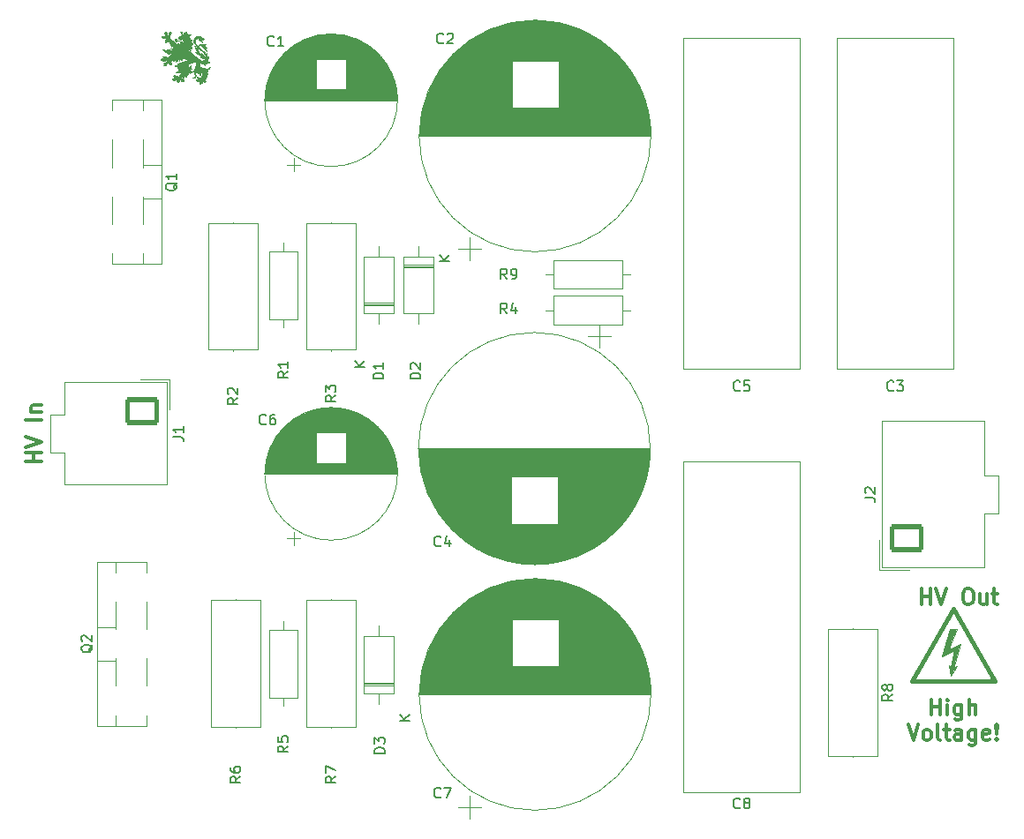
<source format=gbr>
G04 #@! TF.GenerationSoftware,KiCad,Pcbnew,8.0.5*
G04 #@! TF.CreationDate,2024-11-20T22:58:00+01:00*
G04 #@! TF.ProjectId,Anoden_Stabi,416e6f64-656e-45f5-9374-6162692e6b69,rev?*
G04 #@! TF.SameCoordinates,Original*
G04 #@! TF.FileFunction,Legend,Top*
G04 #@! TF.FilePolarity,Positive*
%FSLAX46Y46*%
G04 Gerber Fmt 4.6, Leading zero omitted, Abs format (unit mm)*
G04 Created by KiCad (PCBNEW 8.0.5) date 2024-11-20 22:58:00*
%MOMM*%
%LPD*%
G01*
G04 APERTURE LIST*
G04 Aperture macros list*
%AMRoundRect*
0 Rectangle with rounded corners*
0 $1 Rounding radius*
0 $2 $3 $4 $5 $6 $7 $8 $9 X,Y pos of 4 corners*
0 Add a 4 corners polygon primitive as box body*
4,1,4,$2,$3,$4,$5,$6,$7,$8,$9,$2,$3,0*
0 Add four circle primitives for the rounded corners*
1,1,$1+$1,$2,$3*
1,1,$1+$1,$4,$5*
1,1,$1+$1,$6,$7*
1,1,$1+$1,$8,$9*
0 Add four rect primitives between the rounded corners*
20,1,$1+$1,$2,$3,$4,$5,0*
20,1,$1+$1,$4,$5,$6,$7,0*
20,1,$1+$1,$6,$7,$8,$9,0*
20,1,$1+$1,$8,$9,$2,$3,0*%
G04 Aperture macros list end*
%ADD10C,0.300000*%
%ADD11C,0.150000*%
%ADD12C,0.010000*%
%ADD13C,0.120000*%
%ADD14C,0.381000*%
%ADD15C,0.200000*%
%ADD16C,0.400000*%
%ADD17C,0.100000*%
%ADD18C,2.400000*%
%ADD19O,2.400000X2.400000*%
%ADD20R,4.000000X4.000000*%
%ADD21C,4.000000*%
%ADD22R,2.200000X2.200000*%
%ADD23O,2.200000X2.200000*%
%ADD24R,4.500000X2.500000*%
%ADD25O,4.500000X2.500000*%
%ADD26C,1.600000*%
%ADD27O,1.600000X1.600000*%
%ADD28R,2.400000X2.400000*%
%ADD29RoundRect,0.250001X1.399999X-1.099999X1.399999X1.099999X-1.399999X1.099999X-1.399999X-1.099999X0*%
%ADD30O,3.300000X2.700000*%
%ADD31C,3.500120*%
%ADD32RoundRect,0.250001X-1.399999X1.099999X-1.399999X-1.099999X1.399999X-1.099999X1.399999X1.099999X0*%
G04 APERTURE END LIST*
D10*
X78910328Y-92848571D02*
X77410328Y-92848571D01*
X78124614Y-92848571D02*
X78124614Y-91991428D01*
X78910328Y-91991428D02*
X77410328Y-91991428D01*
X77410328Y-91491427D02*
X78910328Y-90991427D01*
X78910328Y-90991427D02*
X77410328Y-90491427D01*
X78910328Y-88848571D02*
X77410328Y-88848571D01*
X77910328Y-88134285D02*
X78910328Y-88134285D01*
X78053185Y-88134285D02*
X77981757Y-88062856D01*
X77981757Y-88062856D02*
X77910328Y-87919999D01*
X77910328Y-87919999D02*
X77910328Y-87705713D01*
X77910328Y-87705713D02*
X77981757Y-87562856D01*
X77981757Y-87562856D02*
X78124614Y-87491428D01*
X78124614Y-87491428D02*
X78910328Y-87491428D01*
X163342285Y-106596328D02*
X163342285Y-105096328D01*
X163342285Y-105810614D02*
X164199428Y-105810614D01*
X164199428Y-106596328D02*
X164199428Y-105096328D01*
X164699429Y-105096328D02*
X165199429Y-106596328D01*
X165199429Y-106596328D02*
X165699429Y-105096328D01*
X167628000Y-105096328D02*
X167913714Y-105096328D01*
X167913714Y-105096328D02*
X168056571Y-105167757D01*
X168056571Y-105167757D02*
X168199428Y-105310614D01*
X168199428Y-105310614D02*
X168270857Y-105596328D01*
X168270857Y-105596328D02*
X168270857Y-106096328D01*
X168270857Y-106096328D02*
X168199428Y-106382042D01*
X168199428Y-106382042D02*
X168056571Y-106524900D01*
X168056571Y-106524900D02*
X167913714Y-106596328D01*
X167913714Y-106596328D02*
X167628000Y-106596328D01*
X167628000Y-106596328D02*
X167485143Y-106524900D01*
X167485143Y-106524900D02*
X167342285Y-106382042D01*
X167342285Y-106382042D02*
X167270857Y-106096328D01*
X167270857Y-106096328D02*
X167270857Y-105596328D01*
X167270857Y-105596328D02*
X167342285Y-105310614D01*
X167342285Y-105310614D02*
X167485143Y-105167757D01*
X167485143Y-105167757D02*
X167628000Y-105096328D01*
X169556572Y-105596328D02*
X169556572Y-106596328D01*
X168913714Y-105596328D02*
X168913714Y-106382042D01*
X168913714Y-106382042D02*
X168985143Y-106524900D01*
X168985143Y-106524900D02*
X169128000Y-106596328D01*
X169128000Y-106596328D02*
X169342286Y-106596328D01*
X169342286Y-106596328D02*
X169485143Y-106524900D01*
X169485143Y-106524900D02*
X169556572Y-106453471D01*
X170056572Y-105596328D02*
X170628000Y-105596328D01*
X170270857Y-105096328D02*
X170270857Y-106382042D01*
X170270857Y-106382042D02*
X170342286Y-106524900D01*
X170342286Y-106524900D02*
X170485143Y-106596328D01*
X170485143Y-106596328D02*
X170628000Y-106596328D01*
X164227142Y-117199870D02*
X164227142Y-115699870D01*
X164227142Y-116414156D02*
X165084285Y-116414156D01*
X165084285Y-117199870D02*
X165084285Y-115699870D01*
X165798571Y-117199870D02*
X165798571Y-116199870D01*
X165798571Y-115699870D02*
X165727143Y-115771299D01*
X165727143Y-115771299D02*
X165798571Y-115842727D01*
X165798571Y-115842727D02*
X165870000Y-115771299D01*
X165870000Y-115771299D02*
X165798571Y-115699870D01*
X165798571Y-115699870D02*
X165798571Y-115842727D01*
X167155715Y-116199870D02*
X167155715Y-117414156D01*
X167155715Y-117414156D02*
X167084286Y-117557013D01*
X167084286Y-117557013D02*
X167012857Y-117628442D01*
X167012857Y-117628442D02*
X166870000Y-117699870D01*
X166870000Y-117699870D02*
X166655715Y-117699870D01*
X166655715Y-117699870D02*
X166512857Y-117628442D01*
X167155715Y-117128442D02*
X167012857Y-117199870D01*
X167012857Y-117199870D02*
X166727143Y-117199870D01*
X166727143Y-117199870D02*
X166584286Y-117128442D01*
X166584286Y-117128442D02*
X166512857Y-117057013D01*
X166512857Y-117057013D02*
X166441429Y-116914156D01*
X166441429Y-116914156D02*
X166441429Y-116485584D01*
X166441429Y-116485584D02*
X166512857Y-116342727D01*
X166512857Y-116342727D02*
X166584286Y-116271299D01*
X166584286Y-116271299D02*
X166727143Y-116199870D01*
X166727143Y-116199870D02*
X167012857Y-116199870D01*
X167012857Y-116199870D02*
X167155715Y-116271299D01*
X167870000Y-117199870D02*
X167870000Y-115699870D01*
X168512858Y-117199870D02*
X168512858Y-116414156D01*
X168512858Y-116414156D02*
X168441429Y-116271299D01*
X168441429Y-116271299D02*
X168298572Y-116199870D01*
X168298572Y-116199870D02*
X168084286Y-116199870D01*
X168084286Y-116199870D02*
X167941429Y-116271299D01*
X167941429Y-116271299D02*
X167870000Y-116342727D01*
X162012857Y-118114786D02*
X162512857Y-119614786D01*
X162512857Y-119614786D02*
X163012857Y-118114786D01*
X163727142Y-119614786D02*
X163584285Y-119543358D01*
X163584285Y-119543358D02*
X163512856Y-119471929D01*
X163512856Y-119471929D02*
X163441428Y-119329072D01*
X163441428Y-119329072D02*
X163441428Y-118900500D01*
X163441428Y-118900500D02*
X163512856Y-118757643D01*
X163512856Y-118757643D02*
X163584285Y-118686215D01*
X163584285Y-118686215D02*
X163727142Y-118614786D01*
X163727142Y-118614786D02*
X163941428Y-118614786D01*
X163941428Y-118614786D02*
X164084285Y-118686215D01*
X164084285Y-118686215D02*
X164155714Y-118757643D01*
X164155714Y-118757643D02*
X164227142Y-118900500D01*
X164227142Y-118900500D02*
X164227142Y-119329072D01*
X164227142Y-119329072D02*
X164155714Y-119471929D01*
X164155714Y-119471929D02*
X164084285Y-119543358D01*
X164084285Y-119543358D02*
X163941428Y-119614786D01*
X163941428Y-119614786D02*
X163727142Y-119614786D01*
X165084285Y-119614786D02*
X164941428Y-119543358D01*
X164941428Y-119543358D02*
X164869999Y-119400500D01*
X164869999Y-119400500D02*
X164869999Y-118114786D01*
X165441428Y-118614786D02*
X166012856Y-118614786D01*
X165655713Y-118114786D02*
X165655713Y-119400500D01*
X165655713Y-119400500D02*
X165727142Y-119543358D01*
X165727142Y-119543358D02*
X165869999Y-119614786D01*
X165869999Y-119614786D02*
X166012856Y-119614786D01*
X167155714Y-119614786D02*
X167155714Y-118829072D01*
X167155714Y-118829072D02*
X167084285Y-118686215D01*
X167084285Y-118686215D02*
X166941428Y-118614786D01*
X166941428Y-118614786D02*
X166655714Y-118614786D01*
X166655714Y-118614786D02*
X166512856Y-118686215D01*
X167155714Y-119543358D02*
X167012856Y-119614786D01*
X167012856Y-119614786D02*
X166655714Y-119614786D01*
X166655714Y-119614786D02*
X166512856Y-119543358D01*
X166512856Y-119543358D02*
X166441428Y-119400500D01*
X166441428Y-119400500D02*
X166441428Y-119257643D01*
X166441428Y-119257643D02*
X166512856Y-119114786D01*
X166512856Y-119114786D02*
X166655714Y-119043358D01*
X166655714Y-119043358D02*
X167012856Y-119043358D01*
X167012856Y-119043358D02*
X167155714Y-118971929D01*
X168512857Y-118614786D02*
X168512857Y-119829072D01*
X168512857Y-119829072D02*
X168441428Y-119971929D01*
X168441428Y-119971929D02*
X168369999Y-120043358D01*
X168369999Y-120043358D02*
X168227142Y-120114786D01*
X168227142Y-120114786D02*
X168012857Y-120114786D01*
X168012857Y-120114786D02*
X167869999Y-120043358D01*
X168512857Y-119543358D02*
X168369999Y-119614786D01*
X168369999Y-119614786D02*
X168084285Y-119614786D01*
X168084285Y-119614786D02*
X167941428Y-119543358D01*
X167941428Y-119543358D02*
X167869999Y-119471929D01*
X167869999Y-119471929D02*
X167798571Y-119329072D01*
X167798571Y-119329072D02*
X167798571Y-118900500D01*
X167798571Y-118900500D02*
X167869999Y-118757643D01*
X167869999Y-118757643D02*
X167941428Y-118686215D01*
X167941428Y-118686215D02*
X168084285Y-118614786D01*
X168084285Y-118614786D02*
X168369999Y-118614786D01*
X168369999Y-118614786D02*
X168512857Y-118686215D01*
X169798571Y-119543358D02*
X169655714Y-119614786D01*
X169655714Y-119614786D02*
X169370000Y-119614786D01*
X169370000Y-119614786D02*
X169227142Y-119543358D01*
X169227142Y-119543358D02*
X169155714Y-119400500D01*
X169155714Y-119400500D02*
X169155714Y-118829072D01*
X169155714Y-118829072D02*
X169227142Y-118686215D01*
X169227142Y-118686215D02*
X169370000Y-118614786D01*
X169370000Y-118614786D02*
X169655714Y-118614786D01*
X169655714Y-118614786D02*
X169798571Y-118686215D01*
X169798571Y-118686215D02*
X169870000Y-118829072D01*
X169870000Y-118829072D02*
X169870000Y-118971929D01*
X169870000Y-118971929D02*
X169155714Y-119114786D01*
X170512856Y-119471929D02*
X170584285Y-119543358D01*
X170584285Y-119543358D02*
X170512856Y-119614786D01*
X170512856Y-119614786D02*
X170441428Y-119543358D01*
X170441428Y-119543358D02*
X170512856Y-119471929D01*
X170512856Y-119471929D02*
X170512856Y-119614786D01*
X170512856Y-119043358D02*
X170441428Y-118186215D01*
X170441428Y-118186215D02*
X170512856Y-118114786D01*
X170512856Y-118114786D02*
X170584285Y-118186215D01*
X170584285Y-118186215D02*
X170512856Y-119043358D01*
X170512856Y-119043358D02*
X170512856Y-118114786D01*
D11*
X160542819Y-115228666D02*
X160066628Y-115561999D01*
X160542819Y-115800094D02*
X159542819Y-115800094D01*
X159542819Y-115800094D02*
X159542819Y-115419142D01*
X159542819Y-115419142D02*
X159590438Y-115323904D01*
X159590438Y-115323904D02*
X159638057Y-115276285D01*
X159638057Y-115276285D02*
X159733295Y-115228666D01*
X159733295Y-115228666D02*
X159876152Y-115228666D01*
X159876152Y-115228666D02*
X159971390Y-115276285D01*
X159971390Y-115276285D02*
X160019009Y-115323904D01*
X160019009Y-115323904D02*
X160066628Y-115419142D01*
X160066628Y-115419142D02*
X160066628Y-115800094D01*
X159971390Y-114657237D02*
X159923771Y-114752475D01*
X159923771Y-114752475D02*
X159876152Y-114800094D01*
X159876152Y-114800094D02*
X159780914Y-114847713D01*
X159780914Y-114847713D02*
X159733295Y-114847713D01*
X159733295Y-114847713D02*
X159638057Y-114800094D01*
X159638057Y-114800094D02*
X159590438Y-114752475D01*
X159590438Y-114752475D02*
X159542819Y-114657237D01*
X159542819Y-114657237D02*
X159542819Y-114466761D01*
X159542819Y-114466761D02*
X159590438Y-114371523D01*
X159590438Y-114371523D02*
X159638057Y-114323904D01*
X159638057Y-114323904D02*
X159733295Y-114276285D01*
X159733295Y-114276285D02*
X159780914Y-114276285D01*
X159780914Y-114276285D02*
X159876152Y-114323904D01*
X159876152Y-114323904D02*
X159923771Y-114371523D01*
X159923771Y-114371523D02*
X159971390Y-114466761D01*
X159971390Y-114466761D02*
X159971390Y-114657237D01*
X159971390Y-114657237D02*
X160019009Y-114752475D01*
X160019009Y-114752475D02*
X160066628Y-114800094D01*
X160066628Y-114800094D02*
X160161866Y-114847713D01*
X160161866Y-114847713D02*
X160352342Y-114847713D01*
X160352342Y-114847713D02*
X160447580Y-114800094D01*
X160447580Y-114800094D02*
X160495200Y-114752475D01*
X160495200Y-114752475D02*
X160542819Y-114657237D01*
X160542819Y-114657237D02*
X160542819Y-114466761D01*
X160542819Y-114466761D02*
X160495200Y-114371523D01*
X160495200Y-114371523D02*
X160447580Y-114323904D01*
X160447580Y-114323904D02*
X160352342Y-114276285D01*
X160352342Y-114276285D02*
X160161866Y-114276285D01*
X160161866Y-114276285D02*
X160066628Y-114323904D01*
X160066628Y-114323904D02*
X160019009Y-114371523D01*
X160019009Y-114371523D02*
X159971390Y-114466761D01*
X107134819Y-123102666D02*
X106658628Y-123435999D01*
X107134819Y-123674094D02*
X106134819Y-123674094D01*
X106134819Y-123674094D02*
X106134819Y-123293142D01*
X106134819Y-123293142D02*
X106182438Y-123197904D01*
X106182438Y-123197904D02*
X106230057Y-123150285D01*
X106230057Y-123150285D02*
X106325295Y-123102666D01*
X106325295Y-123102666D02*
X106468152Y-123102666D01*
X106468152Y-123102666D02*
X106563390Y-123150285D01*
X106563390Y-123150285D02*
X106611009Y-123197904D01*
X106611009Y-123197904D02*
X106658628Y-123293142D01*
X106658628Y-123293142D02*
X106658628Y-123674094D01*
X106134819Y-122769332D02*
X106134819Y-122102666D01*
X106134819Y-122102666D02*
X107134819Y-122531237D01*
X97990819Y-123102666D02*
X97514628Y-123435999D01*
X97990819Y-123674094D02*
X96990819Y-123674094D01*
X96990819Y-123674094D02*
X96990819Y-123293142D01*
X96990819Y-123293142D02*
X97038438Y-123197904D01*
X97038438Y-123197904D02*
X97086057Y-123150285D01*
X97086057Y-123150285D02*
X97181295Y-123102666D01*
X97181295Y-123102666D02*
X97324152Y-123102666D01*
X97324152Y-123102666D02*
X97419390Y-123150285D01*
X97419390Y-123150285D02*
X97467009Y-123197904D01*
X97467009Y-123197904D02*
X97514628Y-123293142D01*
X97514628Y-123293142D02*
X97514628Y-123674094D01*
X96990819Y-122245523D02*
X96990819Y-122435999D01*
X96990819Y-122435999D02*
X97038438Y-122531237D01*
X97038438Y-122531237D02*
X97086057Y-122578856D01*
X97086057Y-122578856D02*
X97228914Y-122674094D01*
X97228914Y-122674094D02*
X97419390Y-122721713D01*
X97419390Y-122721713D02*
X97800342Y-122721713D01*
X97800342Y-122721713D02*
X97895580Y-122674094D01*
X97895580Y-122674094D02*
X97943200Y-122626475D01*
X97943200Y-122626475D02*
X97990819Y-122531237D01*
X97990819Y-122531237D02*
X97990819Y-122340761D01*
X97990819Y-122340761D02*
X97943200Y-122245523D01*
X97943200Y-122245523D02*
X97895580Y-122197904D01*
X97895580Y-122197904D02*
X97800342Y-122150285D01*
X97800342Y-122150285D02*
X97562247Y-122150285D01*
X97562247Y-122150285D02*
X97467009Y-122197904D01*
X97467009Y-122197904D02*
X97419390Y-122245523D01*
X97419390Y-122245523D02*
X97371771Y-122340761D01*
X97371771Y-122340761D02*
X97371771Y-122531237D01*
X97371771Y-122531237D02*
X97419390Y-122626475D01*
X97419390Y-122626475D02*
X97467009Y-122674094D01*
X97467009Y-122674094D02*
X97562247Y-122721713D01*
X107134819Y-86526666D02*
X106658628Y-86859999D01*
X107134819Y-87098094D02*
X106134819Y-87098094D01*
X106134819Y-87098094D02*
X106134819Y-86717142D01*
X106134819Y-86717142D02*
X106182438Y-86621904D01*
X106182438Y-86621904D02*
X106230057Y-86574285D01*
X106230057Y-86574285D02*
X106325295Y-86526666D01*
X106325295Y-86526666D02*
X106468152Y-86526666D01*
X106468152Y-86526666D02*
X106563390Y-86574285D01*
X106563390Y-86574285D02*
X106611009Y-86621904D01*
X106611009Y-86621904D02*
X106658628Y-86717142D01*
X106658628Y-86717142D02*
X106658628Y-87098094D01*
X106134819Y-86193332D02*
X106134819Y-85574285D01*
X106134819Y-85574285D02*
X106515771Y-85907618D01*
X106515771Y-85907618D02*
X106515771Y-85764761D01*
X106515771Y-85764761D02*
X106563390Y-85669523D01*
X106563390Y-85669523D02*
X106611009Y-85621904D01*
X106611009Y-85621904D02*
X106706247Y-85574285D01*
X106706247Y-85574285D02*
X106944342Y-85574285D01*
X106944342Y-85574285D02*
X107039580Y-85621904D01*
X107039580Y-85621904D02*
X107087200Y-85669523D01*
X107087200Y-85669523D02*
X107134819Y-85764761D01*
X107134819Y-85764761D02*
X107134819Y-86050475D01*
X107134819Y-86050475D02*
X107087200Y-86145713D01*
X107087200Y-86145713D02*
X107039580Y-86193332D01*
X97736819Y-86780666D02*
X97260628Y-87113999D01*
X97736819Y-87352094D02*
X96736819Y-87352094D01*
X96736819Y-87352094D02*
X96736819Y-86971142D01*
X96736819Y-86971142D02*
X96784438Y-86875904D01*
X96784438Y-86875904D02*
X96832057Y-86828285D01*
X96832057Y-86828285D02*
X96927295Y-86780666D01*
X96927295Y-86780666D02*
X97070152Y-86780666D01*
X97070152Y-86780666D02*
X97165390Y-86828285D01*
X97165390Y-86828285D02*
X97213009Y-86875904D01*
X97213009Y-86875904D02*
X97260628Y-86971142D01*
X97260628Y-86971142D02*
X97260628Y-87352094D01*
X96832057Y-86399713D02*
X96784438Y-86352094D01*
X96784438Y-86352094D02*
X96736819Y-86256856D01*
X96736819Y-86256856D02*
X96736819Y-86018761D01*
X96736819Y-86018761D02*
X96784438Y-85923523D01*
X96784438Y-85923523D02*
X96832057Y-85875904D01*
X96832057Y-85875904D02*
X96927295Y-85828285D01*
X96927295Y-85828285D02*
X97022533Y-85828285D01*
X97022533Y-85828285D02*
X97165390Y-85875904D01*
X97165390Y-85875904D02*
X97736819Y-86447332D01*
X97736819Y-86447332D02*
X97736819Y-85828285D01*
X117181333Y-125073580D02*
X117133714Y-125121200D01*
X117133714Y-125121200D02*
X116990857Y-125168819D01*
X116990857Y-125168819D02*
X116895619Y-125168819D01*
X116895619Y-125168819D02*
X116752762Y-125121200D01*
X116752762Y-125121200D02*
X116657524Y-125025961D01*
X116657524Y-125025961D02*
X116609905Y-124930723D01*
X116609905Y-124930723D02*
X116562286Y-124740247D01*
X116562286Y-124740247D02*
X116562286Y-124597390D01*
X116562286Y-124597390D02*
X116609905Y-124406914D01*
X116609905Y-124406914D02*
X116657524Y-124311676D01*
X116657524Y-124311676D02*
X116752762Y-124216438D01*
X116752762Y-124216438D02*
X116895619Y-124168819D01*
X116895619Y-124168819D02*
X116990857Y-124168819D01*
X116990857Y-124168819D02*
X117133714Y-124216438D01*
X117133714Y-124216438D02*
X117181333Y-124264057D01*
X117514667Y-124168819D02*
X118181333Y-124168819D01*
X118181333Y-124168819D02*
X117752762Y-125168819D01*
X117181333Y-100943580D02*
X117133714Y-100991200D01*
X117133714Y-100991200D02*
X116990857Y-101038819D01*
X116990857Y-101038819D02*
X116895619Y-101038819D01*
X116895619Y-101038819D02*
X116752762Y-100991200D01*
X116752762Y-100991200D02*
X116657524Y-100895961D01*
X116657524Y-100895961D02*
X116609905Y-100800723D01*
X116609905Y-100800723D02*
X116562286Y-100610247D01*
X116562286Y-100610247D02*
X116562286Y-100467390D01*
X116562286Y-100467390D02*
X116609905Y-100276914D01*
X116609905Y-100276914D02*
X116657524Y-100181676D01*
X116657524Y-100181676D02*
X116752762Y-100086438D01*
X116752762Y-100086438D02*
X116895619Y-100038819D01*
X116895619Y-100038819D02*
X116990857Y-100038819D01*
X116990857Y-100038819D02*
X117133714Y-100086438D01*
X117133714Y-100086438D02*
X117181333Y-100134057D01*
X118038476Y-100372152D02*
X118038476Y-101038819D01*
X117800381Y-99991200D02*
X117562286Y-100705485D01*
X117562286Y-100705485D02*
X118181333Y-100705485D01*
X117435333Y-52683580D02*
X117387714Y-52731200D01*
X117387714Y-52731200D02*
X117244857Y-52778819D01*
X117244857Y-52778819D02*
X117149619Y-52778819D01*
X117149619Y-52778819D02*
X117006762Y-52731200D01*
X117006762Y-52731200D02*
X116911524Y-52635961D01*
X116911524Y-52635961D02*
X116863905Y-52540723D01*
X116863905Y-52540723D02*
X116816286Y-52350247D01*
X116816286Y-52350247D02*
X116816286Y-52207390D01*
X116816286Y-52207390D02*
X116863905Y-52016914D01*
X116863905Y-52016914D02*
X116911524Y-51921676D01*
X116911524Y-51921676D02*
X117006762Y-51826438D01*
X117006762Y-51826438D02*
X117149619Y-51778819D01*
X117149619Y-51778819D02*
X117244857Y-51778819D01*
X117244857Y-51778819D02*
X117387714Y-51826438D01*
X117387714Y-51826438D02*
X117435333Y-51874057D01*
X117816286Y-51874057D02*
X117863905Y-51826438D01*
X117863905Y-51826438D02*
X117959143Y-51778819D01*
X117959143Y-51778819D02*
X118197238Y-51778819D01*
X118197238Y-51778819D02*
X118292476Y-51826438D01*
X118292476Y-51826438D02*
X118340095Y-51874057D01*
X118340095Y-51874057D02*
X118387714Y-51969295D01*
X118387714Y-51969295D02*
X118387714Y-52064533D01*
X118387714Y-52064533D02*
X118340095Y-52207390D01*
X118340095Y-52207390D02*
X117768667Y-52778819D01*
X117768667Y-52778819D02*
X118387714Y-52778819D01*
X111833819Y-120880094D02*
X110833819Y-120880094D01*
X110833819Y-120880094D02*
X110833819Y-120641999D01*
X110833819Y-120641999D02*
X110881438Y-120499142D01*
X110881438Y-120499142D02*
X110976676Y-120403904D01*
X110976676Y-120403904D02*
X111071914Y-120356285D01*
X111071914Y-120356285D02*
X111262390Y-120308666D01*
X111262390Y-120308666D02*
X111405247Y-120308666D01*
X111405247Y-120308666D02*
X111595723Y-120356285D01*
X111595723Y-120356285D02*
X111690961Y-120403904D01*
X111690961Y-120403904D02*
X111786200Y-120499142D01*
X111786200Y-120499142D02*
X111833819Y-120641999D01*
X111833819Y-120641999D02*
X111833819Y-120880094D01*
X110833819Y-119975332D02*
X110833819Y-119356285D01*
X110833819Y-119356285D02*
X111214771Y-119689618D01*
X111214771Y-119689618D02*
X111214771Y-119546761D01*
X111214771Y-119546761D02*
X111262390Y-119451523D01*
X111262390Y-119451523D02*
X111310009Y-119403904D01*
X111310009Y-119403904D02*
X111405247Y-119356285D01*
X111405247Y-119356285D02*
X111643342Y-119356285D01*
X111643342Y-119356285D02*
X111738580Y-119403904D01*
X111738580Y-119403904D02*
X111786200Y-119451523D01*
X111786200Y-119451523D02*
X111833819Y-119546761D01*
X111833819Y-119546761D02*
X111833819Y-119832475D01*
X111833819Y-119832475D02*
X111786200Y-119927713D01*
X111786200Y-119927713D02*
X111738580Y-119975332D01*
X114246819Y-117736904D02*
X113246819Y-117736904D01*
X114246819Y-117165476D02*
X113675390Y-117594047D01*
X113246819Y-117165476D02*
X113818247Y-117736904D01*
X91925057Y-66135238D02*
X91877438Y-66230476D01*
X91877438Y-66230476D02*
X91782200Y-66325714D01*
X91782200Y-66325714D02*
X91639342Y-66468571D01*
X91639342Y-66468571D02*
X91591723Y-66563809D01*
X91591723Y-66563809D02*
X91591723Y-66659047D01*
X91829819Y-66611428D02*
X91782200Y-66706666D01*
X91782200Y-66706666D02*
X91686961Y-66801904D01*
X91686961Y-66801904D02*
X91496485Y-66849523D01*
X91496485Y-66849523D02*
X91163152Y-66849523D01*
X91163152Y-66849523D02*
X90972676Y-66801904D01*
X90972676Y-66801904D02*
X90877438Y-66706666D01*
X90877438Y-66706666D02*
X90829819Y-66611428D01*
X90829819Y-66611428D02*
X90829819Y-66420952D01*
X90829819Y-66420952D02*
X90877438Y-66325714D01*
X90877438Y-66325714D02*
X90972676Y-66230476D01*
X90972676Y-66230476D02*
X91163152Y-66182857D01*
X91163152Y-66182857D02*
X91496485Y-66182857D01*
X91496485Y-66182857D02*
X91686961Y-66230476D01*
X91686961Y-66230476D02*
X91782200Y-66325714D01*
X91782200Y-66325714D02*
X91829819Y-66420952D01*
X91829819Y-66420952D02*
X91829819Y-66611428D01*
X91829819Y-65230476D02*
X91829819Y-65801904D01*
X91829819Y-65516190D02*
X90829819Y-65516190D01*
X90829819Y-65516190D02*
X90972676Y-65611428D01*
X90972676Y-65611428D02*
X91067914Y-65706666D01*
X91067914Y-65706666D02*
X91115533Y-65801904D01*
X102562819Y-84240666D02*
X102086628Y-84573999D01*
X102562819Y-84812094D02*
X101562819Y-84812094D01*
X101562819Y-84812094D02*
X101562819Y-84431142D01*
X101562819Y-84431142D02*
X101610438Y-84335904D01*
X101610438Y-84335904D02*
X101658057Y-84288285D01*
X101658057Y-84288285D02*
X101753295Y-84240666D01*
X101753295Y-84240666D02*
X101896152Y-84240666D01*
X101896152Y-84240666D02*
X101991390Y-84288285D01*
X101991390Y-84288285D02*
X102039009Y-84335904D01*
X102039009Y-84335904D02*
X102086628Y-84431142D01*
X102086628Y-84431142D02*
X102086628Y-84812094D01*
X102562819Y-83288285D02*
X102562819Y-83859713D01*
X102562819Y-83573999D02*
X101562819Y-83573999D01*
X101562819Y-83573999D02*
X101705676Y-83669237D01*
X101705676Y-83669237D02*
X101800914Y-83764475D01*
X101800914Y-83764475D02*
X101848533Y-83859713D01*
X102562819Y-120181666D02*
X102086628Y-120514999D01*
X102562819Y-120753094D02*
X101562819Y-120753094D01*
X101562819Y-120753094D02*
X101562819Y-120372142D01*
X101562819Y-120372142D02*
X101610438Y-120276904D01*
X101610438Y-120276904D02*
X101658057Y-120229285D01*
X101658057Y-120229285D02*
X101753295Y-120181666D01*
X101753295Y-120181666D02*
X101896152Y-120181666D01*
X101896152Y-120181666D02*
X101991390Y-120229285D01*
X101991390Y-120229285D02*
X102039009Y-120276904D01*
X102039009Y-120276904D02*
X102086628Y-120372142D01*
X102086628Y-120372142D02*
X102086628Y-120753094D01*
X101562819Y-119276904D02*
X101562819Y-119753094D01*
X101562819Y-119753094D02*
X102039009Y-119800713D01*
X102039009Y-119800713D02*
X101991390Y-119753094D01*
X101991390Y-119753094D02*
X101943771Y-119657856D01*
X101943771Y-119657856D02*
X101943771Y-119419761D01*
X101943771Y-119419761D02*
X101991390Y-119324523D01*
X101991390Y-119324523D02*
X102039009Y-119276904D01*
X102039009Y-119276904D02*
X102134247Y-119229285D01*
X102134247Y-119229285D02*
X102372342Y-119229285D01*
X102372342Y-119229285D02*
X102467580Y-119276904D01*
X102467580Y-119276904D02*
X102515200Y-119324523D01*
X102515200Y-119324523D02*
X102562819Y-119419761D01*
X102562819Y-119419761D02*
X102562819Y-119657856D01*
X102562819Y-119657856D02*
X102515200Y-119753094D01*
X102515200Y-119753094D02*
X102467580Y-119800713D01*
X123531333Y-78686819D02*
X123198000Y-78210628D01*
X122959905Y-78686819D02*
X122959905Y-77686819D01*
X122959905Y-77686819D02*
X123340857Y-77686819D01*
X123340857Y-77686819D02*
X123436095Y-77734438D01*
X123436095Y-77734438D02*
X123483714Y-77782057D01*
X123483714Y-77782057D02*
X123531333Y-77877295D01*
X123531333Y-77877295D02*
X123531333Y-78020152D01*
X123531333Y-78020152D02*
X123483714Y-78115390D01*
X123483714Y-78115390D02*
X123436095Y-78163009D01*
X123436095Y-78163009D02*
X123340857Y-78210628D01*
X123340857Y-78210628D02*
X122959905Y-78210628D01*
X124388476Y-78020152D02*
X124388476Y-78686819D01*
X124150381Y-77639200D02*
X123912286Y-78353485D01*
X123912286Y-78353485D02*
X124531333Y-78353485D01*
X101179333Y-52937580D02*
X101131714Y-52985200D01*
X101131714Y-52985200D02*
X100988857Y-53032819D01*
X100988857Y-53032819D02*
X100893619Y-53032819D01*
X100893619Y-53032819D02*
X100750762Y-52985200D01*
X100750762Y-52985200D02*
X100655524Y-52889961D01*
X100655524Y-52889961D02*
X100607905Y-52794723D01*
X100607905Y-52794723D02*
X100560286Y-52604247D01*
X100560286Y-52604247D02*
X100560286Y-52461390D01*
X100560286Y-52461390D02*
X100607905Y-52270914D01*
X100607905Y-52270914D02*
X100655524Y-52175676D01*
X100655524Y-52175676D02*
X100750762Y-52080438D01*
X100750762Y-52080438D02*
X100893619Y-52032819D01*
X100893619Y-52032819D02*
X100988857Y-52032819D01*
X100988857Y-52032819D02*
X101131714Y-52080438D01*
X101131714Y-52080438D02*
X101179333Y-52128057D01*
X102131714Y-53032819D02*
X101560286Y-53032819D01*
X101846000Y-53032819D02*
X101846000Y-52032819D01*
X101846000Y-52032819D02*
X101750762Y-52175676D01*
X101750762Y-52175676D02*
X101655524Y-52270914D01*
X101655524Y-52270914D02*
X101560286Y-52318533D01*
X100417333Y-89259580D02*
X100369714Y-89307200D01*
X100369714Y-89307200D02*
X100226857Y-89354819D01*
X100226857Y-89354819D02*
X100131619Y-89354819D01*
X100131619Y-89354819D02*
X99988762Y-89307200D01*
X99988762Y-89307200D02*
X99893524Y-89211961D01*
X99893524Y-89211961D02*
X99845905Y-89116723D01*
X99845905Y-89116723D02*
X99798286Y-88926247D01*
X99798286Y-88926247D02*
X99798286Y-88783390D01*
X99798286Y-88783390D02*
X99845905Y-88592914D01*
X99845905Y-88592914D02*
X99893524Y-88497676D01*
X99893524Y-88497676D02*
X99988762Y-88402438D01*
X99988762Y-88402438D02*
X100131619Y-88354819D01*
X100131619Y-88354819D02*
X100226857Y-88354819D01*
X100226857Y-88354819D02*
X100369714Y-88402438D01*
X100369714Y-88402438D02*
X100417333Y-88450057D01*
X101274476Y-88354819D02*
X101084000Y-88354819D01*
X101084000Y-88354819D02*
X100988762Y-88402438D01*
X100988762Y-88402438D02*
X100941143Y-88450057D01*
X100941143Y-88450057D02*
X100845905Y-88592914D01*
X100845905Y-88592914D02*
X100798286Y-88783390D01*
X100798286Y-88783390D02*
X100798286Y-89164342D01*
X100798286Y-89164342D02*
X100845905Y-89259580D01*
X100845905Y-89259580D02*
X100893524Y-89307200D01*
X100893524Y-89307200D02*
X100988762Y-89354819D01*
X100988762Y-89354819D02*
X101179238Y-89354819D01*
X101179238Y-89354819D02*
X101274476Y-89307200D01*
X101274476Y-89307200D02*
X101322095Y-89259580D01*
X101322095Y-89259580D02*
X101369714Y-89164342D01*
X101369714Y-89164342D02*
X101369714Y-88926247D01*
X101369714Y-88926247D02*
X101322095Y-88831009D01*
X101322095Y-88831009D02*
X101274476Y-88783390D01*
X101274476Y-88783390D02*
X101179238Y-88735771D01*
X101179238Y-88735771D02*
X100988762Y-88735771D01*
X100988762Y-88735771D02*
X100893524Y-88783390D01*
X100893524Y-88783390D02*
X100845905Y-88831009D01*
X100845905Y-88831009D02*
X100798286Y-88926247D01*
X157854819Y-96345333D02*
X158569104Y-96345333D01*
X158569104Y-96345333D02*
X158711961Y-96392952D01*
X158711961Y-96392952D02*
X158807200Y-96488190D01*
X158807200Y-96488190D02*
X158854819Y-96631047D01*
X158854819Y-96631047D02*
X158854819Y-96726285D01*
X157950057Y-95916761D02*
X157902438Y-95869142D01*
X157902438Y-95869142D02*
X157854819Y-95773904D01*
X157854819Y-95773904D02*
X157854819Y-95535809D01*
X157854819Y-95535809D02*
X157902438Y-95440571D01*
X157902438Y-95440571D02*
X157950057Y-95392952D01*
X157950057Y-95392952D02*
X158045295Y-95345333D01*
X158045295Y-95345333D02*
X158140533Y-95345333D01*
X158140533Y-95345333D02*
X158283390Y-95392952D01*
X158283390Y-95392952D02*
X158854819Y-95964380D01*
X158854819Y-95964380D02*
X158854819Y-95345333D01*
X145883333Y-126089580D02*
X145835714Y-126137200D01*
X145835714Y-126137200D02*
X145692857Y-126184819D01*
X145692857Y-126184819D02*
X145597619Y-126184819D01*
X145597619Y-126184819D02*
X145454762Y-126137200D01*
X145454762Y-126137200D02*
X145359524Y-126041961D01*
X145359524Y-126041961D02*
X145311905Y-125946723D01*
X145311905Y-125946723D02*
X145264286Y-125756247D01*
X145264286Y-125756247D02*
X145264286Y-125613390D01*
X145264286Y-125613390D02*
X145311905Y-125422914D01*
X145311905Y-125422914D02*
X145359524Y-125327676D01*
X145359524Y-125327676D02*
X145454762Y-125232438D01*
X145454762Y-125232438D02*
X145597619Y-125184819D01*
X145597619Y-125184819D02*
X145692857Y-125184819D01*
X145692857Y-125184819D02*
X145835714Y-125232438D01*
X145835714Y-125232438D02*
X145883333Y-125280057D01*
X146454762Y-125613390D02*
X146359524Y-125565771D01*
X146359524Y-125565771D02*
X146311905Y-125518152D01*
X146311905Y-125518152D02*
X146264286Y-125422914D01*
X146264286Y-125422914D02*
X146264286Y-125375295D01*
X146264286Y-125375295D02*
X146311905Y-125280057D01*
X146311905Y-125280057D02*
X146359524Y-125232438D01*
X146359524Y-125232438D02*
X146454762Y-125184819D01*
X146454762Y-125184819D02*
X146645238Y-125184819D01*
X146645238Y-125184819D02*
X146740476Y-125232438D01*
X146740476Y-125232438D02*
X146788095Y-125280057D01*
X146788095Y-125280057D02*
X146835714Y-125375295D01*
X146835714Y-125375295D02*
X146835714Y-125422914D01*
X146835714Y-125422914D02*
X146788095Y-125518152D01*
X146788095Y-125518152D02*
X146740476Y-125565771D01*
X146740476Y-125565771D02*
X146645238Y-125613390D01*
X146645238Y-125613390D02*
X146454762Y-125613390D01*
X146454762Y-125613390D02*
X146359524Y-125661009D01*
X146359524Y-125661009D02*
X146311905Y-125708628D01*
X146311905Y-125708628D02*
X146264286Y-125803866D01*
X146264286Y-125803866D02*
X146264286Y-125994342D01*
X146264286Y-125994342D02*
X146311905Y-126089580D01*
X146311905Y-126089580D02*
X146359524Y-126137200D01*
X146359524Y-126137200D02*
X146454762Y-126184819D01*
X146454762Y-126184819D02*
X146645238Y-126184819D01*
X146645238Y-126184819D02*
X146740476Y-126137200D01*
X146740476Y-126137200D02*
X146788095Y-126089580D01*
X146788095Y-126089580D02*
X146835714Y-125994342D01*
X146835714Y-125994342D02*
X146835714Y-125803866D01*
X146835714Y-125803866D02*
X146788095Y-125708628D01*
X146788095Y-125708628D02*
X146740476Y-125661009D01*
X146740476Y-125661009D02*
X146645238Y-125613390D01*
X145883333Y-86025580D02*
X145835714Y-86073200D01*
X145835714Y-86073200D02*
X145692857Y-86120819D01*
X145692857Y-86120819D02*
X145597619Y-86120819D01*
X145597619Y-86120819D02*
X145454762Y-86073200D01*
X145454762Y-86073200D02*
X145359524Y-85977961D01*
X145359524Y-85977961D02*
X145311905Y-85882723D01*
X145311905Y-85882723D02*
X145264286Y-85692247D01*
X145264286Y-85692247D02*
X145264286Y-85549390D01*
X145264286Y-85549390D02*
X145311905Y-85358914D01*
X145311905Y-85358914D02*
X145359524Y-85263676D01*
X145359524Y-85263676D02*
X145454762Y-85168438D01*
X145454762Y-85168438D02*
X145597619Y-85120819D01*
X145597619Y-85120819D02*
X145692857Y-85120819D01*
X145692857Y-85120819D02*
X145835714Y-85168438D01*
X145835714Y-85168438D02*
X145883333Y-85216057D01*
X146788095Y-85120819D02*
X146311905Y-85120819D01*
X146311905Y-85120819D02*
X146264286Y-85597009D01*
X146264286Y-85597009D02*
X146311905Y-85549390D01*
X146311905Y-85549390D02*
X146407143Y-85501771D01*
X146407143Y-85501771D02*
X146645238Y-85501771D01*
X146645238Y-85501771D02*
X146740476Y-85549390D01*
X146740476Y-85549390D02*
X146788095Y-85597009D01*
X146788095Y-85597009D02*
X146835714Y-85692247D01*
X146835714Y-85692247D02*
X146835714Y-85930342D01*
X146835714Y-85930342D02*
X146788095Y-86025580D01*
X146788095Y-86025580D02*
X146740476Y-86073200D01*
X146740476Y-86073200D02*
X146645238Y-86120819D01*
X146645238Y-86120819D02*
X146407143Y-86120819D01*
X146407143Y-86120819D02*
X146311905Y-86073200D01*
X146311905Y-86073200D02*
X146264286Y-86025580D01*
X111706819Y-84939094D02*
X110706819Y-84939094D01*
X110706819Y-84939094D02*
X110706819Y-84700999D01*
X110706819Y-84700999D02*
X110754438Y-84558142D01*
X110754438Y-84558142D02*
X110849676Y-84462904D01*
X110849676Y-84462904D02*
X110944914Y-84415285D01*
X110944914Y-84415285D02*
X111135390Y-84367666D01*
X111135390Y-84367666D02*
X111278247Y-84367666D01*
X111278247Y-84367666D02*
X111468723Y-84415285D01*
X111468723Y-84415285D02*
X111563961Y-84462904D01*
X111563961Y-84462904D02*
X111659200Y-84558142D01*
X111659200Y-84558142D02*
X111706819Y-84700999D01*
X111706819Y-84700999D02*
X111706819Y-84939094D01*
X111706819Y-83415285D02*
X111706819Y-83986713D01*
X111706819Y-83700999D02*
X110706819Y-83700999D01*
X110706819Y-83700999D02*
X110849676Y-83796237D01*
X110849676Y-83796237D02*
X110944914Y-83891475D01*
X110944914Y-83891475D02*
X110992533Y-83986713D01*
X109928819Y-83827904D02*
X108928819Y-83827904D01*
X109928819Y-83256476D02*
X109357390Y-83685047D01*
X108928819Y-83256476D02*
X109500247Y-83827904D01*
X115262819Y-84939094D02*
X114262819Y-84939094D01*
X114262819Y-84939094D02*
X114262819Y-84700999D01*
X114262819Y-84700999D02*
X114310438Y-84558142D01*
X114310438Y-84558142D02*
X114405676Y-84462904D01*
X114405676Y-84462904D02*
X114500914Y-84415285D01*
X114500914Y-84415285D02*
X114691390Y-84367666D01*
X114691390Y-84367666D02*
X114834247Y-84367666D01*
X114834247Y-84367666D02*
X115024723Y-84415285D01*
X115024723Y-84415285D02*
X115119961Y-84462904D01*
X115119961Y-84462904D02*
X115215200Y-84558142D01*
X115215200Y-84558142D02*
X115262819Y-84700999D01*
X115262819Y-84700999D02*
X115262819Y-84939094D01*
X114358057Y-83986713D02*
X114310438Y-83939094D01*
X114310438Y-83939094D02*
X114262819Y-83843856D01*
X114262819Y-83843856D02*
X114262819Y-83605761D01*
X114262819Y-83605761D02*
X114310438Y-83510523D01*
X114310438Y-83510523D02*
X114358057Y-83462904D01*
X114358057Y-83462904D02*
X114453295Y-83415285D01*
X114453295Y-83415285D02*
X114548533Y-83415285D01*
X114548533Y-83415285D02*
X114691390Y-83462904D01*
X114691390Y-83462904D02*
X115262819Y-84034332D01*
X115262819Y-84034332D02*
X115262819Y-83415285D01*
X118056819Y-73667904D02*
X117056819Y-73667904D01*
X118056819Y-73096476D02*
X117485390Y-73525047D01*
X117056819Y-73096476D02*
X117628247Y-73667904D01*
X160615333Y-86025580D02*
X160567714Y-86073200D01*
X160567714Y-86073200D02*
X160424857Y-86120819D01*
X160424857Y-86120819D02*
X160329619Y-86120819D01*
X160329619Y-86120819D02*
X160186762Y-86073200D01*
X160186762Y-86073200D02*
X160091524Y-85977961D01*
X160091524Y-85977961D02*
X160043905Y-85882723D01*
X160043905Y-85882723D02*
X159996286Y-85692247D01*
X159996286Y-85692247D02*
X159996286Y-85549390D01*
X159996286Y-85549390D02*
X160043905Y-85358914D01*
X160043905Y-85358914D02*
X160091524Y-85263676D01*
X160091524Y-85263676D02*
X160186762Y-85168438D01*
X160186762Y-85168438D02*
X160329619Y-85120819D01*
X160329619Y-85120819D02*
X160424857Y-85120819D01*
X160424857Y-85120819D02*
X160567714Y-85168438D01*
X160567714Y-85168438D02*
X160615333Y-85216057D01*
X160948667Y-85120819D02*
X161567714Y-85120819D01*
X161567714Y-85120819D02*
X161234381Y-85501771D01*
X161234381Y-85501771D02*
X161377238Y-85501771D01*
X161377238Y-85501771D02*
X161472476Y-85549390D01*
X161472476Y-85549390D02*
X161520095Y-85597009D01*
X161520095Y-85597009D02*
X161567714Y-85692247D01*
X161567714Y-85692247D02*
X161567714Y-85930342D01*
X161567714Y-85930342D02*
X161520095Y-86025580D01*
X161520095Y-86025580D02*
X161472476Y-86073200D01*
X161472476Y-86073200D02*
X161377238Y-86120819D01*
X161377238Y-86120819D02*
X161091524Y-86120819D01*
X161091524Y-86120819D02*
X160996286Y-86073200D01*
X160996286Y-86073200D02*
X160948667Y-86025580D01*
X123531333Y-75384819D02*
X123198000Y-74908628D01*
X122959905Y-75384819D02*
X122959905Y-74384819D01*
X122959905Y-74384819D02*
X123340857Y-74384819D01*
X123340857Y-74384819D02*
X123436095Y-74432438D01*
X123436095Y-74432438D02*
X123483714Y-74480057D01*
X123483714Y-74480057D02*
X123531333Y-74575295D01*
X123531333Y-74575295D02*
X123531333Y-74718152D01*
X123531333Y-74718152D02*
X123483714Y-74813390D01*
X123483714Y-74813390D02*
X123436095Y-74861009D01*
X123436095Y-74861009D02*
X123340857Y-74908628D01*
X123340857Y-74908628D02*
X122959905Y-74908628D01*
X124007524Y-75384819D02*
X124198000Y-75384819D01*
X124198000Y-75384819D02*
X124293238Y-75337200D01*
X124293238Y-75337200D02*
X124340857Y-75289580D01*
X124340857Y-75289580D02*
X124436095Y-75146723D01*
X124436095Y-75146723D02*
X124483714Y-74956247D01*
X124483714Y-74956247D02*
X124483714Y-74575295D01*
X124483714Y-74575295D02*
X124436095Y-74480057D01*
X124436095Y-74480057D02*
X124388476Y-74432438D01*
X124388476Y-74432438D02*
X124293238Y-74384819D01*
X124293238Y-74384819D02*
X124102762Y-74384819D01*
X124102762Y-74384819D02*
X124007524Y-74432438D01*
X124007524Y-74432438D02*
X123959905Y-74480057D01*
X123959905Y-74480057D02*
X123912286Y-74575295D01*
X123912286Y-74575295D02*
X123912286Y-74813390D01*
X123912286Y-74813390D02*
X123959905Y-74908628D01*
X123959905Y-74908628D02*
X124007524Y-74956247D01*
X124007524Y-74956247D02*
X124102762Y-75003866D01*
X124102762Y-75003866D02*
X124293238Y-75003866D01*
X124293238Y-75003866D02*
X124388476Y-74956247D01*
X124388476Y-74956247D02*
X124436095Y-74908628D01*
X124436095Y-74908628D02*
X124483714Y-74813390D01*
X83812057Y-110458238D02*
X83764438Y-110553476D01*
X83764438Y-110553476D02*
X83669200Y-110648714D01*
X83669200Y-110648714D02*
X83526342Y-110791571D01*
X83526342Y-110791571D02*
X83478723Y-110886809D01*
X83478723Y-110886809D02*
X83478723Y-110982047D01*
X83716819Y-110934428D02*
X83669200Y-111029666D01*
X83669200Y-111029666D02*
X83573961Y-111124904D01*
X83573961Y-111124904D02*
X83383485Y-111172523D01*
X83383485Y-111172523D02*
X83050152Y-111172523D01*
X83050152Y-111172523D02*
X82859676Y-111124904D01*
X82859676Y-111124904D02*
X82764438Y-111029666D01*
X82764438Y-111029666D02*
X82716819Y-110934428D01*
X82716819Y-110934428D02*
X82716819Y-110743952D01*
X82716819Y-110743952D02*
X82764438Y-110648714D01*
X82764438Y-110648714D02*
X82859676Y-110553476D01*
X82859676Y-110553476D02*
X83050152Y-110505857D01*
X83050152Y-110505857D02*
X83383485Y-110505857D01*
X83383485Y-110505857D02*
X83573961Y-110553476D01*
X83573961Y-110553476D02*
X83669200Y-110648714D01*
X83669200Y-110648714D02*
X83716819Y-110743952D01*
X83716819Y-110743952D02*
X83716819Y-110934428D01*
X82812057Y-110124904D02*
X82764438Y-110077285D01*
X82764438Y-110077285D02*
X82716819Y-109982047D01*
X82716819Y-109982047D02*
X82716819Y-109743952D01*
X82716819Y-109743952D02*
X82764438Y-109648714D01*
X82764438Y-109648714D02*
X82812057Y-109601095D01*
X82812057Y-109601095D02*
X82907295Y-109553476D01*
X82907295Y-109553476D02*
X83002533Y-109553476D01*
X83002533Y-109553476D02*
X83145390Y-109601095D01*
X83145390Y-109601095D02*
X83716819Y-110172523D01*
X83716819Y-110172523D02*
X83716819Y-109553476D01*
X91498819Y-90503333D02*
X92213104Y-90503333D01*
X92213104Y-90503333D02*
X92355961Y-90550952D01*
X92355961Y-90550952D02*
X92451200Y-90646190D01*
X92451200Y-90646190D02*
X92498819Y-90789047D01*
X92498819Y-90789047D02*
X92498819Y-90884285D01*
X92498819Y-89503333D02*
X92498819Y-90074761D01*
X92498819Y-89789047D02*
X91498819Y-89789047D01*
X91498819Y-89789047D02*
X91641676Y-89884285D01*
X91641676Y-89884285D02*
X91736914Y-89979523D01*
X91736914Y-89979523D02*
X91784533Y-90074761D01*
D12*
X90776890Y-51631601D02*
X90790180Y-51654535D01*
X90810558Y-51682429D01*
X90821637Y-51680829D01*
X90856136Y-51674848D01*
X90895772Y-51704577D01*
X90928279Y-51758001D01*
X90939184Y-51795980D01*
X90955650Y-51864677D01*
X90980593Y-51939555D01*
X91008316Y-52006758D01*
X91033123Y-52052431D01*
X91048988Y-52063078D01*
X91055659Y-52033414D01*
X91061786Y-51966612D01*
X91066169Y-51876326D01*
X91066550Y-51863482D01*
X91070236Y-51767603D01*
X91077024Y-51712154D01*
X91090374Y-51686769D01*
X91113745Y-51681080D01*
X91127104Y-51682041D01*
X91174570Y-51672354D01*
X91190604Y-51651423D01*
X91203771Y-51631428D01*
X91235439Y-51644017D01*
X91261141Y-51662483D01*
X91323582Y-51709901D01*
X91256158Y-51845500D01*
X91215091Y-51939074D01*
X91182864Y-52032036D01*
X91171445Y-52078455D01*
X91164827Y-52135174D01*
X91173994Y-52179259D01*
X91206042Y-52226774D01*
X91265328Y-52290942D01*
X91347480Y-52369178D01*
X91447256Y-52454759D01*
X91524533Y-52515182D01*
X91615075Y-52587530D01*
X91702550Y-52666616D01*
X91759887Y-52726305D01*
X91808771Y-52786054D01*
X91826692Y-52819185D01*
X91817247Y-52836312D01*
X91799582Y-52843435D01*
X91735401Y-52847435D01*
X91703997Y-52840148D01*
X91673315Y-52830447D01*
X91671486Y-52842527D01*
X91698223Y-52886122D01*
X91702448Y-52892575D01*
X91731576Y-52942295D01*
X91741050Y-52969609D01*
X91740479Y-52970552D01*
X91714564Y-52986130D01*
X91662496Y-53014621D01*
X91655900Y-53018131D01*
X91615865Y-53044542D01*
X91613040Y-53058830D01*
X91618498Y-53059583D01*
X91669416Y-53046723D01*
X91707398Y-53026304D01*
X91765548Y-52999732D01*
X91843808Y-52978713D01*
X91857618Y-52976311D01*
X91957736Y-52960613D01*
X91782099Y-53137606D01*
X91703921Y-53213235D01*
X91636452Y-53272743D01*
X91589031Y-53308187D01*
X91574031Y-53314600D01*
X91544104Y-53334297D01*
X91541600Y-53346590D01*
X91518440Y-53387802D01*
X91455628Y-53432975D01*
X91363166Y-53475342D01*
X91338400Y-53484097D01*
X91292351Y-53503116D01*
X91284836Y-53514596D01*
X91292296Y-53515847D01*
X91347669Y-53508511D01*
X91402531Y-53492159D01*
X91450489Y-53480593D01*
X91490328Y-53495018D01*
X91541016Y-53542581D01*
X91543539Y-53545275D01*
X91589749Y-53602816D01*
X91600936Y-53644779D01*
X91592081Y-53670795D01*
X91550523Y-53716599D01*
X91522349Y-53731748D01*
X91477559Y-53764896D01*
X91452472Y-53803291D01*
X91413600Y-53852453D01*
X91350518Y-53899245D01*
X91338400Y-53905800D01*
X91290885Y-53932114D01*
X91289245Y-53939917D01*
X91313000Y-53935433D01*
X91381914Y-53908685D01*
X91440527Y-53874801D01*
X91531657Y-53840480D01*
X91586265Y-53841681D01*
X91657919Y-53844709D01*
X91712738Y-53835287D01*
X91762421Y-53824184D01*
X91841930Y-53815420D01*
X91900446Y-53812174D01*
X92043392Y-53807449D01*
X92012579Y-53896451D01*
X91982030Y-53955099D01*
X91936576Y-54012595D01*
X91888067Y-54057172D01*
X91848354Y-54077065D01*
X91834550Y-54073216D01*
X91832171Y-54042694D01*
X91843440Y-53985463D01*
X91845061Y-53979667D01*
X91855604Y-53920996D01*
X91844979Y-53898806D01*
X91844626Y-53898800D01*
X91826323Y-53920383D01*
X91821000Y-53957220D01*
X91808829Y-54016504D01*
X91791352Y-54045287D01*
X91778305Y-54073226D01*
X91808035Y-54092713D01*
X91877234Y-54094150D01*
X91946361Y-54050634D01*
X92008802Y-53967588D01*
X92039606Y-53902802D01*
X92080944Y-53807304D01*
X92118610Y-53750187D01*
X92164571Y-53721502D01*
X92230796Y-53711298D01*
X92271416Y-53710069D01*
X92392631Y-53708300D01*
X92383679Y-53802168D01*
X92386900Y-53880670D01*
X92421763Y-53941910D01*
X92439609Y-53960918D01*
X92499630Y-54009351D01*
X92546180Y-54026521D01*
X92570652Y-54011902D01*
X92565816Y-53968650D01*
X92549359Y-53890175D01*
X92547899Y-53803229D01*
X92560350Y-53728189D01*
X92580741Y-53689283D01*
X92602389Y-53674334D01*
X92601517Y-53697990D01*
X92595069Y-53721000D01*
X92575929Y-53781864D01*
X92564096Y-53816250D01*
X92568023Y-53843340D01*
X92600676Y-53845629D01*
X92647916Y-53825573D01*
X92686896Y-53794903D01*
X92720366Y-53748913D01*
X92732998Y-53688928D01*
X92731346Y-53617087D01*
X92731360Y-53541712D01*
X92741340Y-53498822D01*
X92757545Y-53494240D01*
X92776233Y-53533787D01*
X92778840Y-53543200D01*
X92802447Y-53587664D01*
X92832653Y-53583690D01*
X92860674Y-53536850D01*
X92878791Y-53498884D01*
X92892637Y-53506123D01*
X92900673Y-53524150D01*
X92908892Y-53581801D01*
X92904014Y-53606700D01*
X92899823Y-53640309D01*
X92920805Y-53639923D01*
X92957738Y-53608927D01*
X92983329Y-53577579D01*
X93032296Y-53510358D01*
X93182298Y-53620369D01*
X93285161Y-53698301D01*
X93396871Y-53786682D01*
X93472000Y-53848579D01*
X93559681Y-53919066D01*
X93649175Y-53985144D01*
X93713300Y-54027602D01*
X93807403Y-54090748D01*
X93893140Y-54160264D01*
X93960588Y-54226850D01*
X93999825Y-54281202D01*
X94005788Y-54301805D01*
X94020010Y-54359087D01*
X94031960Y-54381400D01*
X94047023Y-54395763D01*
X94044968Y-54366260D01*
X94040131Y-54344127D01*
X94022520Y-54268754D01*
X94132832Y-54363177D01*
X94221517Y-54427675D01*
X94297855Y-54455343D01*
X94327955Y-54457600D01*
X94384572Y-54453779D01*
X94402994Y-54434847D01*
X94397140Y-54395336D01*
X94389804Y-54352801D01*
X94407145Y-54346934D01*
X94446152Y-54363578D01*
X94505691Y-54409997D01*
X94523568Y-54466758D01*
X94496624Y-54521546D01*
X94472784Y-54550745D01*
X94487746Y-54559051D01*
X94494949Y-54559200D01*
X94538213Y-54541736D01*
X94575356Y-54510105D01*
X94606182Y-54443176D01*
X94596517Y-54366094D01*
X94552912Y-54287873D01*
X94481921Y-54217527D01*
X94390099Y-54164069D01*
X94305904Y-54139495D01*
X94220493Y-54118776D01*
X94155585Y-54091291D01*
X94121700Y-54062649D01*
X94124094Y-54042571D01*
X94166382Y-54028147D01*
X94234809Y-54027649D01*
X94306991Y-54039966D01*
X94343619Y-54053456D01*
X94384766Y-54071667D01*
X94389070Y-54067684D01*
X94362987Y-54045883D01*
X94312973Y-54010638D01*
X94245484Y-53966326D01*
X94166975Y-53917320D01*
X94083901Y-53867998D01*
X94004978Y-53823943D01*
X93858034Y-53741921D01*
X93743662Y-53671403D01*
X93665516Y-53614957D01*
X93627255Y-53575154D01*
X93626631Y-53558062D01*
X93664965Y-53551841D01*
X93727441Y-53572166D01*
X93800036Y-53612053D01*
X93868728Y-53664520D01*
X93896496Y-53692458D01*
X93943113Y-53739653D01*
X93973103Y-53759694D01*
X93979046Y-53755467D01*
X93959765Y-53721572D01*
X93944542Y-53712828D01*
X93916834Y-53682488D01*
X93884808Y-53619796D01*
X93867286Y-53573375D01*
X93815990Y-53465599D01*
X93741562Y-53362827D01*
X93724943Y-53344958D01*
X93652539Y-53255671D01*
X93624657Y-53181912D01*
X93624400Y-53175224D01*
X93614355Y-53103749D01*
X93598106Y-53058930D01*
X93584784Y-53018611D01*
X93598426Y-53009800D01*
X93622306Y-53031179D01*
X93656460Y-53086461D01*
X93684113Y-53143150D01*
X93722804Y-53221877D01*
X93759762Y-53283130D01*
X93779043Y-53306160D01*
X93799339Y-53316050D01*
X93808394Y-53295953D01*
X93808401Y-53267217D01*
X93878250Y-53267217D01*
X93888641Y-53346648D01*
X93908564Y-53434633D01*
X93929824Y-53500939D01*
X94001098Y-53635877D01*
X94107624Y-53754795D01*
X94170628Y-53811498D01*
X94215909Y-53849707D01*
X94233977Y-53861425D01*
X94234000Y-53861257D01*
X94225971Y-53832813D01*
X94209312Y-53786374D01*
X94196316Y-53720156D01*
X94206171Y-53667247D01*
X94235552Y-53644822D01*
X94236717Y-53644800D01*
X94254313Y-53666382D01*
X94259400Y-53703011D01*
X94279090Y-53757684D01*
X94333442Y-53830803D01*
X94374919Y-53874461D01*
X94454041Y-53960884D01*
X94536202Y-54064265D01*
X94584469Y-54133300D01*
X94678500Y-54278901D01*
X94686860Y-54184100D01*
X94684789Y-54094467D01*
X94668736Y-53999380D01*
X94665539Y-53987700D01*
X94608534Y-53851878D01*
X94598131Y-53835300D01*
X94665800Y-53835300D01*
X94678500Y-53848000D01*
X94691200Y-53835300D01*
X94678500Y-53822600D01*
X94665800Y-53835300D01*
X94598131Y-53835300D01*
X94519744Y-53710397D01*
X94411606Y-53582601D01*
X94394094Y-53565434D01*
X94339920Y-53517715D01*
X94263995Y-53455805D01*
X94176021Y-53387010D01*
X94085700Y-53318637D01*
X94002734Y-53257995D01*
X93936825Y-53212390D01*
X93897674Y-53189131D01*
X93892451Y-53187600D01*
X93878988Y-53209736D01*
X93878250Y-53267217D01*
X93808401Y-53267217D01*
X93808409Y-53237362D01*
X93806344Y-53200724D01*
X93804350Y-53118247D01*
X93816880Y-53061389D01*
X93852145Y-53007107D01*
X93891395Y-52962017D01*
X93972824Y-52886484D01*
X94059285Y-52841686D01*
X94163739Y-52823933D01*
X94299147Y-52829535D01*
X94340213Y-52834260D01*
X94437358Y-52843804D01*
X94518946Y-52847068D01*
X94568129Y-52843413D01*
X94569636Y-52842974D01*
X94607425Y-52841558D01*
X94611527Y-52863529D01*
X94583510Y-52895701D01*
X94561719Y-52909527D01*
X94508439Y-52938042D01*
X94561719Y-52975361D01*
X94602443Y-53016458D01*
X94615000Y-53047900D01*
X94634042Y-53087715D01*
X94670617Y-53122075D01*
X94705229Y-53156435D01*
X94707499Y-53179767D01*
X94674745Y-53182218D01*
X94645531Y-53167590D01*
X94584391Y-53130851D01*
X94522732Y-53103964D01*
X94478273Y-53094006D01*
X94468588Y-53096944D01*
X94479907Y-53118773D01*
X94520750Y-53166381D01*
X94583379Y-53231023D01*
X94611811Y-53258745D01*
X94683431Y-53333061D01*
X94737384Y-53399612D01*
X94764914Y-53447213D01*
X94766712Y-53456640D01*
X94760285Y-53478991D01*
X94737379Y-53469406D01*
X94690975Y-53424324D01*
X94680063Y-53412679D01*
X94620928Y-53356741D01*
X94582349Y-53340311D01*
X94566450Y-53347909D01*
X94545141Y-53356096D01*
X94538800Y-53318498D01*
X94513902Y-53259034D01*
X94459818Y-53218168D01*
X94362929Y-53159317D01*
X94306126Y-53108116D01*
X94281351Y-53056006D01*
X94278450Y-53025479D01*
X94259738Y-52962506D01*
X94211134Y-52928525D01*
X94143929Y-52922792D01*
X94069417Y-52944561D01*
X93998891Y-52993087D01*
X93955283Y-53046794D01*
X93922044Y-53106089D01*
X93904857Y-53147543D01*
X93904188Y-53152498D01*
X93914909Y-53154535D01*
X93928386Y-53137246D01*
X93949849Y-53118041D01*
X93980614Y-53129915D01*
X94023247Y-53167023D01*
X94074666Y-53211999D01*
X94153654Y-53276706D01*
X94247066Y-53350492D01*
X94297500Y-53389309D01*
X94427087Y-53495239D01*
X94530423Y-53594331D01*
X94602333Y-53680871D01*
X94637644Y-53749143D01*
X94640400Y-53768052D01*
X94650141Y-53785135D01*
X94683208Y-53764987D01*
X94703900Y-53746400D01*
X94767400Y-53686744D01*
X94767011Y-53761022D01*
X94759928Y-53826517D01*
X94745806Y-53868110D01*
X94740106Y-53910150D01*
X94747622Y-53979613D01*
X94764265Y-54056159D01*
X94785943Y-54119451D01*
X94801378Y-54144445D01*
X94810511Y-54142663D01*
X94804878Y-54122239D01*
X94810384Y-54071726D01*
X94843752Y-54025647D01*
X94890490Y-53986833D01*
X94910093Y-53990618D01*
X94902425Y-54036570D01*
X94871831Y-54114215D01*
X94835899Y-54223535D01*
X94832776Y-54326688D01*
X94834578Y-54341405D01*
X94840195Y-54414786D01*
X94827597Y-54458288D01*
X94794495Y-54489113D01*
X94761145Y-54515027D01*
X94764362Y-54529253D01*
X94810056Y-54540870D01*
X94830735Y-54544793D01*
X94906186Y-54552205D01*
X94967629Y-54547307D01*
X94971710Y-54546147D01*
X95011314Y-54543561D01*
X95021400Y-54555470D01*
X94999367Y-54577247D01*
X94945642Y-54596830D01*
X94938850Y-54598381D01*
X94859791Y-54622428D01*
X94773817Y-54658110D01*
X94762335Y-54663759D01*
X94686458Y-54693803D01*
X94626203Y-54693657D01*
X94601932Y-54686060D01*
X94537556Y-54664415D01*
X94518202Y-54665672D01*
X94543520Y-54689877D01*
X94548473Y-54693545D01*
X94579859Y-54736552D01*
X94575929Y-54795324D01*
X94558602Y-54864358D01*
X94459801Y-54762550D01*
X94405407Y-54702530D01*
X94369522Y-54655323D01*
X94361000Y-54636869D01*
X94342822Y-54601970D01*
X94340068Y-54600061D01*
X94324520Y-54610477D01*
X94321018Y-54642220D01*
X94304502Y-54691815D01*
X94278450Y-54706319D01*
X94241857Y-54697524D01*
X94234000Y-54664505D01*
X94218339Y-54622867D01*
X94180853Y-54575573D01*
X94176647Y-54571900D01*
X94411800Y-54571900D01*
X94424500Y-54584600D01*
X94437200Y-54571900D01*
X94424500Y-54559200D01*
X94411800Y-54571900D01*
X94176647Y-54571900D01*
X94135787Y-54536218D01*
X94097388Y-54518395D01*
X94084798Y-54522134D01*
X94075355Y-54556151D01*
X94069262Y-54626155D01*
X94066509Y-54717445D01*
X94067086Y-54815320D01*
X94070981Y-54905080D01*
X94078184Y-54972021D01*
X94085145Y-54997350D01*
X94123343Y-55035029D01*
X94166502Y-55037073D01*
X94191849Y-55010050D01*
X94208909Y-54992958D01*
X94229716Y-55014096D01*
X94243548Y-55070854D01*
X94211471Y-55123866D01*
X94182051Y-55144014D01*
X94117619Y-55157349D01*
X94059750Y-55123017D01*
X94006040Y-55039517D01*
X94002343Y-55031725D01*
X93974088Y-54973632D01*
X93962672Y-54959524D01*
X93964816Y-54986742D01*
X93967822Y-55003700D01*
X94006295Y-55095468D01*
X94075564Y-55158961D01*
X94163411Y-55184745D01*
X94199534Y-55182627D01*
X94279024Y-55161243D01*
X94345772Y-55130020D01*
X94403357Y-55105219D01*
X94465712Y-55114729D01*
X94478221Y-55119298D01*
X94551500Y-55147346D01*
X94491536Y-55196173D01*
X94455199Y-55229776D01*
X94448556Y-55244929D01*
X94449429Y-55245000D01*
X94479889Y-55230744D01*
X94529312Y-55196196D01*
X94532326Y-55193840D01*
X94587351Y-55161406D01*
X94651429Y-55152610D01*
X94714132Y-55158109D01*
X94791132Y-55163747D01*
X94847736Y-55150539D01*
X94908926Y-55111168D01*
X94929642Y-55094968D01*
X94988142Y-55049764D01*
X95028145Y-55021360D01*
X95037592Y-55016400D01*
X95047110Y-55033162D01*
X95021074Y-55081407D01*
X94961175Y-55158066D01*
X94956500Y-55163550D01*
X94900132Y-55224892D01*
X94855675Y-55254858D01*
X94804441Y-55262623D01*
X94759650Y-55260194D01*
X94707779Y-55257115D01*
X94696249Y-55259282D01*
X94708391Y-55262379D01*
X94773930Y-55291383D01*
X94815747Y-55353547D01*
X94831611Y-55403892D01*
X94832852Y-55454848D01*
X94810239Y-55471580D01*
X94775928Y-55455696D01*
X94742075Y-55408805D01*
X94734594Y-55391050D01*
X94696238Y-55355554D01*
X94647547Y-55350405D01*
X94576900Y-55354211D01*
X94647891Y-55364902D01*
X94697456Y-55379560D01*
X94707070Y-55409434D01*
X94702934Y-55425840D01*
X94706744Y-55486194D01*
X94743288Y-55563182D01*
X94805392Y-55642013D01*
X94810158Y-55646864D01*
X94841227Y-55692559D01*
X94825100Y-55719563D01*
X94769243Y-55727600D01*
X94697843Y-55705667D01*
X94633128Y-55651284D01*
X94592883Y-55581571D01*
X94587594Y-55552724D01*
X94580794Y-55531236D01*
X94573247Y-55542041D01*
X94576625Y-55594764D01*
X94615021Y-55663310D01*
X94681156Y-55735372D01*
X94694422Y-55746909D01*
X94754066Y-55820534D01*
X94767400Y-55882257D01*
X94757351Y-55941346D01*
X94731070Y-55956996D01*
X94694359Y-55931541D01*
X94653015Y-55867317D01*
X94635605Y-55829200D01*
X94603017Y-55758796D01*
X94575284Y-55712679D01*
X94563106Y-55702200D01*
X94562266Y-55722640D01*
X94580590Y-55775468D01*
X94604593Y-55829075D01*
X94649159Y-55934939D01*
X94663322Y-56009496D01*
X94647880Y-56061530D01*
X94627700Y-56083200D01*
X94587825Y-56101678D01*
X94548751Y-56080918D01*
X94512667Y-56061564D01*
X94482137Y-56082849D01*
X94472551Y-56095363D01*
X94440664Y-56152223D01*
X94446713Y-56181579D01*
X94461745Y-56184800D01*
X94493589Y-56200709D01*
X94546352Y-56241049D01*
X94575307Y-56266497D01*
X94664325Y-56348195D01*
X94609835Y-56406197D01*
X94547631Y-56452923D01*
X94492557Y-56460076D01*
X94455055Y-56427036D01*
X94450628Y-56415693D01*
X94412364Y-56345557D01*
X94364667Y-56319419D01*
X94319841Y-56335362D01*
X94290193Y-56391470D01*
X94284800Y-56441517D01*
X94281614Y-56505510D01*
X94264330Y-56533517D01*
X94221353Y-56540293D01*
X94207100Y-56540400D01*
X94157806Y-56546879D01*
X94143275Y-56562619D01*
X94144015Y-56564044D01*
X94141227Y-56596870D01*
X94134569Y-56602559D01*
X94101568Y-56599622D01*
X94094556Y-56591614D01*
X94090479Y-56548745D01*
X94094300Y-56540400D01*
X94092286Y-56516994D01*
X94083099Y-56515000D01*
X94070078Y-56502300D01*
X94234000Y-56502300D01*
X94246700Y-56515000D01*
X94259400Y-56502300D01*
X94246700Y-56489600D01*
X94234000Y-56502300D01*
X94070078Y-56502300D01*
X94062146Y-56494565D01*
X94057224Y-56447778D01*
X94068096Y-56396410D01*
X94084675Y-56369684D01*
X94090087Y-56353038D01*
X94054952Y-56350226D01*
X94008718Y-56355216D01*
X93910272Y-56355319D01*
X93861187Y-56334161D01*
X93830490Y-56312761D01*
X93829599Y-56328915D01*
X93835253Y-56344869D01*
X93839777Y-56376162D01*
X93827309Y-56375120D01*
X93805044Y-56338982D01*
X93801811Y-56316650D01*
X93795375Y-56291050D01*
X93782090Y-56304109D01*
X93747296Y-56320453D01*
X93728425Y-56313299D01*
X93707556Y-56280199D01*
X93711800Y-56263425D01*
X93740641Y-56244958D01*
X93750493Y-56247739D01*
X93775565Y-56239511D01*
X93787281Y-56219523D01*
X93804723Y-56197109D01*
X93842495Y-56187433D01*
X93912617Y-56188633D01*
X93961392Y-56192534D01*
X94043422Y-56199511D01*
X94078122Y-56200788D01*
X94068723Y-56195605D01*
X94018454Y-56183203D01*
X94009727Y-56181169D01*
X93929381Y-56153599D01*
X93883429Y-56111315D01*
X93870027Y-56085448D01*
X93837595Y-56037045D01*
X93805375Y-56027018D01*
X93780702Y-56021768D01*
X93782610Y-56003825D01*
X93806834Y-55979519D01*
X93857966Y-55980531D01*
X93941995Y-56007755D01*
X94013458Y-56038288D01*
X94103483Y-56071081D01*
X94166244Y-56069778D01*
X94211163Y-56029389D01*
X94247667Y-55944924D01*
X94252020Y-55930800D01*
X94494918Y-55930800D01*
X94496899Y-55985736D01*
X94501965Y-56000817D01*
X94505925Y-55987950D01*
X94510127Y-55913934D01*
X94505925Y-55873650D01*
X94499644Y-55861613D01*
X94495658Y-55893525D01*
X94494918Y-55930800D01*
X94252020Y-55930800D01*
X94258959Y-55908286D01*
X94296796Y-55811267D01*
X94343603Y-55755535D01*
X94361000Y-55745097D01*
X94417010Y-55693231D01*
X94434359Y-55620112D01*
X94412425Y-55538151D01*
X94374100Y-55482975D01*
X94308234Y-55410100D01*
X94359922Y-55499000D01*
X94401001Y-55590882D01*
X94408527Y-55662801D01*
X94382072Y-55706958D01*
X94371622Y-55712182D01*
X94334776Y-55725495D01*
X94327172Y-55727582D01*
X94322780Y-55705627D01*
X94318895Y-55658595D01*
X94296320Y-55590439D01*
X94247114Y-55536483D01*
X94186739Y-55510357D01*
X94153735Y-55512990D01*
X94100992Y-55509797D01*
X94024431Y-55481245D01*
X93991573Y-55464229D01*
X93930833Y-55432955D01*
X93895795Y-55420256D01*
X93892221Y-55424614D01*
X93922803Y-55450650D01*
X93980892Y-55486078D01*
X94002472Y-55497506D01*
X94092747Y-55552873D01*
X94142245Y-55604538D01*
X94146927Y-55648154D01*
X94145261Y-55651138D01*
X94119695Y-55654103D01*
X94078776Y-55615472D01*
X94077731Y-55614151D01*
X94029940Y-55569495D01*
X93985167Y-55551392D01*
X93984506Y-55551410D01*
X93963650Y-55556974D01*
X93990015Y-55572343D01*
X93997389Y-55575377D01*
X94064734Y-55627878D01*
X94101749Y-55710926D01*
X94105983Y-55757680D01*
X94103734Y-55796052D01*
X94093580Y-55793199D01*
X94068470Y-55749318D01*
X94018435Y-55694946D01*
X93930178Y-55637289D01*
X93877003Y-55610592D01*
X93770029Y-55555530D01*
X93746633Y-55537100D01*
X93903800Y-55537100D01*
X93916500Y-55549800D01*
X93929200Y-55537100D01*
X93916500Y-55524400D01*
X93903800Y-55537100D01*
X93746633Y-55537100D01*
X93709255Y-55507656D01*
X93691706Y-55461419D01*
X93714405Y-55411264D01*
X93749908Y-55373392D01*
X93798457Y-55320258D01*
X93825059Y-55275971D01*
X93826827Y-55266559D01*
X93817083Y-55255997D01*
X93797679Y-55281192D01*
X93757632Y-55333400D01*
X93707216Y-55383489D01*
X93660968Y-55443743D01*
X93646180Y-55499697D01*
X93651924Y-55574999D01*
X93664899Y-55666230D01*
X93681799Y-55755163D01*
X93699316Y-55823573D01*
X93709445Y-55848362D01*
X93710128Y-55875570D01*
X93691128Y-55880000D01*
X93644380Y-55857211D01*
X93596996Y-55797765D01*
X93557104Y-55715045D01*
X93532834Y-55622431D01*
X93532274Y-55618499D01*
X93526624Y-55540178D01*
X93540116Y-55489242D01*
X93570563Y-55451236D01*
X93609286Y-55403663D01*
X93624400Y-55368574D01*
X93611340Y-55366225D01*
X93579175Y-55397530D01*
X93571756Y-55406674D01*
X93513869Y-55457459D01*
X93454459Y-55474198D01*
X93413413Y-55457346D01*
X93418304Y-55430024D01*
X93448764Y-55378268D01*
X93474917Y-55342916D01*
X93518267Y-55278797D01*
X93560608Y-55200926D01*
X93596896Y-55121294D01*
X93619530Y-55058934D01*
X93818928Y-55058934D01*
X93843683Y-55100410D01*
X93845464Y-55102812D01*
X93884193Y-55147232D01*
X93899982Y-55151888D01*
X93887589Y-55118197D01*
X93874050Y-55095073D01*
X93841212Y-55054263D01*
X93820304Y-55041800D01*
X93818928Y-55058934D01*
X93619530Y-55058934D01*
X93622087Y-55051890D01*
X93628959Y-55016054D01*
X93697456Y-55016054D01*
X93699496Y-55016400D01*
X93728290Y-54998615D01*
X93773261Y-54954242D01*
X93788286Y-54937010D01*
X93804171Y-54914800D01*
X93881529Y-54914800D01*
X93884351Y-54973386D01*
X93894248Y-55032958D01*
X93907358Y-55075992D01*
X93919211Y-55085654D01*
X93920146Y-55057692D01*
X93912145Y-54997381D01*
X93906068Y-54963997D01*
X93892774Y-54908827D01*
X93883941Y-54897733D01*
X93881529Y-54914800D01*
X93804171Y-54914800D01*
X93826046Y-54884216D01*
X93840039Y-54847763D01*
X93837866Y-54841760D01*
X93816288Y-54846598D01*
X93807670Y-54862556D01*
X93781268Y-54905692D01*
X93736102Y-54957806D01*
X93702579Y-54997012D01*
X93697456Y-55016054D01*
X93628959Y-55016054D01*
X93631137Y-55004703D01*
X93622975Y-54991000D01*
X93622042Y-54972662D01*
X93645500Y-54926259D01*
X93663265Y-54898555D01*
X93694423Y-54846393D01*
X93713267Y-54792840D01*
X93722760Y-54722963D01*
X93725869Y-54621827D01*
X93726000Y-54582554D01*
X93723135Y-54476267D01*
X93715372Y-54394367D01*
X93703957Y-54348166D01*
X93699581Y-54342670D01*
X93683876Y-54348414D01*
X93689248Y-54390430D01*
X93705333Y-54454518D01*
X93575694Y-54405259D01*
X93493005Y-54377264D01*
X93422974Y-54359419D01*
X93395527Y-54356000D01*
X93353651Y-54343767D01*
X93352643Y-54339502D01*
X93602867Y-54339502D01*
X93617682Y-54355935D01*
X93619565Y-54356000D01*
X93648915Y-54335648D01*
X93659799Y-54315777D01*
X93660488Y-54286001D01*
X93645054Y-54285615D01*
X93614592Y-54308882D01*
X93602867Y-54339502D01*
X93352643Y-54339502D01*
X93347658Y-54318416D01*
X93348394Y-54317900D01*
X93548200Y-54317900D01*
X93560900Y-54330600D01*
X93573600Y-54317900D01*
X93560900Y-54305200D01*
X93548200Y-54317900D01*
X93348394Y-54317900D01*
X93374530Y-54299589D01*
X93397318Y-54276123D01*
X93412494Y-54237611D01*
X93412458Y-54207825D01*
X93405224Y-54203599D01*
X93379023Y-54217084D01*
X93330506Y-54249957D01*
X93324921Y-54254022D01*
X93288798Y-54276729D01*
X93248259Y-54290213D01*
X93191530Y-54295686D01*
X93106839Y-54294363D01*
X92993670Y-54288158D01*
X92869426Y-54279003D01*
X92782332Y-54267652D01*
X92718746Y-54250846D01*
X92665030Y-54225323D01*
X92625370Y-54200098D01*
X92555405Y-54158069D01*
X92496678Y-54131995D01*
X92476816Y-54127862D01*
X92438852Y-54105646D01*
X92423125Y-54070250D01*
X92416900Y-54061827D01*
X92411599Y-54096598D01*
X92408659Y-54158256D01*
X92402754Y-54247432D01*
X92387636Y-54299520D01*
X92359176Y-54327977D01*
X92356069Y-54329706D01*
X92313751Y-54350571D01*
X92298919Y-54355801D01*
X92293540Y-54332798D01*
X92288484Y-54274097D01*
X92286154Y-54226172D01*
X92279662Y-54134967D01*
X92265940Y-54087607D01*
X92240928Y-54077239D01*
X92207131Y-54092781D01*
X92173206Y-54142699D01*
X92152788Y-54241336D01*
X92151200Y-54256983D01*
X92138500Y-54394100D01*
X92094050Y-54331298D01*
X92059282Y-54274975D01*
X92054888Y-54231782D01*
X92081659Y-54179768D01*
X92100487Y-54152676D01*
X92131175Y-54093976D01*
X92137844Y-54046585D01*
X92136856Y-54043375D01*
X92138319Y-54001336D01*
X92149468Y-53988770D01*
X92175191Y-53956941D01*
X92176600Y-53948668D01*
X92161270Y-53953348D01*
X92121201Y-53988399D01*
X92068650Y-54042433D01*
X92004318Y-54119122D01*
X91970850Y-54181325D01*
X91959472Y-54246328D01*
X91959113Y-54258289D01*
X91949315Y-54331842D01*
X91914704Y-54388671D01*
X91870213Y-54430246D01*
X91815966Y-54472075D01*
X91779650Y-54493296D01*
X91772776Y-54493682D01*
X91779923Y-54469183D01*
X91809458Y-54417778D01*
X91831961Y-54383908D01*
X91879178Y-54296929D01*
X91890517Y-54227841D01*
X91889994Y-54224698D01*
X91881629Y-54186365D01*
X91877549Y-54195619D01*
X91875259Y-54232239D01*
X91858796Y-54295005D01*
X91833699Y-54330600D01*
X91808189Y-54344759D01*
X91797470Y-54323685D01*
X91795600Y-54275290D01*
X91804017Y-54207045D01*
X91824442Y-54159641D01*
X91826080Y-54157880D01*
X91840768Y-54132019D01*
X91830079Y-54127400D01*
X91803170Y-54148036D01*
X91767586Y-54199733D01*
X91755149Y-54222650D01*
X91723363Y-54284435D01*
X91702179Y-54324317D01*
X91698968Y-54329864D01*
X91681658Y-54322654D01*
X91668608Y-54305213D01*
X91665498Y-54252194D01*
X91695389Y-54188651D01*
X91727733Y-54130419D01*
X91743645Y-54090151D01*
X91744007Y-54086301D01*
X91734496Y-54080882D01*
X91712045Y-54110181D01*
X91682923Y-54161890D01*
X91653401Y-54223699D01*
X91629747Y-54283300D01*
X91618230Y-54328383D01*
X91617930Y-54333839D01*
X91604160Y-54396374D01*
X91579843Y-54432080D01*
X91546689Y-54447381D01*
X91512353Y-54426475D01*
X91491788Y-54403441D01*
X91454072Y-54349559D01*
X91446762Y-54303909D01*
X91472756Y-54253382D01*
X91534955Y-54184868D01*
X91541600Y-54178199D01*
X91603322Y-54112886D01*
X91635877Y-54071576D01*
X91638479Y-54058085D01*
X91610342Y-54076228D01*
X91551782Y-54128767D01*
X91484126Y-54207655D01*
X91422048Y-54302575D01*
X91403946Y-54337643D01*
X91370353Y-54407082D01*
X91348130Y-54437026D01*
X91327578Y-54434209D01*
X91301853Y-54408517D01*
X91268710Y-54342370D01*
X91284815Y-54274823D01*
X91348841Y-54209248D01*
X91390733Y-54182522D01*
X91449202Y-54145717D01*
X91480881Y-54118392D01*
X91482705Y-54110838D01*
X91451177Y-54111214D01*
X91399309Y-54139303D01*
X91340224Y-54184597D01*
X91287047Y-54236590D01*
X91252901Y-54284773D01*
X91247858Y-54298865D01*
X91232672Y-54363133D01*
X91221856Y-54402845D01*
X91232150Y-54440150D01*
X91270892Y-54491695D01*
X91287533Y-54508337D01*
X91338443Y-54565780D01*
X91355339Y-54620687D01*
X91352869Y-54664692D01*
X91344704Y-54733297D01*
X91340175Y-54782057D01*
X91340114Y-54783179D01*
X91323967Y-54795799D01*
X91276627Y-54772786D01*
X91255849Y-54758771D01*
X91207489Y-54726703D01*
X91195064Y-54724829D01*
X91211400Y-54748472D01*
X91235917Y-54782657D01*
X91226806Y-54788351D01*
X91211400Y-54784067D01*
X91178498Y-54756101D01*
X91135801Y-54697584D01*
X91109800Y-54653010D01*
X91058296Y-54570918D01*
X91017059Y-54537948D01*
X90985127Y-54553679D01*
X90968555Y-54590950D01*
X90938571Y-54644480D01*
X90886323Y-54705701D01*
X90871593Y-54719689D01*
X90831365Y-54758703D01*
X90820465Y-54775368D01*
X90827345Y-54773304D01*
X90852547Y-54771024D01*
X90850786Y-54790614D01*
X90816639Y-54826089D01*
X90757844Y-54830990D01*
X90689396Y-54806504D01*
X90645700Y-54774344D01*
X90599955Y-54723152D01*
X90595185Y-54684633D01*
X90634150Y-54648188D01*
X90685960Y-54619720D01*
X90742823Y-54583981D01*
X90810578Y-54531643D01*
X90876929Y-54473616D01*
X90929580Y-54420806D01*
X90956236Y-54384120D01*
X90957400Y-54378920D01*
X90935895Y-54373706D01*
X90882289Y-54382268D01*
X90862150Y-54387373D01*
X90781201Y-54403100D01*
X90678506Y-54414817D01*
X90618314Y-54418393D01*
X90528590Y-54418104D01*
X90475441Y-54407530D01*
X90445135Y-54383471D01*
X90440754Y-54376994D01*
X90431489Y-54368700D01*
X90474800Y-54368700D01*
X90487500Y-54381400D01*
X90500200Y-54368700D01*
X90487500Y-54356000D01*
X90474800Y-54368700D01*
X90431489Y-54368700D01*
X90398396Y-54339076D01*
X90367887Y-54330599D01*
X90336420Y-54316223D01*
X90338614Y-54292499D01*
X90368942Y-54258772D01*
X90385655Y-54254399D01*
X90417545Y-54233145D01*
X90431359Y-54203600D01*
X90462911Y-54162460D01*
X90518573Y-54157838D01*
X90586206Y-54190658D01*
X90587604Y-54191707D01*
X90649031Y-54218173D01*
X90714604Y-54226053D01*
X90756909Y-54221769D01*
X90750154Y-54214419D01*
X90741500Y-54212364D01*
X90674127Y-54198024D01*
X90630812Y-54188740D01*
X90587063Y-54168293D01*
X90581084Y-54123812D01*
X90582840Y-54113529D01*
X90581620Y-54063319D01*
X90558678Y-54051200D01*
X90533816Y-54039928D01*
X90535729Y-54029958D01*
X90567021Y-54016085D01*
X90630135Y-54006364D01*
X90659453Y-54004534D01*
X90739802Y-54008449D01*
X90797561Y-54034809D01*
X90843076Y-54076575D01*
X90899033Y-54124807D01*
X90948545Y-54151144D01*
X90959019Y-54152800D01*
X90990819Y-54134948D01*
X91049116Y-54085876D01*
X91126623Y-54012301D01*
X91216059Y-53920945D01*
X91252717Y-53881821D01*
X91503500Y-53610843D01*
X91407276Y-53626382D01*
X91321175Y-53654359D01*
X91240218Y-53701725D01*
X91233877Y-53706861D01*
X91176416Y-53742281D01*
X91110265Y-53765762D01*
X91050864Y-53774226D01*
X91013656Y-53764590D01*
X91008200Y-53751876D01*
X91029028Y-53725278D01*
X91080977Y-53688613D01*
X91148239Y-53651274D01*
X91215008Y-53622651D01*
X91236800Y-53616055D01*
X91300300Y-53600010D01*
X91233875Y-53597005D01*
X91167686Y-53610475D01*
X91099897Y-53647152D01*
X91098261Y-53648424D01*
X91048301Y-53682909D01*
X91008219Y-53687951D01*
X90951892Y-53666032D01*
X90945394Y-53662946D01*
X90870811Y-53619253D01*
X90791891Y-53561505D01*
X90780231Y-53551666D01*
X90940466Y-53551666D01*
X90943953Y-53566766D01*
X90957400Y-53568600D01*
X90978307Y-53559306D01*
X90974333Y-53551666D01*
X90944189Y-53548626D01*
X90940466Y-53551666D01*
X90780231Y-53551666D01*
X90776208Y-53548272D01*
X90698772Y-53486336D01*
X90617221Y-53429273D01*
X90616624Y-53428900D01*
X90766900Y-53428900D01*
X90815286Y-53486050D01*
X90858100Y-53527248D01*
X90889370Y-53543200D01*
X90906437Y-53538483D01*
X90904483Y-53536579D01*
X90879165Y-53517684D01*
X90832514Y-53481111D01*
X90830400Y-53479429D01*
X90766900Y-53428900D01*
X90616624Y-53428900D01*
X90603226Y-53420543D01*
X90550768Y-53383884D01*
X90541335Y-53361466D01*
X90554395Y-53352755D01*
X90604966Y-53350526D01*
X90664442Y-53365073D01*
X90718486Y-53380749D01*
X90747813Y-53380253D01*
X90774466Y-53385045D01*
X90827368Y-53411237D01*
X90852240Y-53426093D01*
X90985157Y-53496596D01*
X91093687Y-53525781D01*
X91179800Y-53515328D01*
X91247899Y-53489437D01*
X91121699Y-53415151D01*
X91046427Y-53374346D01*
X90984930Y-53347180D01*
X90958669Y-53340433D01*
X90935994Y-53332365D01*
X90951195Y-53310644D01*
X90982030Y-53298136D01*
X91036825Y-53306404D01*
X91123635Y-53336044D01*
X91226075Y-53372116D01*
X91299978Y-53387364D01*
X91362611Y-53382930D01*
X91431241Y-53359959D01*
X91438616Y-53356889D01*
X91519266Y-53322979D01*
X91397083Y-53282256D01*
X91274900Y-53241534D01*
X91366724Y-53239967D01*
X91451262Y-53223886D01*
X91523130Y-53187600D01*
X91581803Y-53151630D01*
X91631508Y-53136800D01*
X91673871Y-53125504D01*
X91733841Y-53098041D01*
X91793869Y-53064044D01*
X91836412Y-53033148D01*
X91846399Y-53018803D01*
X91826811Y-53022524D01*
X91777216Y-53046010D01*
X91747166Y-53062322D01*
X91662954Y-53099246D01*
X91593053Y-53102720D01*
X91575716Y-53098915D01*
X91534387Y-53082655D01*
X91532115Y-53069225D01*
X91533692Y-53068570D01*
X91542884Y-53044440D01*
X91510062Y-52995502D01*
X91460758Y-52946262D01*
X91430146Y-52940058D01*
X91409722Y-52977016D01*
X91404169Y-52997099D01*
X91385257Y-53044628D01*
X91367608Y-53060600D01*
X91338016Y-53037230D01*
X91308893Y-52974899D01*
X91284888Y-52885271D01*
X91275749Y-52830079D01*
X91262616Y-52757968D01*
X91243168Y-52724034D01*
X91209575Y-52715678D01*
X91204708Y-52715779D01*
X91171763Y-52711764D01*
X91155207Y-52688430D01*
X91149591Y-52633284D01*
X91149184Y-52588471D01*
X91148352Y-52513839D01*
X91142660Y-52482458D01*
X91127733Y-52486778D01*
X91105029Y-52512271D01*
X91077294Y-52542619D01*
X91064359Y-52540180D01*
X91060352Y-52497814D01*
X91059845Y-52457350D01*
X91054654Y-52391402D01*
X91042602Y-52353212D01*
X91036710Y-52349400D01*
X90996116Y-52371103D01*
X90972848Y-52422298D01*
X90974160Y-52471507D01*
X90970463Y-52538760D01*
X90930646Y-52588139D01*
X90878887Y-52603399D01*
X90844918Y-52616784D01*
X90846614Y-52641499D01*
X90846767Y-52674187D01*
X90835835Y-52679599D01*
X90805945Y-52659235D01*
X90795017Y-52639422D01*
X90783126Y-52583795D01*
X90779804Y-52514556D01*
X90784301Y-52449740D01*
X90795862Y-52407386D01*
X90805000Y-52400200D01*
X90828563Y-52380121D01*
X90830399Y-52368209D01*
X90849871Y-52331371D01*
X90883673Y-52302949D01*
X90918330Y-52272677D01*
X90921353Y-52254086D01*
X90887945Y-52245514D01*
X90822170Y-52241878D01*
X90742183Y-52242782D01*
X90666136Y-52247826D01*
X90612182Y-52256612D01*
X90600792Y-52261122D01*
X90568772Y-52254705D01*
X90515048Y-52220688D01*
X90475674Y-52188111D01*
X90376863Y-52098842D01*
X90437638Y-52059021D01*
X90515916Y-52025274D01*
X90601725Y-52027360D01*
X90706679Y-52066193D01*
X90739060Y-52082700D01*
X90839610Y-52129700D01*
X90904128Y-52144932D01*
X90931202Y-52128116D01*
X90932000Y-52120800D01*
X90915363Y-52096112D01*
X90910256Y-52095400D01*
X90883337Y-52075955D01*
X90839128Y-52026223D01*
X90787085Y-51959111D01*
X90736660Y-51887521D01*
X90697307Y-51824360D01*
X90678479Y-51782531D01*
X90677999Y-51778352D01*
X90694601Y-51735102D01*
X90704433Y-51726461D01*
X90719474Y-51692218D01*
X90715421Y-51661462D01*
X90717496Y-51622865D01*
X90744244Y-51612332D01*
X90776890Y-51631601D01*
G36*
X90776890Y-51631601D02*
G01*
X90790180Y-51654535D01*
X90810558Y-51682429D01*
X90821637Y-51680829D01*
X90856136Y-51674848D01*
X90895772Y-51704577D01*
X90928279Y-51758001D01*
X90939184Y-51795980D01*
X90955650Y-51864677D01*
X90980593Y-51939555D01*
X91008316Y-52006758D01*
X91033123Y-52052431D01*
X91048988Y-52063078D01*
X91055659Y-52033414D01*
X91061786Y-51966612D01*
X91066169Y-51876326D01*
X91066550Y-51863482D01*
X91070236Y-51767603D01*
X91077024Y-51712154D01*
X91090374Y-51686769D01*
X91113745Y-51681080D01*
X91127104Y-51682041D01*
X91174570Y-51672354D01*
X91190604Y-51651423D01*
X91203771Y-51631428D01*
X91235439Y-51644017D01*
X91261141Y-51662483D01*
X91323582Y-51709901D01*
X91256158Y-51845500D01*
X91215091Y-51939074D01*
X91182864Y-52032036D01*
X91171445Y-52078455D01*
X91164827Y-52135174D01*
X91173994Y-52179259D01*
X91206042Y-52226774D01*
X91265328Y-52290942D01*
X91347480Y-52369178D01*
X91447256Y-52454759D01*
X91524533Y-52515182D01*
X91615075Y-52587530D01*
X91702550Y-52666616D01*
X91759887Y-52726305D01*
X91808771Y-52786054D01*
X91826692Y-52819185D01*
X91817247Y-52836312D01*
X91799582Y-52843435D01*
X91735401Y-52847435D01*
X91703997Y-52840148D01*
X91673315Y-52830447D01*
X91671486Y-52842527D01*
X91698223Y-52886122D01*
X91702448Y-52892575D01*
X91731576Y-52942295D01*
X91741050Y-52969609D01*
X91740479Y-52970552D01*
X91714564Y-52986130D01*
X91662496Y-53014621D01*
X91655900Y-53018131D01*
X91615865Y-53044542D01*
X91613040Y-53058830D01*
X91618498Y-53059583D01*
X91669416Y-53046723D01*
X91707398Y-53026304D01*
X91765548Y-52999732D01*
X91843808Y-52978713D01*
X91857618Y-52976311D01*
X91957736Y-52960613D01*
X91782099Y-53137606D01*
X91703921Y-53213235D01*
X91636452Y-53272743D01*
X91589031Y-53308187D01*
X91574031Y-53314600D01*
X91544104Y-53334297D01*
X91541600Y-53346590D01*
X91518440Y-53387802D01*
X91455628Y-53432975D01*
X91363166Y-53475342D01*
X91338400Y-53484097D01*
X91292351Y-53503116D01*
X91284836Y-53514596D01*
X91292296Y-53515847D01*
X91347669Y-53508511D01*
X91402531Y-53492159D01*
X91450489Y-53480593D01*
X91490328Y-53495018D01*
X91541016Y-53542581D01*
X91543539Y-53545275D01*
X91589749Y-53602816D01*
X91600936Y-53644779D01*
X91592081Y-53670795D01*
X91550523Y-53716599D01*
X91522349Y-53731748D01*
X91477559Y-53764896D01*
X91452472Y-53803291D01*
X91413600Y-53852453D01*
X91350518Y-53899245D01*
X91338400Y-53905800D01*
X91290885Y-53932114D01*
X91289245Y-53939917D01*
X91313000Y-53935433D01*
X91381914Y-53908685D01*
X91440527Y-53874801D01*
X91531657Y-53840480D01*
X91586265Y-53841681D01*
X91657919Y-53844709D01*
X91712738Y-53835287D01*
X91762421Y-53824184D01*
X91841930Y-53815420D01*
X91900446Y-53812174D01*
X92043392Y-53807449D01*
X92012579Y-53896451D01*
X91982030Y-53955099D01*
X91936576Y-54012595D01*
X91888067Y-54057172D01*
X91848354Y-54077065D01*
X91834550Y-54073216D01*
X91832171Y-54042694D01*
X91843440Y-53985463D01*
X91845061Y-53979667D01*
X91855604Y-53920996D01*
X91844979Y-53898806D01*
X91844626Y-53898800D01*
X91826323Y-53920383D01*
X91821000Y-53957220D01*
X91808829Y-54016504D01*
X91791352Y-54045287D01*
X91778305Y-54073226D01*
X91808035Y-54092713D01*
X91877234Y-54094150D01*
X91946361Y-54050634D01*
X92008802Y-53967588D01*
X92039606Y-53902802D01*
X92080944Y-53807304D01*
X92118610Y-53750187D01*
X92164571Y-53721502D01*
X92230796Y-53711298D01*
X92271416Y-53710069D01*
X92392631Y-53708300D01*
X92383679Y-53802168D01*
X92386900Y-53880670D01*
X92421763Y-53941910D01*
X92439609Y-53960918D01*
X92499630Y-54009351D01*
X92546180Y-54026521D01*
X92570652Y-54011902D01*
X92565816Y-53968650D01*
X92549359Y-53890175D01*
X92547899Y-53803229D01*
X92560350Y-53728189D01*
X92580741Y-53689283D01*
X92602389Y-53674334D01*
X92601517Y-53697990D01*
X92595069Y-53721000D01*
X92575929Y-53781864D01*
X92564096Y-53816250D01*
X92568023Y-53843340D01*
X92600676Y-53845629D01*
X92647916Y-53825573D01*
X92686896Y-53794903D01*
X92720366Y-53748913D01*
X92732998Y-53688928D01*
X92731346Y-53617087D01*
X92731360Y-53541712D01*
X92741340Y-53498822D01*
X92757545Y-53494240D01*
X92776233Y-53533787D01*
X92778840Y-53543200D01*
X92802447Y-53587664D01*
X92832653Y-53583690D01*
X92860674Y-53536850D01*
X92878791Y-53498884D01*
X92892637Y-53506123D01*
X92900673Y-53524150D01*
X92908892Y-53581801D01*
X92904014Y-53606700D01*
X92899823Y-53640309D01*
X92920805Y-53639923D01*
X92957738Y-53608927D01*
X92983329Y-53577579D01*
X93032296Y-53510358D01*
X93182298Y-53620369D01*
X93285161Y-53698301D01*
X93396871Y-53786682D01*
X93472000Y-53848579D01*
X93559681Y-53919066D01*
X93649175Y-53985144D01*
X93713300Y-54027602D01*
X93807403Y-54090748D01*
X93893140Y-54160264D01*
X93960588Y-54226850D01*
X93999825Y-54281202D01*
X94005788Y-54301805D01*
X94020010Y-54359087D01*
X94031960Y-54381400D01*
X94047023Y-54395763D01*
X94044968Y-54366260D01*
X94040131Y-54344127D01*
X94022520Y-54268754D01*
X94132832Y-54363177D01*
X94221517Y-54427675D01*
X94297855Y-54455343D01*
X94327955Y-54457600D01*
X94384572Y-54453779D01*
X94402994Y-54434847D01*
X94397140Y-54395336D01*
X94389804Y-54352801D01*
X94407145Y-54346934D01*
X94446152Y-54363578D01*
X94505691Y-54409997D01*
X94523568Y-54466758D01*
X94496624Y-54521546D01*
X94472784Y-54550745D01*
X94487746Y-54559051D01*
X94494949Y-54559200D01*
X94538213Y-54541736D01*
X94575356Y-54510105D01*
X94606182Y-54443176D01*
X94596517Y-54366094D01*
X94552912Y-54287873D01*
X94481921Y-54217527D01*
X94390099Y-54164069D01*
X94305904Y-54139495D01*
X94220493Y-54118776D01*
X94155585Y-54091291D01*
X94121700Y-54062649D01*
X94124094Y-54042571D01*
X94166382Y-54028147D01*
X94234809Y-54027649D01*
X94306991Y-54039966D01*
X94343619Y-54053456D01*
X94384766Y-54071667D01*
X94389070Y-54067684D01*
X94362987Y-54045883D01*
X94312973Y-54010638D01*
X94245484Y-53966326D01*
X94166975Y-53917320D01*
X94083901Y-53867998D01*
X94004978Y-53823943D01*
X93858034Y-53741921D01*
X93743662Y-53671403D01*
X93665516Y-53614957D01*
X93627255Y-53575154D01*
X93626631Y-53558062D01*
X93664965Y-53551841D01*
X93727441Y-53572166D01*
X93800036Y-53612053D01*
X93868728Y-53664520D01*
X93896496Y-53692458D01*
X93943113Y-53739653D01*
X93973103Y-53759694D01*
X93979046Y-53755467D01*
X93959765Y-53721572D01*
X93944542Y-53712828D01*
X93916834Y-53682488D01*
X93884808Y-53619796D01*
X93867286Y-53573375D01*
X93815990Y-53465599D01*
X93741562Y-53362827D01*
X93724943Y-53344958D01*
X93652539Y-53255671D01*
X93624657Y-53181912D01*
X93624400Y-53175224D01*
X93614355Y-53103749D01*
X93598106Y-53058930D01*
X93584784Y-53018611D01*
X93598426Y-53009800D01*
X93622306Y-53031179D01*
X93656460Y-53086461D01*
X93684113Y-53143150D01*
X93722804Y-53221877D01*
X93759762Y-53283130D01*
X93779043Y-53306160D01*
X93799339Y-53316050D01*
X93808394Y-53295953D01*
X93808401Y-53267217D01*
X93878250Y-53267217D01*
X93888641Y-53346648D01*
X93908564Y-53434633D01*
X93929824Y-53500939D01*
X94001098Y-53635877D01*
X94107624Y-53754795D01*
X94170628Y-53811498D01*
X94215909Y-53849707D01*
X94233977Y-53861425D01*
X94234000Y-53861257D01*
X94225971Y-53832813D01*
X94209312Y-53786374D01*
X94196316Y-53720156D01*
X94206171Y-53667247D01*
X94235552Y-53644822D01*
X94236717Y-53644800D01*
X94254313Y-53666382D01*
X94259400Y-53703011D01*
X94279090Y-53757684D01*
X94333442Y-53830803D01*
X94374919Y-53874461D01*
X94454041Y-53960884D01*
X94536202Y-54064265D01*
X94584469Y-54133300D01*
X94678500Y-54278901D01*
X94686860Y-54184100D01*
X94684789Y-54094467D01*
X94668736Y-53999380D01*
X94665539Y-53987700D01*
X94608534Y-53851878D01*
X94598131Y-53835300D01*
X94665800Y-53835300D01*
X94678500Y-53848000D01*
X94691200Y-53835300D01*
X94678500Y-53822600D01*
X94665800Y-53835300D01*
X94598131Y-53835300D01*
X94519744Y-53710397D01*
X94411606Y-53582601D01*
X94394094Y-53565434D01*
X94339920Y-53517715D01*
X94263995Y-53455805D01*
X94176021Y-53387010D01*
X94085700Y-53318637D01*
X94002734Y-53257995D01*
X93936825Y-53212390D01*
X93897674Y-53189131D01*
X93892451Y-53187600D01*
X93878988Y-53209736D01*
X93878250Y-53267217D01*
X93808401Y-53267217D01*
X93808409Y-53237362D01*
X93806344Y-53200724D01*
X93804350Y-53118247D01*
X93816880Y-53061389D01*
X93852145Y-53007107D01*
X93891395Y-52962017D01*
X93972824Y-52886484D01*
X94059285Y-52841686D01*
X94163739Y-52823933D01*
X94299147Y-52829535D01*
X94340213Y-52834260D01*
X94437358Y-52843804D01*
X94518946Y-52847068D01*
X94568129Y-52843413D01*
X94569636Y-52842974D01*
X94607425Y-52841558D01*
X94611527Y-52863529D01*
X94583510Y-52895701D01*
X94561719Y-52909527D01*
X94508439Y-52938042D01*
X94561719Y-52975361D01*
X94602443Y-53016458D01*
X94615000Y-53047900D01*
X94634042Y-53087715D01*
X94670617Y-53122075D01*
X94705229Y-53156435D01*
X94707499Y-53179767D01*
X94674745Y-53182218D01*
X94645531Y-53167590D01*
X94584391Y-53130851D01*
X94522732Y-53103964D01*
X94478273Y-53094006D01*
X94468588Y-53096944D01*
X94479907Y-53118773D01*
X94520750Y-53166381D01*
X94583379Y-53231023D01*
X94611811Y-53258745D01*
X94683431Y-53333061D01*
X94737384Y-53399612D01*
X94764914Y-53447213D01*
X94766712Y-53456640D01*
X94760285Y-53478991D01*
X94737379Y-53469406D01*
X94690975Y-53424324D01*
X94680063Y-53412679D01*
X94620928Y-53356741D01*
X94582349Y-53340311D01*
X94566450Y-53347909D01*
X94545141Y-53356096D01*
X94538800Y-53318498D01*
X94513902Y-53259034D01*
X94459818Y-53218168D01*
X94362929Y-53159317D01*
X94306126Y-53108116D01*
X94281351Y-53056006D01*
X94278450Y-53025479D01*
X94259738Y-52962506D01*
X94211134Y-52928525D01*
X94143929Y-52922792D01*
X94069417Y-52944561D01*
X93998891Y-52993087D01*
X93955283Y-53046794D01*
X93922044Y-53106089D01*
X93904857Y-53147543D01*
X93904188Y-53152498D01*
X93914909Y-53154535D01*
X93928386Y-53137246D01*
X93949849Y-53118041D01*
X93980614Y-53129915D01*
X94023247Y-53167023D01*
X94074666Y-53211999D01*
X94153654Y-53276706D01*
X94247066Y-53350492D01*
X94297500Y-53389309D01*
X94427087Y-53495239D01*
X94530423Y-53594331D01*
X94602333Y-53680871D01*
X94637644Y-53749143D01*
X94640400Y-53768052D01*
X94650141Y-53785135D01*
X94683208Y-53764987D01*
X94703900Y-53746400D01*
X94767400Y-53686744D01*
X94767011Y-53761022D01*
X94759928Y-53826517D01*
X94745806Y-53868110D01*
X94740106Y-53910150D01*
X94747622Y-53979613D01*
X94764265Y-54056159D01*
X94785943Y-54119451D01*
X94801378Y-54144445D01*
X94810511Y-54142663D01*
X94804878Y-54122239D01*
X94810384Y-54071726D01*
X94843752Y-54025647D01*
X94890490Y-53986833D01*
X94910093Y-53990618D01*
X94902425Y-54036570D01*
X94871831Y-54114215D01*
X94835899Y-54223535D01*
X94832776Y-54326688D01*
X94834578Y-54341405D01*
X94840195Y-54414786D01*
X94827597Y-54458288D01*
X94794495Y-54489113D01*
X94761145Y-54515027D01*
X94764362Y-54529253D01*
X94810056Y-54540870D01*
X94830735Y-54544793D01*
X94906186Y-54552205D01*
X94967629Y-54547307D01*
X94971710Y-54546147D01*
X95011314Y-54543561D01*
X95021400Y-54555470D01*
X94999367Y-54577247D01*
X94945642Y-54596830D01*
X94938850Y-54598381D01*
X94859791Y-54622428D01*
X94773817Y-54658110D01*
X94762335Y-54663759D01*
X94686458Y-54693803D01*
X94626203Y-54693657D01*
X94601932Y-54686060D01*
X94537556Y-54664415D01*
X94518202Y-54665672D01*
X94543520Y-54689877D01*
X94548473Y-54693545D01*
X94579859Y-54736552D01*
X94575929Y-54795324D01*
X94558602Y-54864358D01*
X94459801Y-54762550D01*
X94405407Y-54702530D01*
X94369522Y-54655323D01*
X94361000Y-54636869D01*
X94342822Y-54601970D01*
X94340068Y-54600061D01*
X94324520Y-54610477D01*
X94321018Y-54642220D01*
X94304502Y-54691815D01*
X94278450Y-54706319D01*
X94241857Y-54697524D01*
X94234000Y-54664505D01*
X94218339Y-54622867D01*
X94180853Y-54575573D01*
X94176647Y-54571900D01*
X94411800Y-54571900D01*
X94424500Y-54584600D01*
X94437200Y-54571900D01*
X94424500Y-54559200D01*
X94411800Y-54571900D01*
X94176647Y-54571900D01*
X94135787Y-54536218D01*
X94097388Y-54518395D01*
X94084798Y-54522134D01*
X94075355Y-54556151D01*
X94069262Y-54626155D01*
X94066509Y-54717445D01*
X94067086Y-54815320D01*
X94070981Y-54905080D01*
X94078184Y-54972021D01*
X94085145Y-54997350D01*
X94123343Y-55035029D01*
X94166502Y-55037073D01*
X94191849Y-55010050D01*
X94208909Y-54992958D01*
X94229716Y-55014096D01*
X94243548Y-55070854D01*
X94211471Y-55123866D01*
X94182051Y-55144014D01*
X94117619Y-55157349D01*
X94059750Y-55123017D01*
X94006040Y-55039517D01*
X94002343Y-55031725D01*
X93974088Y-54973632D01*
X93962672Y-54959524D01*
X93964816Y-54986742D01*
X93967822Y-55003700D01*
X94006295Y-55095468D01*
X94075564Y-55158961D01*
X94163411Y-55184745D01*
X94199534Y-55182627D01*
X94279024Y-55161243D01*
X94345772Y-55130020D01*
X94403357Y-55105219D01*
X94465712Y-55114729D01*
X94478221Y-55119298D01*
X94551500Y-55147346D01*
X94491536Y-55196173D01*
X94455199Y-55229776D01*
X94448556Y-55244929D01*
X94449429Y-55245000D01*
X94479889Y-55230744D01*
X94529312Y-55196196D01*
X94532326Y-55193840D01*
X94587351Y-55161406D01*
X94651429Y-55152610D01*
X94714132Y-55158109D01*
X94791132Y-55163747D01*
X94847736Y-55150539D01*
X94908926Y-55111168D01*
X94929642Y-55094968D01*
X94988142Y-55049764D01*
X95028145Y-55021360D01*
X95037592Y-55016400D01*
X95047110Y-55033162D01*
X95021074Y-55081407D01*
X94961175Y-55158066D01*
X94956500Y-55163550D01*
X94900132Y-55224892D01*
X94855675Y-55254858D01*
X94804441Y-55262623D01*
X94759650Y-55260194D01*
X94707779Y-55257115D01*
X94696249Y-55259282D01*
X94708391Y-55262379D01*
X94773930Y-55291383D01*
X94815747Y-55353547D01*
X94831611Y-55403892D01*
X94832852Y-55454848D01*
X94810239Y-55471580D01*
X94775928Y-55455696D01*
X94742075Y-55408805D01*
X94734594Y-55391050D01*
X94696238Y-55355554D01*
X94647547Y-55350405D01*
X94576900Y-55354211D01*
X94647891Y-55364902D01*
X94697456Y-55379560D01*
X94707070Y-55409434D01*
X94702934Y-55425840D01*
X94706744Y-55486194D01*
X94743288Y-55563182D01*
X94805392Y-55642013D01*
X94810158Y-55646864D01*
X94841227Y-55692559D01*
X94825100Y-55719563D01*
X94769243Y-55727600D01*
X94697843Y-55705667D01*
X94633128Y-55651284D01*
X94592883Y-55581571D01*
X94587594Y-55552724D01*
X94580794Y-55531236D01*
X94573247Y-55542041D01*
X94576625Y-55594764D01*
X94615021Y-55663310D01*
X94681156Y-55735372D01*
X94694422Y-55746909D01*
X94754066Y-55820534D01*
X94767400Y-55882257D01*
X94757351Y-55941346D01*
X94731070Y-55956996D01*
X94694359Y-55931541D01*
X94653015Y-55867317D01*
X94635605Y-55829200D01*
X94603017Y-55758796D01*
X94575284Y-55712679D01*
X94563106Y-55702200D01*
X94562266Y-55722640D01*
X94580590Y-55775468D01*
X94604593Y-55829075D01*
X94649159Y-55934939D01*
X94663322Y-56009496D01*
X94647880Y-56061530D01*
X94627700Y-56083200D01*
X94587825Y-56101678D01*
X94548751Y-56080918D01*
X94512667Y-56061564D01*
X94482137Y-56082849D01*
X94472551Y-56095363D01*
X94440664Y-56152223D01*
X94446713Y-56181579D01*
X94461745Y-56184800D01*
X94493589Y-56200709D01*
X94546352Y-56241049D01*
X94575307Y-56266497D01*
X94664325Y-56348195D01*
X94609835Y-56406197D01*
X94547631Y-56452923D01*
X94492557Y-56460076D01*
X94455055Y-56427036D01*
X94450628Y-56415693D01*
X94412364Y-56345557D01*
X94364667Y-56319419D01*
X94319841Y-56335362D01*
X94290193Y-56391470D01*
X94284800Y-56441517D01*
X94281614Y-56505510D01*
X94264330Y-56533517D01*
X94221353Y-56540293D01*
X94207100Y-56540400D01*
X94157806Y-56546879D01*
X94143275Y-56562619D01*
X94144015Y-56564044D01*
X94141227Y-56596870D01*
X94134569Y-56602559D01*
X94101568Y-56599622D01*
X94094556Y-56591614D01*
X94090479Y-56548745D01*
X94094300Y-56540400D01*
X94092286Y-56516994D01*
X94083099Y-56515000D01*
X94070078Y-56502300D01*
X94234000Y-56502300D01*
X94246700Y-56515000D01*
X94259400Y-56502300D01*
X94246700Y-56489600D01*
X94234000Y-56502300D01*
X94070078Y-56502300D01*
X94062146Y-56494565D01*
X94057224Y-56447778D01*
X94068096Y-56396410D01*
X94084675Y-56369684D01*
X94090087Y-56353038D01*
X94054952Y-56350226D01*
X94008718Y-56355216D01*
X93910272Y-56355319D01*
X93861187Y-56334161D01*
X93830490Y-56312761D01*
X93829599Y-56328915D01*
X93835253Y-56344869D01*
X93839777Y-56376162D01*
X93827309Y-56375120D01*
X93805044Y-56338982D01*
X93801811Y-56316650D01*
X93795375Y-56291050D01*
X93782090Y-56304109D01*
X93747296Y-56320453D01*
X93728425Y-56313299D01*
X93707556Y-56280199D01*
X93711800Y-56263425D01*
X93740641Y-56244958D01*
X93750493Y-56247739D01*
X93775565Y-56239511D01*
X93787281Y-56219523D01*
X93804723Y-56197109D01*
X93842495Y-56187433D01*
X93912617Y-56188633D01*
X93961392Y-56192534D01*
X94043422Y-56199511D01*
X94078122Y-56200788D01*
X94068723Y-56195605D01*
X94018454Y-56183203D01*
X94009727Y-56181169D01*
X93929381Y-56153599D01*
X93883429Y-56111315D01*
X93870027Y-56085448D01*
X93837595Y-56037045D01*
X93805375Y-56027018D01*
X93780702Y-56021768D01*
X93782610Y-56003825D01*
X93806834Y-55979519D01*
X93857966Y-55980531D01*
X93941995Y-56007755D01*
X94013458Y-56038288D01*
X94103483Y-56071081D01*
X94166244Y-56069778D01*
X94211163Y-56029389D01*
X94247667Y-55944924D01*
X94252020Y-55930800D01*
X94494918Y-55930800D01*
X94496899Y-55985736D01*
X94501965Y-56000817D01*
X94505925Y-55987950D01*
X94510127Y-55913934D01*
X94505925Y-55873650D01*
X94499644Y-55861613D01*
X94495658Y-55893525D01*
X94494918Y-55930800D01*
X94252020Y-55930800D01*
X94258959Y-55908286D01*
X94296796Y-55811267D01*
X94343603Y-55755535D01*
X94361000Y-55745097D01*
X94417010Y-55693231D01*
X94434359Y-55620112D01*
X94412425Y-55538151D01*
X94374100Y-55482975D01*
X94308234Y-55410100D01*
X94359922Y-55499000D01*
X94401001Y-55590882D01*
X94408527Y-55662801D01*
X94382072Y-55706958D01*
X94371622Y-55712182D01*
X94334776Y-55725495D01*
X94327172Y-55727582D01*
X94322780Y-55705627D01*
X94318895Y-55658595D01*
X94296320Y-55590439D01*
X94247114Y-55536483D01*
X94186739Y-55510357D01*
X94153735Y-55512990D01*
X94100992Y-55509797D01*
X94024431Y-55481245D01*
X93991573Y-55464229D01*
X93930833Y-55432955D01*
X93895795Y-55420256D01*
X93892221Y-55424614D01*
X93922803Y-55450650D01*
X93980892Y-55486078D01*
X94002472Y-55497506D01*
X94092747Y-55552873D01*
X94142245Y-55604538D01*
X94146927Y-55648154D01*
X94145261Y-55651138D01*
X94119695Y-55654103D01*
X94078776Y-55615472D01*
X94077731Y-55614151D01*
X94029940Y-55569495D01*
X93985167Y-55551392D01*
X93984506Y-55551410D01*
X93963650Y-55556974D01*
X93990015Y-55572343D01*
X93997389Y-55575377D01*
X94064734Y-55627878D01*
X94101749Y-55710926D01*
X94105983Y-55757680D01*
X94103734Y-55796052D01*
X94093580Y-55793199D01*
X94068470Y-55749318D01*
X94018435Y-55694946D01*
X93930178Y-55637289D01*
X93877003Y-55610592D01*
X93770029Y-55555530D01*
X93746633Y-55537100D01*
X93903800Y-55537100D01*
X93916500Y-55549800D01*
X93929200Y-55537100D01*
X93916500Y-55524400D01*
X93903800Y-55537100D01*
X93746633Y-55537100D01*
X93709255Y-55507656D01*
X93691706Y-55461419D01*
X93714405Y-55411264D01*
X93749908Y-55373392D01*
X93798457Y-55320258D01*
X93825059Y-55275971D01*
X93826827Y-55266559D01*
X93817083Y-55255997D01*
X93797679Y-55281192D01*
X93757632Y-55333400D01*
X93707216Y-55383489D01*
X93660968Y-55443743D01*
X93646180Y-55499697D01*
X93651924Y-55574999D01*
X93664899Y-55666230D01*
X93681799Y-55755163D01*
X93699316Y-55823573D01*
X93709445Y-55848362D01*
X93710128Y-55875570D01*
X93691128Y-55880000D01*
X93644380Y-55857211D01*
X93596996Y-55797765D01*
X93557104Y-55715045D01*
X93532834Y-55622431D01*
X93532274Y-55618499D01*
X93526624Y-55540178D01*
X93540116Y-55489242D01*
X93570563Y-55451236D01*
X93609286Y-55403663D01*
X93624400Y-55368574D01*
X93611340Y-55366225D01*
X93579175Y-55397530D01*
X93571756Y-55406674D01*
X93513869Y-55457459D01*
X93454459Y-55474198D01*
X93413413Y-55457346D01*
X93418304Y-55430024D01*
X93448764Y-55378268D01*
X93474917Y-55342916D01*
X93518267Y-55278797D01*
X93560608Y-55200926D01*
X93596896Y-55121294D01*
X93619530Y-55058934D01*
X93818928Y-55058934D01*
X93843683Y-55100410D01*
X93845464Y-55102812D01*
X93884193Y-55147232D01*
X93899982Y-55151888D01*
X93887589Y-55118197D01*
X93874050Y-55095073D01*
X93841212Y-55054263D01*
X93820304Y-55041800D01*
X93818928Y-55058934D01*
X93619530Y-55058934D01*
X93622087Y-55051890D01*
X93628959Y-55016054D01*
X93697456Y-55016054D01*
X93699496Y-55016400D01*
X93728290Y-54998615D01*
X93773261Y-54954242D01*
X93788286Y-54937010D01*
X93804171Y-54914800D01*
X93881529Y-54914800D01*
X93884351Y-54973386D01*
X93894248Y-55032958D01*
X93907358Y-55075992D01*
X93919211Y-55085654D01*
X93920146Y-55057692D01*
X93912145Y-54997381D01*
X93906068Y-54963997D01*
X93892774Y-54908827D01*
X93883941Y-54897733D01*
X93881529Y-54914800D01*
X93804171Y-54914800D01*
X93826046Y-54884216D01*
X93840039Y-54847763D01*
X93837866Y-54841760D01*
X93816288Y-54846598D01*
X93807670Y-54862556D01*
X93781268Y-54905692D01*
X93736102Y-54957806D01*
X93702579Y-54997012D01*
X93697456Y-55016054D01*
X93628959Y-55016054D01*
X93631137Y-55004703D01*
X93622975Y-54991000D01*
X93622042Y-54972662D01*
X93645500Y-54926259D01*
X93663265Y-54898555D01*
X93694423Y-54846393D01*
X93713267Y-54792840D01*
X93722760Y-54722963D01*
X93725869Y-54621827D01*
X93726000Y-54582554D01*
X93723135Y-54476267D01*
X93715372Y-54394367D01*
X93703957Y-54348166D01*
X93699581Y-54342670D01*
X93683876Y-54348414D01*
X93689248Y-54390430D01*
X93705333Y-54454518D01*
X93575694Y-54405259D01*
X93493005Y-54377264D01*
X93422974Y-54359419D01*
X93395527Y-54356000D01*
X93353651Y-54343767D01*
X93352643Y-54339502D01*
X93602867Y-54339502D01*
X93617682Y-54355935D01*
X93619565Y-54356000D01*
X93648915Y-54335648D01*
X93659799Y-54315777D01*
X93660488Y-54286001D01*
X93645054Y-54285615D01*
X93614592Y-54308882D01*
X93602867Y-54339502D01*
X93352643Y-54339502D01*
X93347658Y-54318416D01*
X93348394Y-54317900D01*
X93548200Y-54317900D01*
X93560900Y-54330600D01*
X93573600Y-54317900D01*
X93560900Y-54305200D01*
X93548200Y-54317900D01*
X93348394Y-54317900D01*
X93374530Y-54299589D01*
X93397318Y-54276123D01*
X93412494Y-54237611D01*
X93412458Y-54207825D01*
X93405224Y-54203599D01*
X93379023Y-54217084D01*
X93330506Y-54249957D01*
X93324921Y-54254022D01*
X93288798Y-54276729D01*
X93248259Y-54290213D01*
X93191530Y-54295686D01*
X93106839Y-54294363D01*
X92993670Y-54288158D01*
X92869426Y-54279003D01*
X92782332Y-54267652D01*
X92718746Y-54250846D01*
X92665030Y-54225323D01*
X92625370Y-54200098D01*
X92555405Y-54158069D01*
X92496678Y-54131995D01*
X92476816Y-54127862D01*
X92438852Y-54105646D01*
X92423125Y-54070250D01*
X92416900Y-54061827D01*
X92411599Y-54096598D01*
X92408659Y-54158256D01*
X92402754Y-54247432D01*
X92387636Y-54299520D01*
X92359176Y-54327977D01*
X92356069Y-54329706D01*
X92313751Y-54350571D01*
X92298919Y-54355801D01*
X92293540Y-54332798D01*
X92288484Y-54274097D01*
X92286154Y-54226172D01*
X92279662Y-54134967D01*
X92265940Y-54087607D01*
X92240928Y-54077239D01*
X92207131Y-54092781D01*
X92173206Y-54142699D01*
X92152788Y-54241336D01*
X92151200Y-54256983D01*
X92138500Y-54394100D01*
X92094050Y-54331298D01*
X92059282Y-54274975D01*
X92054888Y-54231782D01*
X92081659Y-54179768D01*
X92100487Y-54152676D01*
X92131175Y-54093976D01*
X92137844Y-54046585D01*
X92136856Y-54043375D01*
X92138319Y-54001336D01*
X92149468Y-53988770D01*
X92175191Y-53956941D01*
X92176600Y-53948668D01*
X92161270Y-53953348D01*
X92121201Y-53988399D01*
X92068650Y-54042433D01*
X92004318Y-54119122D01*
X91970850Y-54181325D01*
X91959472Y-54246328D01*
X91959113Y-54258289D01*
X91949315Y-54331842D01*
X91914704Y-54388671D01*
X91870213Y-54430246D01*
X91815966Y-54472075D01*
X91779650Y-54493296D01*
X91772776Y-54493682D01*
X91779923Y-54469183D01*
X91809458Y-54417778D01*
X91831961Y-54383908D01*
X91879178Y-54296929D01*
X91890517Y-54227841D01*
X91889994Y-54224698D01*
X91881629Y-54186365D01*
X91877549Y-54195619D01*
X91875259Y-54232239D01*
X91858796Y-54295005D01*
X91833699Y-54330600D01*
X91808189Y-54344759D01*
X91797470Y-54323685D01*
X91795600Y-54275290D01*
X91804017Y-54207045D01*
X91824442Y-54159641D01*
X91826080Y-54157880D01*
X91840768Y-54132019D01*
X91830079Y-54127400D01*
X91803170Y-54148036D01*
X91767586Y-54199733D01*
X91755149Y-54222650D01*
X91723363Y-54284435D01*
X91702179Y-54324317D01*
X91698968Y-54329864D01*
X91681658Y-54322654D01*
X91668608Y-54305213D01*
X91665498Y-54252194D01*
X91695389Y-54188651D01*
X91727733Y-54130419D01*
X91743645Y-54090151D01*
X91744007Y-54086301D01*
X91734496Y-54080882D01*
X91712045Y-54110181D01*
X91682923Y-54161890D01*
X91653401Y-54223699D01*
X91629747Y-54283300D01*
X91618230Y-54328383D01*
X91617930Y-54333839D01*
X91604160Y-54396374D01*
X91579843Y-54432080D01*
X91546689Y-54447381D01*
X91512353Y-54426475D01*
X91491788Y-54403441D01*
X91454072Y-54349559D01*
X91446762Y-54303909D01*
X91472756Y-54253382D01*
X91534955Y-54184868D01*
X91541600Y-54178199D01*
X91603322Y-54112886D01*
X91635877Y-54071576D01*
X91638479Y-54058085D01*
X91610342Y-54076228D01*
X91551782Y-54128767D01*
X91484126Y-54207655D01*
X91422048Y-54302575D01*
X91403946Y-54337643D01*
X91370353Y-54407082D01*
X91348130Y-54437026D01*
X91327578Y-54434209D01*
X91301853Y-54408517D01*
X91268710Y-54342370D01*
X91284815Y-54274823D01*
X91348841Y-54209248D01*
X91390733Y-54182522D01*
X91449202Y-54145717D01*
X91480881Y-54118392D01*
X91482705Y-54110838D01*
X91451177Y-54111214D01*
X91399309Y-54139303D01*
X91340224Y-54184597D01*
X91287047Y-54236590D01*
X91252901Y-54284773D01*
X91247858Y-54298865D01*
X91232672Y-54363133D01*
X91221856Y-54402845D01*
X91232150Y-54440150D01*
X91270892Y-54491695D01*
X91287533Y-54508337D01*
X91338443Y-54565780D01*
X91355339Y-54620687D01*
X91352869Y-54664692D01*
X91344704Y-54733297D01*
X91340175Y-54782057D01*
X91340114Y-54783179D01*
X91323967Y-54795799D01*
X91276627Y-54772786D01*
X91255849Y-54758771D01*
X91207489Y-54726703D01*
X91195064Y-54724829D01*
X91211400Y-54748472D01*
X91235917Y-54782657D01*
X91226806Y-54788351D01*
X91211400Y-54784067D01*
X91178498Y-54756101D01*
X91135801Y-54697584D01*
X91109800Y-54653010D01*
X91058296Y-54570918D01*
X91017059Y-54537948D01*
X90985127Y-54553679D01*
X90968555Y-54590950D01*
X90938571Y-54644480D01*
X90886323Y-54705701D01*
X90871593Y-54719689D01*
X90831365Y-54758703D01*
X90820465Y-54775368D01*
X90827345Y-54773304D01*
X90852547Y-54771024D01*
X90850786Y-54790614D01*
X90816639Y-54826089D01*
X90757844Y-54830990D01*
X90689396Y-54806504D01*
X90645700Y-54774344D01*
X90599955Y-54723152D01*
X90595185Y-54684633D01*
X90634150Y-54648188D01*
X90685960Y-54619720D01*
X90742823Y-54583981D01*
X90810578Y-54531643D01*
X90876929Y-54473616D01*
X90929580Y-54420806D01*
X90956236Y-54384120D01*
X90957400Y-54378920D01*
X90935895Y-54373706D01*
X90882289Y-54382268D01*
X90862150Y-54387373D01*
X90781201Y-54403100D01*
X90678506Y-54414817D01*
X90618314Y-54418393D01*
X90528590Y-54418104D01*
X90475441Y-54407530D01*
X90445135Y-54383471D01*
X90440754Y-54376994D01*
X90431489Y-54368700D01*
X90474800Y-54368700D01*
X90487500Y-54381400D01*
X90500200Y-54368700D01*
X90487500Y-54356000D01*
X90474800Y-54368700D01*
X90431489Y-54368700D01*
X90398396Y-54339076D01*
X90367887Y-54330599D01*
X90336420Y-54316223D01*
X90338614Y-54292499D01*
X90368942Y-54258772D01*
X90385655Y-54254399D01*
X90417545Y-54233145D01*
X90431359Y-54203600D01*
X90462911Y-54162460D01*
X90518573Y-54157838D01*
X90586206Y-54190658D01*
X90587604Y-54191707D01*
X90649031Y-54218173D01*
X90714604Y-54226053D01*
X90756909Y-54221769D01*
X90750154Y-54214419D01*
X90741500Y-54212364D01*
X90674127Y-54198024D01*
X90630812Y-54188740D01*
X90587063Y-54168293D01*
X90581084Y-54123812D01*
X90582840Y-54113529D01*
X90581620Y-54063319D01*
X90558678Y-54051200D01*
X90533816Y-54039928D01*
X90535729Y-54029958D01*
X90567021Y-54016085D01*
X90630135Y-54006364D01*
X90659453Y-54004534D01*
X90739802Y-54008449D01*
X90797561Y-54034809D01*
X90843076Y-54076575D01*
X90899033Y-54124807D01*
X90948545Y-54151144D01*
X90959019Y-54152800D01*
X90990819Y-54134948D01*
X91049116Y-54085876D01*
X91126623Y-54012301D01*
X91216059Y-53920945D01*
X91252717Y-53881821D01*
X91503500Y-53610843D01*
X91407276Y-53626382D01*
X91321175Y-53654359D01*
X91240218Y-53701725D01*
X91233877Y-53706861D01*
X91176416Y-53742281D01*
X91110265Y-53765762D01*
X91050864Y-53774226D01*
X91013656Y-53764590D01*
X91008200Y-53751876D01*
X91029028Y-53725278D01*
X91080977Y-53688613D01*
X91148239Y-53651274D01*
X91215008Y-53622651D01*
X91236800Y-53616055D01*
X91300300Y-53600010D01*
X91233875Y-53597005D01*
X91167686Y-53610475D01*
X91099897Y-53647152D01*
X91098261Y-53648424D01*
X91048301Y-53682909D01*
X91008219Y-53687951D01*
X90951892Y-53666032D01*
X90945394Y-53662946D01*
X90870811Y-53619253D01*
X90791891Y-53561505D01*
X90780231Y-53551666D01*
X90940466Y-53551666D01*
X90943953Y-53566766D01*
X90957400Y-53568600D01*
X90978307Y-53559306D01*
X90974333Y-53551666D01*
X90944189Y-53548626D01*
X90940466Y-53551666D01*
X90780231Y-53551666D01*
X90776208Y-53548272D01*
X90698772Y-53486336D01*
X90617221Y-53429273D01*
X90616624Y-53428900D01*
X90766900Y-53428900D01*
X90815286Y-53486050D01*
X90858100Y-53527248D01*
X90889370Y-53543200D01*
X90906437Y-53538483D01*
X90904483Y-53536579D01*
X90879165Y-53517684D01*
X90832514Y-53481111D01*
X90830400Y-53479429D01*
X90766900Y-53428900D01*
X90616624Y-53428900D01*
X90603226Y-53420543D01*
X90550768Y-53383884D01*
X90541335Y-53361466D01*
X90554395Y-53352755D01*
X90604966Y-53350526D01*
X90664442Y-53365073D01*
X90718486Y-53380749D01*
X90747813Y-53380253D01*
X90774466Y-53385045D01*
X90827368Y-53411237D01*
X90852240Y-53426093D01*
X90985157Y-53496596D01*
X91093687Y-53525781D01*
X91179800Y-53515328D01*
X91247899Y-53489437D01*
X91121699Y-53415151D01*
X91046427Y-53374346D01*
X90984930Y-53347180D01*
X90958669Y-53340433D01*
X90935994Y-53332365D01*
X90951195Y-53310644D01*
X90982030Y-53298136D01*
X91036825Y-53306404D01*
X91123635Y-53336044D01*
X91226075Y-53372116D01*
X91299978Y-53387364D01*
X91362611Y-53382930D01*
X91431241Y-53359959D01*
X91438616Y-53356889D01*
X91519266Y-53322979D01*
X91397083Y-53282256D01*
X91274900Y-53241534D01*
X91366724Y-53239967D01*
X91451262Y-53223886D01*
X91523130Y-53187600D01*
X91581803Y-53151630D01*
X91631508Y-53136800D01*
X91673871Y-53125504D01*
X91733841Y-53098041D01*
X91793869Y-53064044D01*
X91836412Y-53033148D01*
X91846399Y-53018803D01*
X91826811Y-53022524D01*
X91777216Y-53046010D01*
X91747166Y-53062322D01*
X91662954Y-53099246D01*
X91593053Y-53102720D01*
X91575716Y-53098915D01*
X91534387Y-53082655D01*
X91532115Y-53069225D01*
X91533692Y-53068570D01*
X91542884Y-53044440D01*
X91510062Y-52995502D01*
X91460758Y-52946262D01*
X91430146Y-52940058D01*
X91409722Y-52977016D01*
X91404169Y-52997099D01*
X91385257Y-53044628D01*
X91367608Y-53060600D01*
X91338016Y-53037230D01*
X91308893Y-52974899D01*
X91284888Y-52885271D01*
X91275749Y-52830079D01*
X91262616Y-52757968D01*
X91243168Y-52724034D01*
X91209575Y-52715678D01*
X91204708Y-52715779D01*
X91171763Y-52711764D01*
X91155207Y-52688430D01*
X91149591Y-52633284D01*
X91149184Y-52588471D01*
X91148352Y-52513839D01*
X91142660Y-52482458D01*
X91127733Y-52486778D01*
X91105029Y-52512271D01*
X91077294Y-52542619D01*
X91064359Y-52540180D01*
X91060352Y-52497814D01*
X91059845Y-52457350D01*
X91054654Y-52391402D01*
X91042602Y-52353212D01*
X91036710Y-52349400D01*
X90996116Y-52371103D01*
X90972848Y-52422298D01*
X90974160Y-52471507D01*
X90970463Y-52538760D01*
X90930646Y-52588139D01*
X90878887Y-52603399D01*
X90844918Y-52616784D01*
X90846614Y-52641499D01*
X90846767Y-52674187D01*
X90835835Y-52679599D01*
X90805945Y-52659235D01*
X90795017Y-52639422D01*
X90783126Y-52583795D01*
X90779804Y-52514556D01*
X90784301Y-52449740D01*
X90795862Y-52407386D01*
X90805000Y-52400200D01*
X90828563Y-52380121D01*
X90830399Y-52368209D01*
X90849871Y-52331371D01*
X90883673Y-52302949D01*
X90918330Y-52272677D01*
X90921353Y-52254086D01*
X90887945Y-52245514D01*
X90822170Y-52241878D01*
X90742183Y-52242782D01*
X90666136Y-52247826D01*
X90612182Y-52256612D01*
X90600792Y-52261122D01*
X90568772Y-52254705D01*
X90515048Y-52220688D01*
X90475674Y-52188111D01*
X90376863Y-52098842D01*
X90437638Y-52059021D01*
X90515916Y-52025274D01*
X90601725Y-52027360D01*
X90706679Y-52066193D01*
X90739060Y-52082700D01*
X90839610Y-52129700D01*
X90904128Y-52144932D01*
X90931202Y-52128116D01*
X90932000Y-52120800D01*
X90915363Y-52096112D01*
X90910256Y-52095400D01*
X90883337Y-52075955D01*
X90839128Y-52026223D01*
X90787085Y-51959111D01*
X90736660Y-51887521D01*
X90697307Y-51824360D01*
X90678479Y-51782531D01*
X90677999Y-51778352D01*
X90694601Y-51735102D01*
X90704433Y-51726461D01*
X90719474Y-51692218D01*
X90715421Y-51661462D01*
X90717496Y-51622865D01*
X90744244Y-51612332D01*
X90776890Y-51631601D01*
G37*
X92019353Y-56426661D02*
X92024200Y-56438800D01*
X92005969Y-56463472D01*
X92000299Y-56464200D01*
X91965898Y-56445736D01*
X91960700Y-56438800D01*
X91966458Y-56417055D01*
X91984600Y-56413400D01*
X92019353Y-56426661D01*
G36*
X92019353Y-56426661D02*
G01*
X92024200Y-56438800D01*
X92005969Y-56463472D01*
X92000299Y-56464200D01*
X91965898Y-56445736D01*
X91960700Y-56438800D01*
X91966458Y-56417055D01*
X91984600Y-56413400D01*
X92019353Y-56426661D01*
G37*
X93337788Y-54377475D02*
X93459101Y-54397203D01*
X93575473Y-54430468D01*
X93649385Y-54459659D01*
X93688521Y-54488814D01*
X93700570Y-54521968D01*
X93700600Y-54524011D01*
X93688268Y-54550193D01*
X93643726Y-54550454D01*
X93628322Y-54547361D01*
X93558100Y-54544631D01*
X93456327Y-54555815D01*
X93339270Y-54577675D01*
X93223192Y-54606972D01*
X93124360Y-54640465D01*
X93094655Y-54653645D01*
X93014810Y-54714552D01*
X92950983Y-54802315D01*
X92916807Y-54896699D01*
X92914420Y-54921150D01*
X92932272Y-54973615D01*
X92976167Y-55027364D01*
X93027881Y-55062628D01*
X93049047Y-55067200D01*
X93078504Y-55045749D01*
X93113599Y-54991480D01*
X93128735Y-54959250D01*
X93174176Y-54851300D01*
X93200437Y-54962760D01*
X93214187Y-55034802D01*
X93209788Y-55076246D01*
X93184682Y-55104840D01*
X93179394Y-55108810D01*
X93096758Y-55140515D01*
X93007560Y-55130329D01*
X92953300Y-55099491D01*
X92938940Y-55091276D01*
X92955835Y-55114982D01*
X92989400Y-55153320D01*
X93058302Y-55218392D01*
X93130447Y-55270682D01*
X93158710Y-55285575D01*
X93227752Y-55340373D01*
X93263050Y-55422597D01*
X93258340Y-55516947D01*
X93256281Y-55523829D01*
X93220560Y-55564177D01*
X93159943Y-55574270D01*
X93092355Y-55551183D01*
X93091580Y-55550696D01*
X93043484Y-55545222D01*
X93008874Y-55567862D01*
X92972275Y-55595314D01*
X92957494Y-55598327D01*
X92883743Y-55461480D01*
X92842023Y-55351665D01*
X92834949Y-55321565D01*
X92817441Y-55232300D01*
X92814520Y-55316167D01*
X92825651Y-55392088D01*
X92856950Y-55477066D01*
X92868088Y-55498186D01*
X92924577Y-55596338D01*
X92856313Y-55744519D01*
X92819127Y-55830433D01*
X92791384Y-55904153D01*
X92780426Y-55943500D01*
X92764365Y-55984659D01*
X92740745Y-55981977D01*
X92717329Y-55940045D01*
X92706993Y-55900049D01*
X92695905Y-55852860D01*
X92688628Y-55843237D01*
X92687943Y-55846864D01*
X92664751Y-55878441D01*
X92614981Y-55910595D01*
X92552709Y-55958480D01*
X92510481Y-56016739D01*
X92479192Y-56060082D01*
X92453105Y-56056111D01*
X92435894Y-56008286D01*
X92430988Y-55941827D01*
X92438660Y-55887954D01*
X92470315Y-55847130D01*
X92535054Y-55805247D01*
X92604256Y-55771113D01*
X92643548Y-55765689D01*
X92659095Y-55778230D01*
X92674279Y-55778846D01*
X92687104Y-55734066D01*
X92690229Y-55711610D01*
X92703288Y-55633865D01*
X92720278Y-55571248D01*
X92722905Y-55564683D01*
X92731809Y-55531008D01*
X92715300Y-55533824D01*
X92691037Y-55569282D01*
X92671736Y-55630740D01*
X92671115Y-55633949D01*
X92650704Y-55691569D01*
X92606358Y-55737306D01*
X92536881Y-55779108D01*
X92461577Y-55827785D01*
X92416444Y-55875268D01*
X92409368Y-55892700D01*
X92383239Y-55947239D01*
X92348153Y-55984699D01*
X92313256Y-56032798D01*
X92316882Y-56078981D01*
X92355389Y-56106482D01*
X92375066Y-56108600D01*
X92431143Y-56128743D01*
X92481827Y-56175952D01*
X92506547Y-56230394D01*
X92506800Y-56235600D01*
X92491440Y-56279424D01*
X92462350Y-56322062D01*
X92433033Y-56357658D01*
X92436922Y-56359170D01*
X92462350Y-56340002D01*
X92496336Y-56318916D01*
X92506477Y-56334444D01*
X92506800Y-56345290D01*
X92498508Y-56382491D01*
X92466150Y-56396851D01*
X92398500Y-56392272D01*
X92379800Y-56389435D01*
X92313529Y-56369548D01*
X92277058Y-56326374D01*
X92276343Y-56324500D01*
X92303600Y-56324500D01*
X92316300Y-56337200D01*
X92329000Y-56324500D01*
X92316300Y-56311800D01*
X92303600Y-56324500D01*
X92276343Y-56324500D01*
X92264211Y-56292731D01*
X92233814Y-56218805D01*
X92202976Y-56175539D01*
X92177878Y-56169744D01*
X92168198Y-56186902D01*
X92140621Y-56281823D01*
X92118287Y-56338389D01*
X92093091Y-56367257D01*
X92056932Y-56379088D01*
X92019048Y-56383084D01*
X91936045Y-56376012D01*
X91893843Y-56339965D01*
X91893878Y-56334028D01*
X92081599Y-56334028D01*
X92100206Y-56321855D01*
X92103551Y-56318573D01*
X92123614Y-56285270D01*
X92120894Y-56273027D01*
X92102000Y-56280650D01*
X92089333Y-56304354D01*
X92081599Y-56334028D01*
X91893878Y-56334028D01*
X91894208Y-56278478D01*
X91930848Y-56206567D01*
X91988775Y-56121300D01*
X91848052Y-56192388D01*
X91740161Y-56237812D01*
X91662395Y-56250709D01*
X91647736Y-56248520D01*
X91606558Y-56244045D01*
X91606664Y-56263521D01*
X91607138Y-56264298D01*
X91609685Y-56284165D01*
X91581789Y-56278016D01*
X91539354Y-56263636D01*
X91526822Y-56261000D01*
X91517477Y-56240172D01*
X91516200Y-56221400D01*
X91506204Y-56193476D01*
X91495937Y-56194325D01*
X91459297Y-56193931D01*
X91441308Y-56185608D01*
X91430939Y-56164581D01*
X91457785Y-56131399D01*
X91470913Y-56121300D01*
X91490800Y-56121300D01*
X91503500Y-56134000D01*
X91516200Y-56121300D01*
X91503500Y-56108600D01*
X91490800Y-56121300D01*
X91470913Y-56121300D01*
X91508959Y-56092034D01*
X91563054Y-56050248D01*
X91709859Y-56050248D01*
X91744800Y-56053789D01*
X91780858Y-56049797D01*
X91776550Y-56040978D01*
X91724547Y-56037623D01*
X91713050Y-56040978D01*
X91709859Y-56050248D01*
X91563054Y-56050248D01*
X91570141Y-56044774D01*
X91588034Y-56019700D01*
X91643200Y-56019700D01*
X91655900Y-56032400D01*
X91668600Y-56019700D01*
X91655900Y-56007000D01*
X91643200Y-56019700D01*
X91588034Y-56019700D01*
X91597880Y-56005903D01*
X91601964Y-55957135D01*
X91598405Y-55924912D01*
X91601402Y-55847544D01*
X91633398Y-55810335D01*
X91690499Y-55816031D01*
X91725946Y-55834983D01*
X91784853Y-55865508D01*
X91866359Y-55899219D01*
X91900611Y-55911433D01*
X91978365Y-55933979D01*
X92029857Y-55936261D01*
X92075126Y-55918917D01*
X92078411Y-55917080D01*
X92146609Y-55880835D01*
X92214700Y-55847357D01*
X92280994Y-55807196D01*
X92329000Y-55763963D01*
X92345970Y-55739109D01*
X92330248Y-55745725D01*
X92293824Y-55772728D01*
X92232508Y-55808051D01*
X92169557Y-55826970D01*
X92120383Y-55826905D01*
X92100400Y-55805279D01*
X92100400Y-55805092D01*
X92120889Y-55771993D01*
X92172159Y-55728174D01*
X92238912Y-55684303D01*
X92305851Y-55651048D01*
X92334647Y-55641727D01*
X92426131Y-55595647D01*
X92492191Y-55513089D01*
X92516853Y-55442383D01*
X92523212Y-55387286D01*
X92519772Y-55351989D01*
X92509560Y-55347454D01*
X92498164Y-55374714D01*
X92467679Y-55474540D01*
X92439528Y-55537120D01*
X92406423Y-55575089D01*
X92369980Y-55596956D01*
X92299303Y-55618084D01*
X92237221Y-55603910D01*
X92191154Y-55572487D01*
X92177311Y-55541991D01*
X92199997Y-55525052D01*
X92210108Y-55524400D01*
X92235482Y-55501952D01*
X92263255Y-55444314D01*
X92277484Y-55400026D01*
X92300790Y-55325481D01*
X92326862Y-55286124D01*
X92369143Y-55267481D01*
X92407237Y-55260320D01*
X92505582Y-55221929D01*
X92529552Y-55196374D01*
X92917699Y-55196374D01*
X92920246Y-55207227D01*
X92946307Y-55245000D01*
X92987599Y-55311613D01*
X93029653Y-55391813D01*
X93034909Y-55403035D01*
X93063386Y-55453883D01*
X93082742Y-55466995D01*
X93086562Y-55459927D01*
X93079331Y-55415358D01*
X93051031Y-55352226D01*
X93041805Y-55336497D01*
X92995805Y-55271174D01*
X92951239Y-55221465D01*
X92944941Y-55216105D01*
X92917699Y-55196374D01*
X92529552Y-55196374D01*
X92582070Y-55140385D01*
X92636215Y-55021781D01*
X92672692Y-54946574D01*
X92720987Y-54886495D01*
X92726561Y-54881824D01*
X92769366Y-54839496D01*
X92786200Y-54806567D01*
X92771939Y-54802389D01*
X92737321Y-54830730D01*
X92734410Y-54833810D01*
X92682877Y-54873555D01*
X92632892Y-54889593D01*
X92598166Y-54880846D01*
X92592412Y-54846235D01*
X92592782Y-54844950D01*
X92608225Y-54787728D01*
X92623804Y-54724300D01*
X92644949Y-54664207D01*
X92669460Y-54629438D01*
X92681137Y-54612637D01*
X92671818Y-54610388D01*
X92638874Y-54623949D01*
X92579400Y-54659521D01*
X92521297Y-54698900D01*
X92436334Y-54755643D01*
X92379255Y-54781831D01*
X92339367Y-54779958D01*
X92305976Y-54752520D01*
X92303600Y-54749700D01*
X92285303Y-54719484D01*
X92306403Y-54711612D01*
X92308437Y-54711600D01*
X92348284Y-54694447D01*
X92401479Y-54651901D01*
X92414834Y-54638599D01*
X92484772Y-54565599D01*
X92422563Y-54577491D01*
X92362676Y-54582521D01*
X92344448Y-54569569D01*
X92364201Y-54543572D01*
X92418255Y-54509462D01*
X92500360Y-54473148D01*
X92642878Y-54430964D01*
X92813267Y-54399085D01*
X92996139Y-54378732D01*
X93176109Y-54371122D01*
X93337788Y-54377475D01*
G36*
X93337788Y-54377475D02*
G01*
X93459101Y-54397203D01*
X93575473Y-54430468D01*
X93649385Y-54459659D01*
X93688521Y-54488814D01*
X93700570Y-54521968D01*
X93700600Y-54524011D01*
X93688268Y-54550193D01*
X93643726Y-54550454D01*
X93628322Y-54547361D01*
X93558100Y-54544631D01*
X93456327Y-54555815D01*
X93339270Y-54577675D01*
X93223192Y-54606972D01*
X93124360Y-54640465D01*
X93094655Y-54653645D01*
X93014810Y-54714552D01*
X92950983Y-54802315D01*
X92916807Y-54896699D01*
X92914420Y-54921150D01*
X92932272Y-54973615D01*
X92976167Y-55027364D01*
X93027881Y-55062628D01*
X93049047Y-55067200D01*
X93078504Y-55045749D01*
X93113599Y-54991480D01*
X93128735Y-54959250D01*
X93174176Y-54851300D01*
X93200437Y-54962760D01*
X93214187Y-55034802D01*
X93209788Y-55076246D01*
X93184682Y-55104840D01*
X93179394Y-55108810D01*
X93096758Y-55140515D01*
X93007560Y-55130329D01*
X92953300Y-55099491D01*
X92938940Y-55091276D01*
X92955835Y-55114982D01*
X92989400Y-55153320D01*
X93058302Y-55218392D01*
X93130447Y-55270682D01*
X93158710Y-55285575D01*
X93227752Y-55340373D01*
X93263050Y-55422597D01*
X93258340Y-55516947D01*
X93256281Y-55523829D01*
X93220560Y-55564177D01*
X93159943Y-55574270D01*
X93092355Y-55551183D01*
X93091580Y-55550696D01*
X93043484Y-55545222D01*
X93008874Y-55567862D01*
X92972275Y-55595314D01*
X92957494Y-55598327D01*
X92883743Y-55461480D01*
X92842023Y-55351665D01*
X92834949Y-55321565D01*
X92817441Y-55232300D01*
X92814520Y-55316167D01*
X92825651Y-55392088D01*
X92856950Y-55477066D01*
X92868088Y-55498186D01*
X92924577Y-55596338D01*
X92856313Y-55744519D01*
X92819127Y-55830433D01*
X92791384Y-55904153D01*
X92780426Y-55943500D01*
X92764365Y-55984659D01*
X92740745Y-55981977D01*
X92717329Y-55940045D01*
X92706993Y-55900049D01*
X92695905Y-55852860D01*
X92688628Y-55843237D01*
X92687943Y-55846864D01*
X92664751Y-55878441D01*
X92614981Y-55910595D01*
X92552709Y-55958480D01*
X92510481Y-56016739D01*
X92479192Y-56060082D01*
X92453105Y-56056111D01*
X92435894Y-56008286D01*
X92430988Y-55941827D01*
X92438660Y-55887954D01*
X92470315Y-55847130D01*
X92535054Y-55805247D01*
X92604256Y-55771113D01*
X92643548Y-55765689D01*
X92659095Y-55778230D01*
X92674279Y-55778846D01*
X92687104Y-55734066D01*
X92690229Y-55711610D01*
X92703288Y-55633865D01*
X92720278Y-55571248D01*
X92722905Y-55564683D01*
X92731809Y-55531008D01*
X92715300Y-55533824D01*
X92691037Y-55569282D01*
X92671736Y-55630740D01*
X92671115Y-55633949D01*
X92650704Y-55691569D01*
X92606358Y-55737306D01*
X92536881Y-55779108D01*
X92461577Y-55827785D01*
X92416444Y-55875268D01*
X92409368Y-55892700D01*
X92383239Y-55947239D01*
X92348153Y-55984699D01*
X92313256Y-56032798D01*
X92316882Y-56078981D01*
X92355389Y-56106482D01*
X92375066Y-56108600D01*
X92431143Y-56128743D01*
X92481827Y-56175952D01*
X92506547Y-56230394D01*
X92506800Y-56235600D01*
X92491440Y-56279424D01*
X92462350Y-56322062D01*
X92433033Y-56357658D01*
X92436922Y-56359170D01*
X92462350Y-56340002D01*
X92496336Y-56318916D01*
X92506477Y-56334444D01*
X92506800Y-56345290D01*
X92498508Y-56382491D01*
X92466150Y-56396851D01*
X92398500Y-56392272D01*
X92379800Y-56389435D01*
X92313529Y-56369548D01*
X92277058Y-56326374D01*
X92276343Y-56324500D01*
X92303600Y-56324500D01*
X92316300Y-56337200D01*
X92329000Y-56324500D01*
X92316300Y-56311800D01*
X92303600Y-56324500D01*
X92276343Y-56324500D01*
X92264211Y-56292731D01*
X92233814Y-56218805D01*
X92202976Y-56175539D01*
X92177878Y-56169744D01*
X92168198Y-56186902D01*
X92140621Y-56281823D01*
X92118287Y-56338389D01*
X92093091Y-56367257D01*
X92056932Y-56379088D01*
X92019048Y-56383084D01*
X91936045Y-56376012D01*
X91893843Y-56339965D01*
X91893878Y-56334028D01*
X92081599Y-56334028D01*
X92100206Y-56321855D01*
X92103551Y-56318573D01*
X92123614Y-56285270D01*
X92120894Y-56273027D01*
X92102000Y-56280650D01*
X92089333Y-56304354D01*
X92081599Y-56334028D01*
X91893878Y-56334028D01*
X91894208Y-56278478D01*
X91930848Y-56206567D01*
X91988775Y-56121300D01*
X91848052Y-56192388D01*
X91740161Y-56237812D01*
X91662395Y-56250709D01*
X91647736Y-56248520D01*
X91606558Y-56244045D01*
X91606664Y-56263521D01*
X91607138Y-56264298D01*
X91609685Y-56284165D01*
X91581789Y-56278016D01*
X91539354Y-56263636D01*
X91526822Y-56261000D01*
X91517477Y-56240172D01*
X91516200Y-56221400D01*
X91506204Y-56193476D01*
X91495937Y-56194325D01*
X91459297Y-56193931D01*
X91441308Y-56185608D01*
X91430939Y-56164581D01*
X91457785Y-56131399D01*
X91470913Y-56121300D01*
X91490800Y-56121300D01*
X91503500Y-56134000D01*
X91516200Y-56121300D01*
X91503500Y-56108600D01*
X91490800Y-56121300D01*
X91470913Y-56121300D01*
X91508959Y-56092034D01*
X91563054Y-56050248D01*
X91709859Y-56050248D01*
X91744800Y-56053789D01*
X91780858Y-56049797D01*
X91776550Y-56040978D01*
X91724547Y-56037623D01*
X91713050Y-56040978D01*
X91709859Y-56050248D01*
X91563054Y-56050248D01*
X91570141Y-56044774D01*
X91588034Y-56019700D01*
X91643200Y-56019700D01*
X91655900Y-56032400D01*
X91668600Y-56019700D01*
X91655900Y-56007000D01*
X91643200Y-56019700D01*
X91588034Y-56019700D01*
X91597880Y-56005903D01*
X91601964Y-55957135D01*
X91598405Y-55924912D01*
X91601402Y-55847544D01*
X91633398Y-55810335D01*
X91690499Y-55816031D01*
X91725946Y-55834983D01*
X91784853Y-55865508D01*
X91866359Y-55899219D01*
X91900611Y-55911433D01*
X91978365Y-55933979D01*
X92029857Y-55936261D01*
X92075126Y-55918917D01*
X92078411Y-55917080D01*
X92146609Y-55880835D01*
X92214700Y-55847357D01*
X92280994Y-55807196D01*
X92329000Y-55763963D01*
X92345970Y-55739109D01*
X92330248Y-55745725D01*
X92293824Y-55772728D01*
X92232508Y-55808051D01*
X92169557Y-55826970D01*
X92120383Y-55826905D01*
X92100400Y-55805279D01*
X92100400Y-55805092D01*
X92120889Y-55771993D01*
X92172159Y-55728174D01*
X92238912Y-55684303D01*
X92305851Y-55651048D01*
X92334647Y-55641727D01*
X92426131Y-55595647D01*
X92492191Y-55513089D01*
X92516853Y-55442383D01*
X92523212Y-55387286D01*
X92519772Y-55351989D01*
X92509560Y-55347454D01*
X92498164Y-55374714D01*
X92467679Y-55474540D01*
X92439528Y-55537120D01*
X92406423Y-55575089D01*
X92369980Y-55596956D01*
X92299303Y-55618084D01*
X92237221Y-55603910D01*
X92191154Y-55572487D01*
X92177311Y-55541991D01*
X92199997Y-55525052D01*
X92210108Y-55524400D01*
X92235482Y-55501952D01*
X92263255Y-55444314D01*
X92277484Y-55400026D01*
X92300790Y-55325481D01*
X92326862Y-55286124D01*
X92369143Y-55267481D01*
X92407237Y-55260320D01*
X92505582Y-55221929D01*
X92529552Y-55196374D01*
X92917699Y-55196374D01*
X92920246Y-55207227D01*
X92946307Y-55245000D01*
X92987599Y-55311613D01*
X93029653Y-55391813D01*
X93034909Y-55403035D01*
X93063386Y-55453883D01*
X93082742Y-55466995D01*
X93086562Y-55459927D01*
X93079331Y-55415358D01*
X93051031Y-55352226D01*
X93041805Y-55336497D01*
X92995805Y-55271174D01*
X92951239Y-55221465D01*
X92944941Y-55216105D01*
X92917699Y-55196374D01*
X92529552Y-55196374D01*
X92582070Y-55140385D01*
X92636215Y-55021781D01*
X92672692Y-54946574D01*
X92720987Y-54886495D01*
X92726561Y-54881824D01*
X92769366Y-54839496D01*
X92786200Y-54806567D01*
X92771939Y-54802389D01*
X92737321Y-54830730D01*
X92734410Y-54833810D01*
X92682877Y-54873555D01*
X92632892Y-54889593D01*
X92598166Y-54880846D01*
X92592412Y-54846235D01*
X92592782Y-54844950D01*
X92608225Y-54787728D01*
X92623804Y-54724300D01*
X92644949Y-54664207D01*
X92669460Y-54629438D01*
X92681137Y-54612637D01*
X92671818Y-54610388D01*
X92638874Y-54623949D01*
X92579400Y-54659521D01*
X92521297Y-54698900D01*
X92436334Y-54755643D01*
X92379255Y-54781831D01*
X92339367Y-54779958D01*
X92305976Y-54752520D01*
X92303600Y-54749700D01*
X92285303Y-54719484D01*
X92306403Y-54711612D01*
X92308437Y-54711600D01*
X92348284Y-54694447D01*
X92401479Y-54651901D01*
X92414834Y-54638599D01*
X92484772Y-54565599D01*
X92422563Y-54577491D01*
X92362676Y-54582521D01*
X92344448Y-54569569D01*
X92364201Y-54543572D01*
X92418255Y-54509462D01*
X92500360Y-54473148D01*
X92642878Y-54430964D01*
X92813267Y-54399085D01*
X92996139Y-54378732D01*
X93176109Y-54371122D01*
X93337788Y-54377475D01*
G37*
X93649696Y-55906043D02*
X93637157Y-55955674D01*
X93598708Y-56005648D01*
X93543566Y-56043743D01*
X93484700Y-56057800D01*
X93436965Y-56049105D01*
X93421200Y-56032400D01*
X93435308Y-56011599D01*
X93440250Y-56012032D01*
X93498817Y-56005295D01*
X93556311Y-55968041D01*
X93588950Y-55916582D01*
X93608025Y-55875410D01*
X93627109Y-55868974D01*
X93649696Y-55906043D01*
G36*
X93649696Y-55906043D02*
G01*
X93637157Y-55955674D01*
X93598708Y-56005648D01*
X93543566Y-56043743D01*
X93484700Y-56057800D01*
X93436965Y-56049105D01*
X93421200Y-56032400D01*
X93435308Y-56011599D01*
X93440250Y-56012032D01*
X93498817Y-56005295D01*
X93556311Y-55968041D01*
X93588950Y-55916582D01*
X93608025Y-55875410D01*
X93627109Y-55868974D01*
X93649696Y-55906043D01*
G37*
X91566315Y-55873973D02*
X91567000Y-55880000D01*
X91546325Y-55902291D01*
X91527400Y-55905400D01*
X91501110Y-55893086D01*
X91503500Y-55880000D01*
X91535972Y-55855568D01*
X91543099Y-55854600D01*
X91566315Y-55873973D01*
G36*
X91566315Y-55873973D02*
G01*
X91567000Y-55880000D01*
X91546325Y-55902291D01*
X91527400Y-55905400D01*
X91501110Y-55893086D01*
X91503500Y-55880000D01*
X91535972Y-55855568D01*
X91543099Y-55854600D01*
X91566315Y-55873973D01*
G37*
X92326373Y-54597513D02*
X92383809Y-54610275D01*
X92397665Y-54623571D01*
X92374555Y-54645748D01*
X92368274Y-54650382D01*
X92310220Y-54679168D01*
X92273345Y-54686200D01*
X92233320Y-54697965D01*
X92236264Y-54728776D01*
X92281367Y-54771903D01*
X92283851Y-54773659D01*
X92356027Y-54808313D01*
X92424134Y-54800906D01*
X92501894Y-54749929D01*
X92502167Y-54749700D01*
X92553508Y-54709052D01*
X92586854Y-54687329D01*
X92590638Y-54686200D01*
X92596268Y-54706001D01*
X92586991Y-54751617D01*
X92568359Y-54802361D01*
X92551744Y-54831137D01*
X92540482Y-54875846D01*
X92568951Y-54908643D01*
X92598910Y-54914800D01*
X92620497Y-54921844D01*
X92624174Y-54949199D01*
X92609018Y-55006195D01*
X92582523Y-55079900D01*
X92533292Y-55156417D01*
X92459981Y-55210292D01*
X92378030Y-55233799D01*
X92303529Y-55219562D01*
X92250740Y-55191310D01*
X92305883Y-55146658D01*
X92352799Y-55079071D01*
X92380370Y-54976653D01*
X92389774Y-54902802D01*
X92392402Y-54852815D01*
X92390355Y-54841314D01*
X92380942Y-54843370D01*
X92369039Y-54874241D01*
X92352041Y-54942060D01*
X92338350Y-55003700D01*
X92304894Y-55090299D01*
X92261306Y-55129444D01*
X92212123Y-55178211D01*
X92183603Y-55270022D01*
X92176600Y-55369523D01*
X92158489Y-55463456D01*
X92103583Y-55522767D01*
X92011023Y-55548237D01*
X91978309Y-55549411D01*
X91899292Y-55544651D01*
X91838811Y-55533093D01*
X91823993Y-55526787D01*
X91806921Y-55512217D01*
X91814712Y-55499952D01*
X91855267Y-55486104D01*
X91936481Y-55466784D01*
X91953616Y-55462960D01*
X92016279Y-55431990D01*
X92052469Y-55392038D01*
X92065896Y-55346678D01*
X92076173Y-55274946D01*
X92082824Y-55190151D01*
X92085376Y-55105603D01*
X92083352Y-55034613D01*
X92076277Y-54990492D01*
X92067058Y-54983221D01*
X92057549Y-55013211D01*
X92052636Y-55079398D01*
X92053321Y-55165110D01*
X92053414Y-55284040D01*
X92041216Y-55358411D01*
X92015511Y-55393243D01*
X91997085Y-55397400D01*
X91989727Y-55379833D01*
X92004144Y-55347481D01*
X92019631Y-55307741D01*
X92016613Y-55255766D01*
X91993820Y-55175611D01*
X91989421Y-55162534D01*
X91943524Y-55027506D01*
X92010107Y-54902279D01*
X92052478Y-54828764D01*
X92090210Y-54773667D01*
X92107595Y-54755092D01*
X92121970Y-54740008D01*
X92100400Y-54743248D01*
X92065875Y-54771136D01*
X92027307Y-54827917D01*
X92017881Y-54846290D01*
X91958653Y-54926090D01*
X91882566Y-54961223D01*
X91796859Y-54948976D01*
X91773996Y-54937755D01*
X91723801Y-54901036D01*
X91698792Y-54867156D01*
X91703223Y-54846695D01*
X91738439Y-54849281D01*
X91820609Y-54850363D01*
X91903797Y-54808208D01*
X91976436Y-54728794D01*
X91978890Y-54725034D01*
X92059581Y-54644255D01*
X92169151Y-54598883D01*
X92296492Y-54592996D01*
X92326373Y-54597513D01*
G36*
X92326373Y-54597513D02*
G01*
X92383809Y-54610275D01*
X92397665Y-54623571D01*
X92374555Y-54645748D01*
X92368274Y-54650382D01*
X92310220Y-54679168D01*
X92273345Y-54686200D01*
X92233320Y-54697965D01*
X92236264Y-54728776D01*
X92281367Y-54771903D01*
X92283851Y-54773659D01*
X92356027Y-54808313D01*
X92424134Y-54800906D01*
X92501894Y-54749929D01*
X92502167Y-54749700D01*
X92553508Y-54709052D01*
X92586854Y-54687329D01*
X92590638Y-54686200D01*
X92596268Y-54706001D01*
X92586991Y-54751617D01*
X92568359Y-54802361D01*
X92551744Y-54831137D01*
X92540482Y-54875846D01*
X92568951Y-54908643D01*
X92598910Y-54914800D01*
X92620497Y-54921844D01*
X92624174Y-54949199D01*
X92609018Y-55006195D01*
X92582523Y-55079900D01*
X92533292Y-55156417D01*
X92459981Y-55210292D01*
X92378030Y-55233799D01*
X92303529Y-55219562D01*
X92250740Y-55191310D01*
X92305883Y-55146658D01*
X92352799Y-55079071D01*
X92380370Y-54976653D01*
X92389774Y-54902802D01*
X92392402Y-54852815D01*
X92390355Y-54841314D01*
X92380942Y-54843370D01*
X92369039Y-54874241D01*
X92352041Y-54942060D01*
X92338350Y-55003700D01*
X92304894Y-55090299D01*
X92261306Y-55129444D01*
X92212123Y-55178211D01*
X92183603Y-55270022D01*
X92176600Y-55369523D01*
X92158489Y-55463456D01*
X92103583Y-55522767D01*
X92011023Y-55548237D01*
X91978309Y-55549411D01*
X91899292Y-55544651D01*
X91838811Y-55533093D01*
X91823993Y-55526787D01*
X91806921Y-55512217D01*
X91814712Y-55499952D01*
X91855267Y-55486104D01*
X91936481Y-55466784D01*
X91953616Y-55462960D01*
X92016279Y-55431990D01*
X92052469Y-55392038D01*
X92065896Y-55346678D01*
X92076173Y-55274946D01*
X92082824Y-55190151D01*
X92085376Y-55105603D01*
X92083352Y-55034613D01*
X92076277Y-54990492D01*
X92067058Y-54983221D01*
X92057549Y-55013211D01*
X92052636Y-55079398D01*
X92053321Y-55165110D01*
X92053414Y-55284040D01*
X92041216Y-55358411D01*
X92015511Y-55393243D01*
X91997085Y-55397400D01*
X91989727Y-55379833D01*
X92004144Y-55347481D01*
X92019631Y-55307741D01*
X92016613Y-55255766D01*
X91993820Y-55175611D01*
X91989421Y-55162534D01*
X91943524Y-55027506D01*
X92010107Y-54902279D01*
X92052478Y-54828764D01*
X92090210Y-54773667D01*
X92107595Y-54755092D01*
X92121970Y-54740008D01*
X92100400Y-54743248D01*
X92065875Y-54771136D01*
X92027307Y-54827917D01*
X92017881Y-54846290D01*
X91958653Y-54926090D01*
X91882566Y-54961223D01*
X91796859Y-54948976D01*
X91773996Y-54937755D01*
X91723801Y-54901036D01*
X91698792Y-54867156D01*
X91703223Y-54846695D01*
X91738439Y-54849281D01*
X91820609Y-54850363D01*
X91903797Y-54808208D01*
X91976436Y-54728794D01*
X91978890Y-54725034D01*
X92059581Y-54644255D01*
X92169151Y-54598883D01*
X92296492Y-54592996D01*
X92326373Y-54597513D01*
G37*
X92259752Y-55237323D02*
X92266136Y-55246029D01*
X92273791Y-55288968D01*
X92264462Y-55343561D01*
X92244163Y-55386590D01*
X92226916Y-55397400D01*
X92209287Y-55375360D01*
X92202000Y-55322699D01*
X92210990Y-55261243D01*
X92232815Y-55229708D01*
X92259752Y-55237323D01*
G36*
X92259752Y-55237323D02*
G01*
X92266136Y-55246029D01*
X92273791Y-55288968D01*
X92264462Y-55343561D01*
X92244163Y-55386590D01*
X92226916Y-55397400D01*
X92209287Y-55375360D01*
X92202000Y-55322699D01*
X92210990Y-55261243D01*
X92232815Y-55229708D01*
X92259752Y-55237323D01*
G37*
X93263984Y-55157967D02*
X93265307Y-55190154D01*
X93238342Y-55200158D01*
X93195969Y-55183537D01*
X93156440Y-55158727D01*
X93159632Y-55143416D01*
X93181166Y-55133728D01*
X93231409Y-55131686D01*
X93263984Y-55157967D01*
G36*
X93263984Y-55157967D02*
G01*
X93265307Y-55190154D01*
X93238342Y-55200158D01*
X93195969Y-55183537D01*
X93156440Y-55158727D01*
X93159632Y-55143416D01*
X93181166Y-55133728D01*
X93231409Y-55131686D01*
X93263984Y-55157967D01*
G37*
X90675971Y-54837250D02*
X90678000Y-54852799D01*
X90663798Y-54885627D01*
X90652600Y-54889400D01*
X90632162Y-54868062D01*
X90627200Y-54837100D01*
X90636977Y-54801979D01*
X90652600Y-54800500D01*
X90675971Y-54837250D01*
G36*
X90675971Y-54837250D02*
G01*
X90678000Y-54852799D01*
X90663798Y-54885627D01*
X90652600Y-54889400D01*
X90632162Y-54868062D01*
X90627200Y-54837100D01*
X90636977Y-54801979D01*
X90652600Y-54800500D01*
X90675971Y-54837250D01*
G37*
X92118687Y-54066634D02*
X92101117Y-54102000D01*
X92069599Y-54159499D01*
X92054263Y-54175793D01*
X92049697Y-54155657D01*
X92049600Y-54147443D01*
X92067754Y-54100297D01*
X92091858Y-54073360D01*
X92119373Y-54053205D01*
X92118687Y-54066634D01*
G36*
X92118687Y-54066634D02*
G01*
X92101117Y-54102000D01*
X92069599Y-54159499D01*
X92054263Y-54175793D01*
X92049697Y-54155657D01*
X92049600Y-54147443D01*
X92067754Y-54100297D01*
X92091858Y-54073360D01*
X92119373Y-54053205D01*
X92118687Y-54066634D01*
G37*
X92500931Y-53139502D02*
X92512266Y-53208822D01*
X92518811Y-53267096D01*
X92528394Y-53382061D01*
X92534405Y-53497550D01*
X92535564Y-53581300D01*
X92532010Y-53722253D01*
X92527521Y-53842559D01*
X92522518Y-53934058D01*
X92517418Y-53988591D01*
X92514040Y-54000400D01*
X92492996Y-53984593D01*
X92456000Y-53949600D01*
X92423786Y-53910185D01*
X92409129Y-53865880D01*
X92411527Y-53804116D01*
X92430476Y-53712325D01*
X92444327Y-53657653D01*
X92470951Y-53490621D01*
X92466747Y-53337885D01*
X92461378Y-53239259D01*
X92465250Y-53161178D01*
X92474789Y-53124115D01*
X92488965Y-53112979D01*
X92500931Y-53139502D01*
G36*
X92500931Y-53139502D02*
G01*
X92512266Y-53208822D01*
X92518811Y-53267096D01*
X92528394Y-53382061D01*
X92534405Y-53497550D01*
X92535564Y-53581300D01*
X92532010Y-53722253D01*
X92527521Y-53842559D01*
X92522518Y-53934058D01*
X92517418Y-53988591D01*
X92514040Y-54000400D01*
X92492996Y-53984593D01*
X92456000Y-53949600D01*
X92423786Y-53910185D01*
X92409129Y-53865880D01*
X92411527Y-53804116D01*
X92430476Y-53712325D01*
X92444327Y-53657653D01*
X92470951Y-53490621D01*
X92466747Y-53337885D01*
X92461378Y-53239259D01*
X92465250Y-53161178D01*
X92474789Y-53124115D01*
X92488965Y-53112979D01*
X92500931Y-53139502D01*
G37*
X91902405Y-53561190D02*
X91874323Y-53618218D01*
X91822058Y-53673341D01*
X91817720Y-53676640D01*
X91769024Y-53720517D01*
X91745259Y-53757385D01*
X91744800Y-53761159D01*
X91723088Y-53796561D01*
X91670345Y-53817379D01*
X91605155Y-53819927D01*
X91546159Y-53800555D01*
X91533455Y-53777949D01*
X91554684Y-53740183D01*
X91592563Y-53699344D01*
X91648230Y-53650511D01*
X91693701Y-53622227D01*
X91705109Y-53619400D01*
X91745369Y-53605991D01*
X91805988Y-53572536D01*
X91825940Y-53559526D01*
X91914169Y-53499652D01*
X91902405Y-53561190D01*
G36*
X91902405Y-53561190D02*
G01*
X91874323Y-53618218D01*
X91822058Y-53673341D01*
X91817720Y-53676640D01*
X91769024Y-53720517D01*
X91745259Y-53757385D01*
X91744800Y-53761159D01*
X91723088Y-53796561D01*
X91670345Y-53817379D01*
X91605155Y-53819927D01*
X91546159Y-53800555D01*
X91533455Y-53777949D01*
X91554684Y-53740183D01*
X91592563Y-53699344D01*
X91648230Y-53650511D01*
X91693701Y-53622227D01*
X91705109Y-53619400D01*
X91745369Y-53605991D01*
X91805988Y-53572536D01*
X91825940Y-53559526D01*
X91914169Y-53499652D01*
X91902405Y-53561190D01*
G37*
X92569579Y-52804410D02*
X92581054Y-52865549D01*
X92591548Y-52951880D01*
X92592399Y-52960827D01*
X92606468Y-53073813D01*
X92628567Y-53209985D01*
X92654384Y-53343252D01*
X92659547Y-53366958D01*
X92688352Y-53503307D01*
X92703818Y-53600736D01*
X92705895Y-53669359D01*
X92694528Y-53719288D01*
X92669666Y-53760636D01*
X92657429Y-53775336D01*
X92604859Y-53835300D01*
X92620318Y-53763438D01*
X92621340Y-53700023D01*
X92607786Y-53605206D01*
X92583599Y-53501387D01*
X92555486Y-53379154D01*
X92540454Y-53256374D01*
X92536393Y-53112269D01*
X92537317Y-53046199D01*
X92541194Y-52937092D01*
X92547054Y-52849800D01*
X92554018Y-52794852D01*
X92559458Y-52781200D01*
X92569579Y-52804410D01*
G36*
X92569579Y-52804410D02*
G01*
X92581054Y-52865549D01*
X92591548Y-52951880D01*
X92592399Y-52960827D01*
X92606468Y-53073813D01*
X92628567Y-53209985D01*
X92654384Y-53343252D01*
X92659547Y-53366958D01*
X92688352Y-53503307D01*
X92703818Y-53600736D01*
X92705895Y-53669359D01*
X92694528Y-53719288D01*
X92669666Y-53760636D01*
X92657429Y-53775336D01*
X92604859Y-53835300D01*
X92620318Y-53763438D01*
X92621340Y-53700023D01*
X92607786Y-53605206D01*
X92583599Y-53501387D01*
X92555486Y-53379154D01*
X92540454Y-53256374D01*
X92536393Y-53112269D01*
X92537317Y-53046199D01*
X92541194Y-52937092D01*
X92547054Y-52849800D01*
X92554018Y-52794852D01*
X92559458Y-52781200D01*
X92569579Y-52804410D01*
G37*
X92200172Y-53080602D02*
X92200395Y-53123297D01*
X92189040Y-53162710D01*
X92180405Y-53172547D01*
X92162955Y-53201703D01*
X92136525Y-53266615D01*
X92106326Y-53354259D01*
X92101063Y-53370896D01*
X92069856Y-53464515D01*
X92040756Y-53540960D01*
X92019447Y-53585459D01*
X92017438Y-53588263D01*
X92002270Y-53623773D01*
X92006007Y-53635074D01*
X92026337Y-53626663D01*
X92055395Y-53580273D01*
X92087867Y-53506741D01*
X92118436Y-53416909D01*
X92125800Y-53390800D01*
X92153232Y-53303285D01*
X92184247Y-53224193D01*
X92193044Y-53205819D01*
X92229582Y-53156477D01*
X92255863Y-53152893D01*
X92261439Y-53190025D01*
X92249267Y-53232949D01*
X92231601Y-53295105D01*
X92213388Y-53385774D01*
X92201419Y-53464530D01*
X92183181Y-53567883D01*
X92155935Y-53638558D01*
X92112514Y-53694644D01*
X92108731Y-53698445D01*
X92046235Y-53743365D01*
X91969068Y-53776342D01*
X91892888Y-53793386D01*
X91833353Y-53790504D01*
X91810019Y-53774582D01*
X91815555Y-53741155D01*
X91851827Y-53695890D01*
X91859488Y-53689008D01*
X91898473Y-53646907D01*
X91922033Y-53593468D01*
X91936130Y-53512354D01*
X91940610Y-53466712D01*
X91953478Y-53368694D01*
X91972348Y-53281823D01*
X91989168Y-53234052D01*
X92026080Y-53182987D01*
X92081403Y-53127731D01*
X92139109Y-53082347D01*
X92183167Y-53060897D01*
X92186871Y-53060600D01*
X92200172Y-53080602D01*
G36*
X92200172Y-53080602D02*
G01*
X92200395Y-53123297D01*
X92189040Y-53162710D01*
X92180405Y-53172547D01*
X92162955Y-53201703D01*
X92136525Y-53266615D01*
X92106326Y-53354259D01*
X92101063Y-53370896D01*
X92069856Y-53464515D01*
X92040756Y-53540960D01*
X92019447Y-53585459D01*
X92017438Y-53588263D01*
X92002270Y-53623773D01*
X92006007Y-53635074D01*
X92026337Y-53626663D01*
X92055395Y-53580273D01*
X92087867Y-53506741D01*
X92118436Y-53416909D01*
X92125800Y-53390800D01*
X92153232Y-53303285D01*
X92184247Y-53224193D01*
X92193044Y-53205819D01*
X92229582Y-53156477D01*
X92255863Y-53152893D01*
X92261439Y-53190025D01*
X92249267Y-53232949D01*
X92231601Y-53295105D01*
X92213388Y-53385774D01*
X92201419Y-53464530D01*
X92183181Y-53567883D01*
X92155935Y-53638558D01*
X92112514Y-53694644D01*
X92108731Y-53698445D01*
X92046235Y-53743365D01*
X91969068Y-53776342D01*
X91892888Y-53793386D01*
X91833353Y-53790504D01*
X91810019Y-53774582D01*
X91815555Y-53741155D01*
X91851827Y-53695890D01*
X91859488Y-53689008D01*
X91898473Y-53646907D01*
X91922033Y-53593468D01*
X91936130Y-53512354D01*
X91940610Y-53466712D01*
X91953478Y-53368694D01*
X91972348Y-53281823D01*
X91989168Y-53234052D01*
X92026080Y-53182987D01*
X92081403Y-53127731D01*
X92139109Y-53082347D01*
X92183167Y-53060897D01*
X92186871Y-53060600D01*
X92200172Y-53080602D01*
G37*
X92427317Y-53172730D02*
X92433835Y-53232525D01*
X92435965Y-53279739D01*
X92439461Y-53414247D01*
X92437760Y-53508233D01*
X92429644Y-53571821D01*
X92413894Y-53615133D01*
X92391963Y-53645392D01*
X92322331Y-53687484D01*
X92237158Y-53688168D01*
X92211019Y-53679667D01*
X92194134Y-53646848D01*
X92202748Y-53599123D01*
X92218740Y-53536048D01*
X92237910Y-53446208D01*
X92250530Y-53379718D01*
X92273118Y-53276125D01*
X92294561Y-53215126D01*
X92312134Y-53198222D01*
X92323113Y-53226913D01*
X92324770Y-53302700D01*
X92322688Y-53340000D01*
X92313552Y-53434325D01*
X92301468Y-53513940D01*
X92290886Y-53555900D01*
X92280574Y-53589701D01*
X92296378Y-53582620D01*
X92305407Y-53574483D01*
X92326181Y-53530619D01*
X92342352Y-53448658D01*
X92350068Y-53365701D01*
X92361264Y-53257984D01*
X92379685Y-53184927D01*
X92395322Y-53159857D01*
X92415416Y-53151268D01*
X92427317Y-53172730D01*
G36*
X92427317Y-53172730D02*
G01*
X92433835Y-53232525D01*
X92435965Y-53279739D01*
X92439461Y-53414247D01*
X92437760Y-53508233D01*
X92429644Y-53571821D01*
X92413894Y-53615133D01*
X92391963Y-53645392D01*
X92322331Y-53687484D01*
X92237158Y-53688168D01*
X92211019Y-53679667D01*
X92194134Y-53646848D01*
X92202748Y-53599123D01*
X92218740Y-53536048D01*
X92237910Y-53446208D01*
X92250530Y-53379718D01*
X92273118Y-53276125D01*
X92294561Y-53215126D01*
X92312134Y-53198222D01*
X92323113Y-53226913D01*
X92324770Y-53302700D01*
X92322688Y-53340000D01*
X92313552Y-53434325D01*
X92301468Y-53513940D01*
X92290886Y-53555900D01*
X92280574Y-53589701D01*
X92296378Y-53582620D01*
X92305407Y-53574483D01*
X92326181Y-53530619D01*
X92342352Y-53448658D01*
X92350068Y-53365701D01*
X92361264Y-53257984D01*
X92379685Y-53184927D01*
X92395322Y-53159857D01*
X92415416Y-53151268D01*
X92427317Y-53172730D01*
G37*
X92427957Y-51962262D02*
X92533909Y-51979970D01*
X92610838Y-51994522D01*
X92695557Y-52014724D01*
X92789927Y-52043121D01*
X92881340Y-52075093D01*
X92957193Y-52106021D01*
X93004878Y-52131286D01*
X93014800Y-52142548D01*
X93034492Y-52166138D01*
X93082922Y-52200729D01*
X93093290Y-52207012D01*
X93143809Y-52246208D01*
X93149120Y-52275838D01*
X93147490Y-52277669D01*
X93099385Y-52301816D01*
X93016226Y-52321481D01*
X92913742Y-52333506D01*
X92858475Y-52335687D01*
X92801590Y-52340822D01*
X92776827Y-52352286D01*
X92777424Y-52355750D01*
X92810192Y-52373386D01*
X92824300Y-52374799D01*
X92868346Y-52391360D01*
X92875044Y-52432445D01*
X92848251Y-52478000D01*
X92824639Y-52513601D01*
X92831351Y-52527200D01*
X92864323Y-52547898D01*
X92876822Y-52598212D01*
X92866940Y-52660471D01*
X92849590Y-52696031D01*
X92807168Y-52760776D01*
X92769455Y-52706933D01*
X92731741Y-52653089D01*
X92684126Y-52710794D01*
X92649211Y-52747862D01*
X92618088Y-52753595D01*
X92568539Y-52730557D01*
X92558956Y-52725231D01*
X92507794Y-52703172D01*
X92482197Y-52705085D01*
X92481400Y-52708525D01*
X92466897Y-52745499D01*
X92431877Y-52798036D01*
X92430600Y-52799669D01*
X92394577Y-52858978D01*
X92379800Y-52909811D01*
X92362373Y-52963022D01*
X92322136Y-53011960D01*
X92277157Y-53035101D01*
X92274542Y-53035200D01*
X92270976Y-53018333D01*
X92295199Y-52976878D01*
X92301756Y-52968274D01*
X92344422Y-52907521D01*
X92351419Y-52881561D01*
X92324940Y-52891319D01*
X92267178Y-52937717D01*
X92255139Y-52948639D01*
X92136118Y-53058392D01*
X92049506Y-53139844D01*
X91990161Y-53198908D01*
X91952940Y-53241498D01*
X91932701Y-53273526D01*
X91924302Y-53300905D01*
X91922601Y-53329547D01*
X91922600Y-53331006D01*
X91898454Y-53431762D01*
X91829995Y-53516471D01*
X91769919Y-53556045D01*
X91692331Y-53588007D01*
X91635709Y-53585382D01*
X91582148Y-53546291D01*
X91571427Y-53535212D01*
X91532908Y-53488979D01*
X91516219Y-53458577D01*
X91516200Y-53458072D01*
X91533098Y-53433007D01*
X91578126Y-53382164D01*
X91642783Y-53314962D01*
X91668600Y-53289200D01*
X91737436Y-53222577D01*
X91790096Y-53174209D01*
X91818362Y-53151532D01*
X91821000Y-53151256D01*
X91812125Y-53180810D01*
X91790306Y-53237182D01*
X91785699Y-53248318D01*
X91732863Y-53339426D01*
X91664855Y-53408359D01*
X91594447Y-53442860D01*
X91581260Y-53444546D01*
X91547378Y-53448380D01*
X91562393Y-53456063D01*
X91574598Y-53459349D01*
X91644545Y-53452008D01*
X91716446Y-53395354D01*
X91788914Y-53290766D01*
X91833862Y-53201706D01*
X91891062Y-53089122D01*
X91941832Y-53019959D01*
X91991285Y-52988170D01*
X92017514Y-52984400D01*
X92015076Y-53000354D01*
X91994213Y-53028850D01*
X91961480Y-53076365D01*
X91924187Y-53143054D01*
X91889594Y-53213868D01*
X91864962Y-53273761D01*
X91857549Y-53307684D01*
X91858622Y-53309889D01*
X91874310Y-53294837D01*
X91904582Y-53244930D01*
X91938918Y-53178872D01*
X91991766Y-53085977D01*
X92048919Y-53024412D01*
X92122328Y-52978492D01*
X92190671Y-52937448D01*
X92237475Y-52898405D01*
X92248212Y-52882295D01*
X92248998Y-52862016D01*
X92223134Y-52877870D01*
X92210060Y-52889150D01*
X92168601Y-52920804D01*
X92132831Y-52927843D01*
X92091158Y-52906432D01*
X92031989Y-52852738D01*
X91998800Y-52819300D01*
X91933054Y-52749971D01*
X91905104Y-52714253D01*
X91914950Y-52711812D01*
X91962591Y-52742315D01*
X91998800Y-52768500D01*
X92068945Y-52811490D01*
X92125614Y-52830773D01*
X92159095Y-52824823D01*
X92160385Y-52793900D01*
X92161408Y-52785791D01*
X92211315Y-52785791D01*
X92217564Y-52793182D01*
X92240100Y-52804293D01*
X92286455Y-52825144D01*
X92314412Y-52826191D01*
X92352205Y-52807779D01*
X92356069Y-52805706D01*
X92395491Y-52773089D01*
X92405200Y-52750969D01*
X92390273Y-52742991D01*
X92359813Y-52763600D01*
X92294466Y-52793023D01*
X92251863Y-52792416D01*
X92211315Y-52785791D01*
X92161408Y-52785791D01*
X92164273Y-52763104D01*
X92199282Y-52755800D01*
X92244776Y-52743621D01*
X92246348Y-52714492D01*
X92209549Y-52683320D01*
X92181051Y-52656009D01*
X92196629Y-52622571D01*
X92214402Y-52584601D01*
X92210246Y-52569312D01*
X92212941Y-52553930D01*
X92223166Y-52552599D01*
X92249428Y-52573102D01*
X92252800Y-52590700D01*
X92269932Y-52617444D01*
X92326431Y-52628235D01*
X92352322Y-52628800D01*
X92448518Y-52623259D01*
X92504147Y-52602981D01*
X92528589Y-52562483D01*
X92532200Y-52523666D01*
X92524605Y-52464643D01*
X92505752Y-52393336D01*
X92481536Y-52326854D01*
X92457851Y-52282304D01*
X92445892Y-52273200D01*
X92446487Y-52293771D01*
X92463520Y-52345078D01*
X92471422Y-52364697D01*
X92494631Y-52438945D01*
X92502141Y-52502888D01*
X92501392Y-52510747D01*
X92492044Y-52529086D01*
X92475487Y-52501116D01*
X92455737Y-52442673D01*
X92419121Y-52343754D01*
X92384749Y-52293113D01*
X92353506Y-52291565D01*
X92330864Y-52327450D01*
X92313017Y-52360955D01*
X92305210Y-52355750D01*
X92282444Y-52331647D01*
X92246450Y-52325785D01*
X92206878Y-52328769D01*
X92216077Y-52338707D01*
X92240100Y-52349400D01*
X92274003Y-52365597D01*
X92271200Y-52375490D01*
X92225849Y-52385880D01*
X92205528Y-52389658D01*
X92162421Y-52390235D01*
X92158987Y-52365748D01*
X92159178Y-52365246D01*
X92156045Y-52339850D01*
X92127787Y-52341520D01*
X92086402Y-52332959D01*
X92052050Y-52279099D01*
X92051238Y-52277154D01*
X92043545Y-52247800D01*
X92189300Y-52247800D01*
X92191313Y-52271205D01*
X92200500Y-52273200D01*
X92215836Y-52262267D01*
X92849462Y-52262267D01*
X92858368Y-52267734D01*
X92875100Y-52268136D01*
X92939555Y-52260302D01*
X92989400Y-52247800D01*
X93027737Y-52233332D01*
X93018831Y-52227865D01*
X93002100Y-52227463D01*
X92937644Y-52235297D01*
X92887800Y-52247800D01*
X92849462Y-52262267D01*
X92215836Y-52262267D01*
X92226366Y-52254761D01*
X92227400Y-52247800D01*
X92218733Y-52223060D01*
X92216199Y-52222400D01*
X92194513Y-52240198D01*
X92189300Y-52247800D01*
X92043545Y-52247800D01*
X92034581Y-52213596D01*
X92788836Y-52213596D01*
X92798139Y-52212797D01*
X92829494Y-52194450D01*
X92866963Y-52165531D01*
X92866964Y-52165527D01*
X92924216Y-52165527D01*
X92949183Y-52169594D01*
X92982127Y-52164924D01*
X92982520Y-52156254D01*
X92948525Y-52150190D01*
X92933837Y-52154248D01*
X92924216Y-52165527D01*
X92866964Y-52165527D01*
X92873340Y-52148673D01*
X92849153Y-52155239D01*
X92817345Y-52182300D01*
X92788836Y-52213596D01*
X92034581Y-52213596D01*
X92028014Y-52188540D01*
X92032886Y-52171600D01*
X92075000Y-52171600D01*
X92084293Y-52192507D01*
X92091933Y-52188533D01*
X92094973Y-52158389D01*
X92091933Y-52154666D01*
X92076833Y-52158153D01*
X92075000Y-52171600D01*
X92032886Y-52171600D01*
X92045264Y-52128572D01*
X92104043Y-52093849D01*
X92108613Y-52092574D01*
X92167512Y-52064494D01*
X92382067Y-52064494D01*
X92401960Y-52069611D01*
X92423454Y-52077962D01*
X92406901Y-52106049D01*
X92392431Y-52140213D01*
X92422841Y-52168777D01*
X92472622Y-52186621D01*
X92533251Y-52195385D01*
X92585049Y-52193884D01*
X92608336Y-52180934D01*
X92608400Y-52179950D01*
X92593162Y-52150002D01*
X92566363Y-52116450D01*
X92544158Y-52080540D01*
X92557197Y-52070786D01*
X92595212Y-52090772D01*
X92608445Y-52101750D01*
X92631054Y-52120058D01*
X92620798Y-52102840D01*
X92611309Y-52090128D01*
X92562883Y-52058744D01*
X92498234Y-52058863D01*
X92449778Y-52064420D01*
X92447256Y-52058147D01*
X92468700Y-52046870D01*
X92497899Y-52027885D01*
X92481400Y-52021374D01*
X92427177Y-52033368D01*
X92405200Y-52044600D01*
X92382067Y-52064494D01*
X92167512Y-52064494D01*
X92177379Y-52059790D01*
X92239622Y-52009415D01*
X92271828Y-51979109D01*
X92307138Y-51961422D01*
X92355774Y-51955943D01*
X92427957Y-51962262D01*
G36*
X92427957Y-51962262D02*
G01*
X92533909Y-51979970D01*
X92610838Y-51994522D01*
X92695557Y-52014724D01*
X92789927Y-52043121D01*
X92881340Y-52075093D01*
X92957193Y-52106021D01*
X93004878Y-52131286D01*
X93014800Y-52142548D01*
X93034492Y-52166138D01*
X93082922Y-52200729D01*
X93093290Y-52207012D01*
X93143809Y-52246208D01*
X93149120Y-52275838D01*
X93147490Y-52277669D01*
X93099385Y-52301816D01*
X93016226Y-52321481D01*
X92913742Y-52333506D01*
X92858475Y-52335687D01*
X92801590Y-52340822D01*
X92776827Y-52352286D01*
X92777424Y-52355750D01*
X92810192Y-52373386D01*
X92824300Y-52374799D01*
X92868346Y-52391360D01*
X92875044Y-52432445D01*
X92848251Y-52478000D01*
X92824639Y-52513601D01*
X92831351Y-52527200D01*
X92864323Y-52547898D01*
X92876822Y-52598212D01*
X92866940Y-52660471D01*
X92849590Y-52696031D01*
X92807168Y-52760776D01*
X92769455Y-52706933D01*
X92731741Y-52653089D01*
X92684126Y-52710794D01*
X92649211Y-52747862D01*
X92618088Y-52753595D01*
X92568539Y-52730557D01*
X92558956Y-52725231D01*
X92507794Y-52703172D01*
X92482197Y-52705085D01*
X92481400Y-52708525D01*
X92466897Y-52745499D01*
X92431877Y-52798036D01*
X92430600Y-52799669D01*
X92394577Y-52858978D01*
X92379800Y-52909811D01*
X92362373Y-52963022D01*
X92322136Y-53011960D01*
X92277157Y-53035101D01*
X92274542Y-53035200D01*
X92270976Y-53018333D01*
X92295199Y-52976878D01*
X92301756Y-52968274D01*
X92344422Y-52907521D01*
X92351419Y-52881561D01*
X92324940Y-52891319D01*
X92267178Y-52937717D01*
X92255139Y-52948639D01*
X92136118Y-53058392D01*
X92049506Y-53139844D01*
X91990161Y-53198908D01*
X91952940Y-53241498D01*
X91932701Y-53273526D01*
X91924302Y-53300905D01*
X91922601Y-53329547D01*
X91922600Y-53331006D01*
X91898454Y-53431762D01*
X91829995Y-53516471D01*
X91769919Y-53556045D01*
X91692331Y-53588007D01*
X91635709Y-53585382D01*
X91582148Y-53546291D01*
X91571427Y-53535212D01*
X91532908Y-53488979D01*
X91516219Y-53458577D01*
X91516200Y-53458072D01*
X91533098Y-53433007D01*
X91578126Y-53382164D01*
X91642783Y-53314962D01*
X91668600Y-53289200D01*
X91737436Y-53222577D01*
X91790096Y-53174209D01*
X91818362Y-53151532D01*
X91821000Y-53151256D01*
X91812125Y-53180810D01*
X91790306Y-53237182D01*
X91785699Y-53248318D01*
X91732863Y-53339426D01*
X91664855Y-53408359D01*
X91594447Y-53442860D01*
X91581260Y-53444546D01*
X91547378Y-53448380D01*
X91562393Y-53456063D01*
X91574598Y-53459349D01*
X91644545Y-53452008D01*
X91716446Y-53395354D01*
X91788914Y-53290766D01*
X91833862Y-53201706D01*
X91891062Y-53089122D01*
X91941832Y-53019959D01*
X91991285Y-52988170D01*
X92017514Y-52984400D01*
X92015076Y-53000354D01*
X91994213Y-53028850D01*
X91961480Y-53076365D01*
X91924187Y-53143054D01*
X91889594Y-53213868D01*
X91864962Y-53273761D01*
X91857549Y-53307684D01*
X91858622Y-53309889D01*
X91874310Y-53294837D01*
X91904582Y-53244930D01*
X91938918Y-53178872D01*
X91991766Y-53085977D01*
X92048919Y-53024412D01*
X92122328Y-52978492D01*
X92190671Y-52937448D01*
X92237475Y-52898405D01*
X92248212Y-52882295D01*
X92248998Y-52862016D01*
X92223134Y-52877870D01*
X92210060Y-52889150D01*
X92168601Y-52920804D01*
X92132831Y-52927843D01*
X92091158Y-52906432D01*
X92031989Y-52852738D01*
X91998800Y-52819300D01*
X91933054Y-52749971D01*
X91905104Y-52714253D01*
X91914950Y-52711812D01*
X91962591Y-52742315D01*
X91998800Y-52768500D01*
X92068945Y-52811490D01*
X92125614Y-52830773D01*
X92159095Y-52824823D01*
X92160385Y-52793900D01*
X92161408Y-52785791D01*
X92211315Y-52785791D01*
X92217564Y-52793182D01*
X92240100Y-52804293D01*
X92286455Y-52825144D01*
X92314412Y-52826191D01*
X92352205Y-52807779D01*
X92356069Y-52805706D01*
X92395491Y-52773089D01*
X92405200Y-52750969D01*
X92390273Y-52742991D01*
X92359813Y-52763600D01*
X92294466Y-52793023D01*
X92251863Y-52792416D01*
X92211315Y-52785791D01*
X92161408Y-52785791D01*
X92164273Y-52763104D01*
X92199282Y-52755800D01*
X92244776Y-52743621D01*
X92246348Y-52714492D01*
X92209549Y-52683320D01*
X92181051Y-52656009D01*
X92196629Y-52622571D01*
X92214402Y-52584601D01*
X92210246Y-52569312D01*
X92212941Y-52553930D01*
X92223166Y-52552599D01*
X92249428Y-52573102D01*
X92252800Y-52590700D01*
X92269932Y-52617444D01*
X92326431Y-52628235D01*
X92352322Y-52628800D01*
X92448518Y-52623259D01*
X92504147Y-52602981D01*
X92528589Y-52562483D01*
X92532200Y-52523666D01*
X92524605Y-52464643D01*
X92505752Y-52393336D01*
X92481536Y-52326854D01*
X92457851Y-52282304D01*
X92445892Y-52273200D01*
X92446487Y-52293771D01*
X92463520Y-52345078D01*
X92471422Y-52364697D01*
X92494631Y-52438945D01*
X92502141Y-52502888D01*
X92501392Y-52510747D01*
X92492044Y-52529086D01*
X92475487Y-52501116D01*
X92455737Y-52442673D01*
X92419121Y-52343754D01*
X92384749Y-52293113D01*
X92353506Y-52291565D01*
X92330864Y-52327450D01*
X92313017Y-52360955D01*
X92305210Y-52355750D01*
X92282444Y-52331647D01*
X92246450Y-52325785D01*
X92206878Y-52328769D01*
X92216077Y-52338707D01*
X92240100Y-52349400D01*
X92274003Y-52365597D01*
X92271200Y-52375490D01*
X92225849Y-52385880D01*
X92205528Y-52389658D01*
X92162421Y-52390235D01*
X92158987Y-52365748D01*
X92159178Y-52365246D01*
X92156045Y-52339850D01*
X92127787Y-52341520D01*
X92086402Y-52332959D01*
X92052050Y-52279099D01*
X92051238Y-52277154D01*
X92043545Y-52247800D01*
X92189300Y-52247800D01*
X92191313Y-52271205D01*
X92200500Y-52273200D01*
X92215836Y-52262267D01*
X92849462Y-52262267D01*
X92858368Y-52267734D01*
X92875100Y-52268136D01*
X92939555Y-52260302D01*
X92989400Y-52247800D01*
X93027737Y-52233332D01*
X93018831Y-52227865D01*
X93002100Y-52227463D01*
X92937644Y-52235297D01*
X92887800Y-52247800D01*
X92849462Y-52262267D01*
X92215836Y-52262267D01*
X92226366Y-52254761D01*
X92227400Y-52247800D01*
X92218733Y-52223060D01*
X92216199Y-52222400D01*
X92194513Y-52240198D01*
X92189300Y-52247800D01*
X92043545Y-52247800D01*
X92034581Y-52213596D01*
X92788836Y-52213596D01*
X92798139Y-52212797D01*
X92829494Y-52194450D01*
X92866963Y-52165531D01*
X92866964Y-52165527D01*
X92924216Y-52165527D01*
X92949183Y-52169594D01*
X92982127Y-52164924D01*
X92982520Y-52156254D01*
X92948525Y-52150190D01*
X92933837Y-52154248D01*
X92924216Y-52165527D01*
X92866964Y-52165527D01*
X92873340Y-52148673D01*
X92849153Y-52155239D01*
X92817345Y-52182300D01*
X92788836Y-52213596D01*
X92034581Y-52213596D01*
X92028014Y-52188540D01*
X92032886Y-52171600D01*
X92075000Y-52171600D01*
X92084293Y-52192507D01*
X92091933Y-52188533D01*
X92094973Y-52158389D01*
X92091933Y-52154666D01*
X92076833Y-52158153D01*
X92075000Y-52171600D01*
X92032886Y-52171600D01*
X92045264Y-52128572D01*
X92104043Y-52093849D01*
X92108613Y-52092574D01*
X92167512Y-52064494D01*
X92382067Y-52064494D01*
X92401960Y-52069611D01*
X92423454Y-52077962D01*
X92406901Y-52106049D01*
X92392431Y-52140213D01*
X92422841Y-52168777D01*
X92472622Y-52186621D01*
X92533251Y-52195385D01*
X92585049Y-52193884D01*
X92608336Y-52180934D01*
X92608400Y-52179950D01*
X92593162Y-52150002D01*
X92566363Y-52116450D01*
X92544158Y-52080540D01*
X92557197Y-52070786D01*
X92595212Y-52090772D01*
X92608445Y-52101750D01*
X92631054Y-52120058D01*
X92620798Y-52102840D01*
X92611309Y-52090128D01*
X92562883Y-52058744D01*
X92498234Y-52058863D01*
X92449778Y-52064420D01*
X92447256Y-52058147D01*
X92468700Y-52046870D01*
X92497899Y-52027885D01*
X92481400Y-52021374D01*
X92427177Y-52033368D01*
X92405200Y-52044600D01*
X92382067Y-52064494D01*
X92167512Y-52064494D01*
X92177379Y-52059790D01*
X92239622Y-52009415D01*
X92271828Y-51979109D01*
X92307138Y-51961422D01*
X92355774Y-51955943D01*
X92427957Y-51962262D01*
G37*
X92689809Y-52794484D02*
X92709870Y-52841684D01*
X92716989Y-52883181D01*
X92752761Y-53013884D01*
X92821385Y-53152770D01*
X92913144Y-53280298D01*
X92916040Y-53283616D01*
X92975484Y-53377647D01*
X92989400Y-53453684D01*
X92983679Y-53524040D01*
X92965371Y-53547225D01*
X92932754Y-53523114D01*
X92884107Y-53451579D01*
X92880570Y-53445657D01*
X92815564Y-53340692D01*
X92759046Y-53257824D01*
X92715621Y-53203062D01*
X92689895Y-53182417D01*
X92684846Y-53190193D01*
X92699908Y-53228537D01*
X92738451Y-53289809D01*
X92774652Y-53338369D01*
X92821459Y-53405896D01*
X92848220Y-53461855D01*
X92850606Y-53486497D01*
X92838272Y-53525300D01*
X92837000Y-53533461D01*
X92822182Y-53523256D01*
X92784438Y-53484420D01*
X92757534Y-53454461D01*
X92708213Y-53388790D01*
X92682330Y-53321758D01*
X92671257Y-53229943D01*
X92670638Y-53218628D01*
X92661586Y-53123720D01*
X92646481Y-53038657D01*
X92635803Y-53001796D01*
X92611080Y-52910841D01*
X92609611Y-52836819D01*
X92630388Y-52790820D01*
X92655855Y-52781200D01*
X92689809Y-52794484D01*
G36*
X92689809Y-52794484D02*
G01*
X92709870Y-52841684D01*
X92716989Y-52883181D01*
X92752761Y-53013884D01*
X92821385Y-53152770D01*
X92913144Y-53280298D01*
X92916040Y-53283616D01*
X92975484Y-53377647D01*
X92989400Y-53453684D01*
X92983679Y-53524040D01*
X92965371Y-53547225D01*
X92932754Y-53523114D01*
X92884107Y-53451579D01*
X92880570Y-53445657D01*
X92815564Y-53340692D01*
X92759046Y-53257824D01*
X92715621Y-53203062D01*
X92689895Y-53182417D01*
X92684846Y-53190193D01*
X92699908Y-53228537D01*
X92738451Y-53289809D01*
X92774652Y-53338369D01*
X92821459Y-53405896D01*
X92848220Y-53461855D01*
X92850606Y-53486497D01*
X92838272Y-53525300D01*
X92837000Y-53533461D01*
X92822182Y-53523256D01*
X92784438Y-53484420D01*
X92757534Y-53454461D01*
X92708213Y-53388790D01*
X92682330Y-53321758D01*
X92671257Y-53229943D01*
X92670638Y-53218628D01*
X92661586Y-53123720D01*
X92646481Y-53038657D01*
X92635803Y-53001796D01*
X92611080Y-52910841D01*
X92609611Y-52836819D01*
X92630388Y-52790820D01*
X92655855Y-52781200D01*
X92689809Y-52794484D01*
G37*
X92923467Y-52709272D02*
X92942438Y-52785313D01*
X92962440Y-52896154D01*
X92986834Y-53003996D01*
X93020894Y-53107313D01*
X93052853Y-53175554D01*
X93125034Y-53297960D01*
X93169379Y-53380449D01*
X93186195Y-53425394D01*
X93175792Y-53435170D01*
X93138479Y-53412151D01*
X93076942Y-53360800D01*
X92987990Y-53260147D01*
X92916637Y-53136142D01*
X92867409Y-53002210D01*
X92844833Y-52871778D01*
X92853434Y-52758271D01*
X92863505Y-52727730D01*
X92886151Y-52684141D01*
X92905421Y-52676768D01*
X92923467Y-52709272D01*
G36*
X92923467Y-52709272D02*
G01*
X92942438Y-52785313D01*
X92962440Y-52896154D01*
X92986834Y-53003996D01*
X93020894Y-53107313D01*
X93052853Y-53175554D01*
X93125034Y-53297960D01*
X93169379Y-53380449D01*
X93186195Y-53425394D01*
X93175792Y-53435170D01*
X93138479Y-53412151D01*
X93076942Y-53360800D01*
X92987990Y-53260147D01*
X92916637Y-53136142D01*
X92867409Y-53002210D01*
X92844833Y-52871778D01*
X92853434Y-52758271D01*
X92863505Y-52727730D01*
X92886151Y-52684141D01*
X92905421Y-52676768D01*
X92923467Y-52709272D01*
G37*
X92921186Y-52379575D02*
X92938377Y-52408665D01*
X92967021Y-52467634D01*
X93010664Y-52561801D01*
X93052754Y-52666735D01*
X93081461Y-52765149D01*
X93091000Y-52832562D01*
X93097184Y-52894227D01*
X93121834Y-52947055D01*
X93174094Y-53007480D01*
X93205300Y-53037955D01*
X93265597Y-53101461D01*
X93306867Y-53156485D01*
X93319211Y-53186295D01*
X93313625Y-53210425D01*
X93298130Y-53193089D01*
X93259829Y-53171229D01*
X93241369Y-53173641D01*
X93204663Y-53162483D01*
X93157611Y-53115893D01*
X93108600Y-53045660D01*
X93066017Y-52963572D01*
X93040702Y-52891596D01*
X93015581Y-52793900D01*
X93027084Y-52894023D01*
X93050708Y-52979349D01*
X93096843Y-53072718D01*
X93116994Y-53103325D01*
X93164897Y-53179784D01*
X93178720Y-53231320D01*
X93172387Y-53253628D01*
X93153544Y-53273588D01*
X93130557Y-53258570D01*
X93097867Y-53209425D01*
X93035969Y-53079620D01*
X92993205Y-52922423D01*
X92976262Y-52819300D01*
X92955831Y-52720803D01*
X92925126Y-52625073D01*
X92913011Y-52597050D01*
X92889563Y-52538857D01*
X92884997Y-52505162D01*
X92889211Y-52501800D01*
X92920070Y-52524501D01*
X92953209Y-52583474D01*
X92981753Y-52665022D01*
X92991181Y-52705000D01*
X93002868Y-52757179D01*
X93008960Y-52761948D01*
X93011879Y-52726572D01*
X93002919Y-52666355D01*
X92976765Y-52583166D01*
X92952345Y-52524443D01*
X92920734Y-52450456D01*
X92902794Y-52396813D01*
X92901545Y-52377987D01*
X92910543Y-52372102D01*
X92921186Y-52379575D01*
G36*
X92921186Y-52379575D02*
G01*
X92938377Y-52408665D01*
X92967021Y-52467634D01*
X93010664Y-52561801D01*
X93052754Y-52666735D01*
X93081461Y-52765149D01*
X93091000Y-52832562D01*
X93097184Y-52894227D01*
X93121834Y-52947055D01*
X93174094Y-53007480D01*
X93205300Y-53037955D01*
X93265597Y-53101461D01*
X93306867Y-53156485D01*
X93319211Y-53186295D01*
X93313625Y-53210425D01*
X93298130Y-53193089D01*
X93259829Y-53171229D01*
X93241369Y-53173641D01*
X93204663Y-53162483D01*
X93157611Y-53115893D01*
X93108600Y-53045660D01*
X93066017Y-52963572D01*
X93040702Y-52891596D01*
X93015581Y-52793900D01*
X93027084Y-52894023D01*
X93050708Y-52979349D01*
X93096843Y-53072718D01*
X93116994Y-53103325D01*
X93164897Y-53179784D01*
X93178720Y-53231320D01*
X93172387Y-53253628D01*
X93153544Y-53273588D01*
X93130557Y-53258570D01*
X93097867Y-53209425D01*
X93035969Y-53079620D01*
X92993205Y-52922423D01*
X92976262Y-52819300D01*
X92955831Y-52720803D01*
X92925126Y-52625073D01*
X92913011Y-52597050D01*
X92889563Y-52538857D01*
X92884997Y-52505162D01*
X92889211Y-52501800D01*
X92920070Y-52524501D01*
X92953209Y-52583474D01*
X92981753Y-52665022D01*
X92991181Y-52705000D01*
X93002868Y-52757179D01*
X93008960Y-52761948D01*
X93011879Y-52726572D01*
X93002919Y-52666355D01*
X92976765Y-52583166D01*
X92952345Y-52524443D01*
X92920734Y-52450456D01*
X92902794Y-52396813D01*
X92901545Y-52377987D01*
X92910543Y-52372102D01*
X92921186Y-52379575D01*
G37*
X92774090Y-52753001D02*
X92803309Y-52809671D01*
X92812202Y-52868829D01*
X92822229Y-52933887D01*
X92847598Y-53023181D01*
X92874910Y-53097376D01*
X92911166Y-53191560D01*
X92925740Y-53243963D01*
X92918747Y-53253351D01*
X92890303Y-53218488D01*
X92866975Y-53182303D01*
X92825906Y-53104701D01*
X92787504Y-53013060D01*
X92755115Y-52918722D01*
X92732086Y-52833029D01*
X92721766Y-52767320D01*
X92727501Y-52732939D01*
X92733599Y-52730400D01*
X92774090Y-52753001D01*
G36*
X92774090Y-52753001D02*
G01*
X92803309Y-52809671D01*
X92812202Y-52868829D01*
X92822229Y-52933887D01*
X92847598Y-53023181D01*
X92874910Y-53097376D01*
X92911166Y-53191560D01*
X92925740Y-53243963D01*
X92918747Y-53253351D01*
X92890303Y-53218488D01*
X92866975Y-53182303D01*
X92825906Y-53104701D01*
X92787504Y-53013060D01*
X92755115Y-52918722D01*
X92732086Y-52833029D01*
X92721766Y-52767320D01*
X92727501Y-52732939D01*
X92733599Y-52730400D01*
X92774090Y-52753001D01*
G37*
X92505954Y-52887306D02*
X92503343Y-52974074D01*
X92490278Y-53027907D01*
X92460831Y-53066466D01*
X92439874Y-53084156D01*
X92369758Y-53122972D01*
X92299326Y-53137000D01*
X92247555Y-53122776D01*
X92244333Y-53119866D01*
X92228126Y-53083202D01*
X92256641Y-53062131D01*
X92274263Y-53060600D01*
X92334108Y-53038549D01*
X92383402Y-52984973D01*
X92405141Y-52918732D01*
X92405200Y-52915363D01*
X92420992Y-52858309D01*
X92455154Y-52803063D01*
X92505109Y-52743100D01*
X92505954Y-52887306D01*
G36*
X92505954Y-52887306D02*
G01*
X92503343Y-52974074D01*
X92490278Y-53027907D01*
X92460831Y-53066466D01*
X92439874Y-53084156D01*
X92369758Y-53122972D01*
X92299326Y-53137000D01*
X92247555Y-53122776D01*
X92244333Y-53119866D01*
X92228126Y-53083202D01*
X92256641Y-53062131D01*
X92274263Y-53060600D01*
X92334108Y-53038549D01*
X92383402Y-52984973D01*
X92405141Y-52918732D01*
X92405200Y-52915363D01*
X92420992Y-52858309D01*
X92455154Y-52803063D01*
X92505109Y-52743100D01*
X92505954Y-52887306D01*
G37*
X93990058Y-52040566D02*
X94046923Y-52067941D01*
X94113035Y-52098303D01*
X94152187Y-52090831D01*
X94152910Y-52090129D01*
X94176856Y-52082889D01*
X94213261Y-52103187D01*
X94267541Y-52155483D01*
X94345112Y-52244237D01*
X94356295Y-52257611D01*
X94406240Y-52302635D01*
X94448318Y-52315139D01*
X94451545Y-52314183D01*
X94483303Y-52313044D01*
X94488000Y-52321834D01*
X94467978Y-52351287D01*
X94419401Y-52359194D01*
X94359502Y-52346013D01*
X94310883Y-52317134D01*
X94277133Y-52289822D01*
X94273728Y-52291990D01*
X94278450Y-52297710D01*
X94310226Y-52352394D01*
X94305475Y-52387795D01*
X94273253Y-52393672D01*
X94223114Y-52360285D01*
X94192556Y-52338945D01*
X94183200Y-52346086D01*
X94201750Y-52382311D01*
X94208600Y-52387499D01*
X94233721Y-52418733D01*
X94221833Y-52442013D01*
X94189550Y-52440952D01*
X94177341Y-52443304D01*
X94202090Y-52468343D01*
X94214950Y-52478453D01*
X94265159Y-52533095D01*
X94282794Y-52586468D01*
X94277616Y-52619206D01*
X94265974Y-52603400D01*
X94214606Y-52539590D01*
X94121292Y-52497324D01*
X94088680Y-52489887D01*
X94018601Y-52462120D01*
X93968030Y-52418934D01*
X93936602Y-52350447D01*
X93932096Y-52284687D01*
X93954580Y-52239036D01*
X93967300Y-52231585D01*
X94002454Y-52201755D01*
X93993958Y-52164373D01*
X93945371Y-52130632D01*
X93933767Y-52126198D01*
X93839780Y-52119456D01*
X93735495Y-52157716D01*
X93662500Y-52208421D01*
X93628071Y-52237979D01*
X93634092Y-52239364D01*
X93667180Y-52223801D01*
X93729116Y-52203579D01*
X93790604Y-52197561D01*
X93835384Y-52205485D01*
X93847337Y-52226688D01*
X93818904Y-52253158D01*
X93760274Y-52282527D01*
X93739939Y-52290133D01*
X93644355Y-52330347D01*
X93591563Y-52372550D01*
X93573757Y-52423287D01*
X93573600Y-52429603D01*
X93580336Y-52462580D01*
X93609766Y-52458348D01*
X93626116Y-52450081D01*
X93653311Y-52437774D01*
X93667586Y-52443808D01*
X93671132Y-52477412D01*
X93666137Y-52547813D01*
X93661263Y-52598246D01*
X93643894Y-52774517D01*
X93737657Y-52878301D01*
X93793297Y-52946800D01*
X93814089Y-52993648D01*
X93808137Y-53023687D01*
X93790874Y-53039846D01*
X93765077Y-53029330D01*
X93723214Y-52986779D01*
X93675920Y-52929595D01*
X93612946Y-52844860D01*
X93558708Y-52760939D01*
X93529220Y-52705052D01*
X93505804Y-52605390D01*
X93503897Y-52527200D01*
X93548200Y-52527200D01*
X93557493Y-52548107D01*
X93565133Y-52544133D01*
X93568173Y-52513989D01*
X93565133Y-52510266D01*
X93550033Y-52513753D01*
X93548200Y-52527200D01*
X93503897Y-52527200D01*
X93502776Y-52481279D01*
X93518543Y-52354070D01*
X93551513Y-52245113D01*
X93565604Y-52217301D01*
X93650401Y-52113603D01*
X93756178Y-52047481D01*
X93872782Y-52022085D01*
X93990058Y-52040566D01*
G36*
X93990058Y-52040566D02*
G01*
X94046923Y-52067941D01*
X94113035Y-52098303D01*
X94152187Y-52090831D01*
X94152910Y-52090129D01*
X94176856Y-52082889D01*
X94213261Y-52103187D01*
X94267541Y-52155483D01*
X94345112Y-52244237D01*
X94356295Y-52257611D01*
X94406240Y-52302635D01*
X94448318Y-52315139D01*
X94451545Y-52314183D01*
X94483303Y-52313044D01*
X94488000Y-52321834D01*
X94467978Y-52351287D01*
X94419401Y-52359194D01*
X94359502Y-52346013D01*
X94310883Y-52317134D01*
X94277133Y-52289822D01*
X94273728Y-52291990D01*
X94278450Y-52297710D01*
X94310226Y-52352394D01*
X94305475Y-52387795D01*
X94273253Y-52393672D01*
X94223114Y-52360285D01*
X94192556Y-52338945D01*
X94183200Y-52346086D01*
X94201750Y-52382311D01*
X94208600Y-52387499D01*
X94233721Y-52418733D01*
X94221833Y-52442013D01*
X94189550Y-52440952D01*
X94177341Y-52443304D01*
X94202090Y-52468343D01*
X94214950Y-52478453D01*
X94265159Y-52533095D01*
X94282794Y-52586468D01*
X94277616Y-52619206D01*
X94265974Y-52603400D01*
X94214606Y-52539590D01*
X94121292Y-52497324D01*
X94088680Y-52489887D01*
X94018601Y-52462120D01*
X93968030Y-52418934D01*
X93936602Y-52350447D01*
X93932096Y-52284687D01*
X93954580Y-52239036D01*
X93967300Y-52231585D01*
X94002454Y-52201755D01*
X93993958Y-52164373D01*
X93945371Y-52130632D01*
X93933767Y-52126198D01*
X93839780Y-52119456D01*
X93735495Y-52157716D01*
X93662500Y-52208421D01*
X93628071Y-52237979D01*
X93634092Y-52239364D01*
X93667180Y-52223801D01*
X93729116Y-52203579D01*
X93790604Y-52197561D01*
X93835384Y-52205485D01*
X93847337Y-52226688D01*
X93818904Y-52253158D01*
X93760274Y-52282527D01*
X93739939Y-52290133D01*
X93644355Y-52330347D01*
X93591563Y-52372550D01*
X93573757Y-52423287D01*
X93573600Y-52429603D01*
X93580336Y-52462580D01*
X93609766Y-52458348D01*
X93626116Y-52450081D01*
X93653311Y-52437774D01*
X93667586Y-52443808D01*
X93671132Y-52477412D01*
X93666137Y-52547813D01*
X93661263Y-52598246D01*
X93643894Y-52774517D01*
X93737657Y-52878301D01*
X93793297Y-52946800D01*
X93814089Y-52993648D01*
X93808137Y-53023687D01*
X93790874Y-53039846D01*
X93765077Y-53029330D01*
X93723214Y-52986779D01*
X93675920Y-52929595D01*
X93612946Y-52844860D01*
X93558708Y-52760939D01*
X93529220Y-52705052D01*
X93505804Y-52605390D01*
X93503897Y-52527200D01*
X93548200Y-52527200D01*
X93557493Y-52548107D01*
X93565133Y-52544133D01*
X93568173Y-52513989D01*
X93565133Y-52510266D01*
X93550033Y-52513753D01*
X93548200Y-52527200D01*
X93503897Y-52527200D01*
X93502776Y-52481279D01*
X93518543Y-52354070D01*
X93551513Y-52245113D01*
X93565604Y-52217301D01*
X93650401Y-52113603D01*
X93756178Y-52047481D01*
X93872782Y-52022085D01*
X93990058Y-52040566D01*
G37*
X91950461Y-52840243D02*
X92006386Y-52877334D01*
X92017951Y-52889150D01*
X92071358Y-52946300D01*
X91935213Y-52948280D01*
X91849593Y-52945020D01*
X91780257Y-52934515D01*
X91755589Y-52925928D01*
X91733041Y-52907151D01*
X91747816Y-52888868D01*
X91794871Y-52866798D01*
X91885088Y-52837245D01*
X91950461Y-52840243D01*
G36*
X91950461Y-52840243D02*
G01*
X92006386Y-52877334D01*
X92017951Y-52889150D01*
X92071358Y-52946300D01*
X91935213Y-52948280D01*
X91849593Y-52945020D01*
X91780257Y-52934515D01*
X91755589Y-52925928D01*
X91733041Y-52907151D01*
X91747816Y-52888868D01*
X91794871Y-52866798D01*
X91885088Y-52837245D01*
X91950461Y-52840243D01*
G37*
X93186195Y-52754587D02*
X93225962Y-52793114D01*
X93259380Y-52802199D01*
X93308680Y-52784742D01*
X93332245Y-52773641D01*
X93395359Y-52751150D01*
X93419104Y-52760034D01*
X93401530Y-52797309D01*
X93370400Y-52832000D01*
X93305999Y-52870314D01*
X93230056Y-52881313D01*
X93163857Y-52863677D01*
X93142960Y-52846098D01*
X93121797Y-52792606D01*
X93120800Y-52751255D01*
X93129100Y-52693114D01*
X93186195Y-52754587D01*
G36*
X93186195Y-52754587D02*
G01*
X93225962Y-52793114D01*
X93259380Y-52802199D01*
X93308680Y-52784742D01*
X93332245Y-52773641D01*
X93395359Y-52751150D01*
X93419104Y-52760034D01*
X93401530Y-52797309D01*
X93370400Y-52832000D01*
X93305999Y-52870314D01*
X93230056Y-52881313D01*
X93163857Y-52863677D01*
X93142960Y-52846098D01*
X93121797Y-52792606D01*
X93120800Y-52751255D01*
X93129100Y-52693114D01*
X93186195Y-52754587D01*
G37*
X93001071Y-52356186D02*
X93007288Y-52367232D01*
X93053516Y-52451686D01*
X93123876Y-52534876D01*
X93199545Y-52595171D01*
X93211021Y-52601315D01*
X93262920Y-52633996D01*
X93285494Y-52662865D01*
X93285231Y-52666900D01*
X93254208Y-52694841D01*
X93197930Y-52695886D01*
X93133579Y-52671060D01*
X93112487Y-52656574D01*
X93070812Y-52609704D01*
X93029430Y-52541406D01*
X92995068Y-52466746D01*
X92974453Y-52400791D01*
X92974313Y-52358609D01*
X92977487Y-52354206D01*
X93001071Y-52356186D01*
G36*
X93001071Y-52356186D02*
G01*
X93007288Y-52367232D01*
X93053516Y-52451686D01*
X93123876Y-52534876D01*
X93199545Y-52595171D01*
X93211021Y-52601315D01*
X93262920Y-52633996D01*
X93285494Y-52662865D01*
X93285231Y-52666900D01*
X93254208Y-52694841D01*
X93197930Y-52695886D01*
X93133579Y-52671060D01*
X93112487Y-52656574D01*
X93070812Y-52609704D01*
X93029430Y-52541406D01*
X92995068Y-52466746D01*
X92974453Y-52400791D01*
X92974313Y-52358609D01*
X92977487Y-52354206D01*
X93001071Y-52356186D01*
G37*
X92320533Y-52561066D02*
X92323573Y-52591210D01*
X92320533Y-52594933D01*
X92305433Y-52591446D01*
X92303600Y-52578000D01*
X92312893Y-52557092D01*
X92320533Y-52561066D01*
G36*
X92320533Y-52561066D02*
G01*
X92323573Y-52591210D01*
X92320533Y-52594933D01*
X92305433Y-52591446D01*
X92303600Y-52578000D01*
X92312893Y-52557092D01*
X92320533Y-52561066D01*
G37*
X92404908Y-52572251D02*
X92405200Y-52578000D01*
X92385673Y-52602423D01*
X92378300Y-52603400D01*
X92363131Y-52587839D01*
X92367100Y-52578000D01*
X92389924Y-52553768D01*
X92393999Y-52552600D01*
X92404908Y-52572251D01*
G36*
X92404908Y-52572251D02*
G01*
X92405200Y-52578000D01*
X92385673Y-52602423D01*
X92378300Y-52603400D01*
X92363131Y-52587839D01*
X92367100Y-52578000D01*
X92389924Y-52553768D01*
X92393999Y-52552600D01*
X92404908Y-52572251D01*
G37*
X93096146Y-52367828D02*
X93102293Y-52373478D01*
X93164725Y-52415020D01*
X93228600Y-52415695D01*
X93229293Y-52415522D01*
X93276793Y-52410096D01*
X93292997Y-52435246D01*
X93294200Y-52460498D01*
X93273358Y-52520129D01*
X93213080Y-52549748D01*
X93177449Y-52552600D01*
X93141602Y-52532629D01*
X93099257Y-52483279D01*
X93090721Y-52470050D01*
X93051888Y-52396474D01*
X93040240Y-52351638D01*
X93055189Y-52340452D01*
X93096146Y-52367828D01*
G36*
X93096146Y-52367828D02*
G01*
X93102293Y-52373478D01*
X93164725Y-52415020D01*
X93228600Y-52415695D01*
X93229293Y-52415522D01*
X93276793Y-52410096D01*
X93292997Y-52435246D01*
X93294200Y-52460498D01*
X93273358Y-52520129D01*
X93213080Y-52549748D01*
X93177449Y-52552600D01*
X93141602Y-52532629D01*
X93099257Y-52483279D01*
X93090721Y-52470050D01*
X93051888Y-52396474D01*
X93040240Y-52351638D01*
X93055189Y-52340452D01*
X93096146Y-52367828D01*
G37*
X91818693Y-52285541D02*
X91849028Y-52315387D01*
X91840173Y-52351972D01*
X91827424Y-52363547D01*
X91798390Y-52401955D01*
X91814534Y-52436360D01*
X91870236Y-52462894D01*
X91959875Y-52477684D01*
X91995560Y-52479320D01*
X92075056Y-52481284D01*
X92107332Y-52484288D01*
X92095955Y-52490400D01*
X92044495Y-52501685D01*
X92036900Y-52503257D01*
X91899356Y-52523912D01*
X91786553Y-52525324D01*
X91706455Y-52508038D01*
X91669493Y-52478069D01*
X91644345Y-52395247D01*
X91658186Y-52326624D01*
X91706366Y-52283028D01*
X91757500Y-52273200D01*
X91818693Y-52285541D01*
G36*
X91818693Y-52285541D02*
G01*
X91849028Y-52315387D01*
X91840173Y-52351972D01*
X91827424Y-52363547D01*
X91798390Y-52401955D01*
X91814534Y-52436360D01*
X91870236Y-52462894D01*
X91959875Y-52477684D01*
X91995560Y-52479320D01*
X92075056Y-52481284D01*
X92107332Y-52484288D01*
X92095955Y-52490400D01*
X92044495Y-52501685D01*
X92036900Y-52503257D01*
X91899356Y-52523912D01*
X91786553Y-52525324D01*
X91706455Y-52508038D01*
X91669493Y-52478069D01*
X91644345Y-52395247D01*
X91658186Y-52326624D01*
X91706366Y-52283028D01*
X91757500Y-52273200D01*
X91818693Y-52285541D01*
G37*
X92287745Y-51639104D02*
X92330028Y-51668376D01*
X92389800Y-51732291D01*
X92405200Y-51795376D01*
X92414656Y-51849269D01*
X92448362Y-51866622D01*
X92454500Y-51866799D01*
X92508148Y-51851408D01*
X92524194Y-51813609D01*
X92507753Y-51779048D01*
X92496597Y-51741213D01*
X92520256Y-51719787D01*
X92559629Y-51728354D01*
X92592609Y-51723065D01*
X92624570Y-51691753D01*
X92667878Y-51653225D01*
X92716120Y-51639195D01*
X92752104Y-51651613D01*
X92760800Y-51676300D01*
X92774515Y-51710101D01*
X92786200Y-51714400D01*
X92809084Y-51734817D01*
X92811600Y-51750383D01*
X92830577Y-51789697D01*
X92843350Y-51797056D01*
X92866229Y-51827403D01*
X92875100Y-51881170D01*
X92889187Y-51938101D01*
X92921637Y-51966195D01*
X92957726Y-51960104D01*
X92981462Y-51919809D01*
X93005411Y-51877385D01*
X93027287Y-51866800D01*
X93073693Y-51862063D01*
X93138625Y-51850925D01*
X93199131Y-51848356D01*
X93217479Y-51865149D01*
X93190811Y-51889671D01*
X93151502Y-51903382D01*
X93107671Y-51919671D01*
X93098616Y-51933682D01*
X93093971Y-51959018D01*
X93067773Y-51999047D01*
X93035342Y-52033522D01*
X93015505Y-52043526D01*
X92986732Y-52033936D01*
X92925391Y-52010076D01*
X92857811Y-51982498D01*
X92780106Y-51953142D01*
X92722475Y-51936825D01*
X92699659Y-51936407D01*
X92680444Y-51929857D01*
X92671772Y-51913727D01*
X92651112Y-51893565D01*
X92602633Y-51884919D01*
X92516180Y-51886299D01*
X92493859Y-51887620D01*
X92405142Y-51892174D01*
X92353607Y-51888667D01*
X92325772Y-51872706D01*
X92308152Y-51839898D01*
X92302527Y-51825278D01*
X92269163Y-51744627D01*
X92240489Y-51682650D01*
X92222315Y-51630434D01*
X92238104Y-51615913D01*
X92287745Y-51639104D01*
G36*
X92287745Y-51639104D02*
G01*
X92330028Y-51668376D01*
X92389800Y-51732291D01*
X92405200Y-51795376D01*
X92414656Y-51849269D01*
X92448362Y-51866622D01*
X92454500Y-51866799D01*
X92508148Y-51851408D01*
X92524194Y-51813609D01*
X92507753Y-51779048D01*
X92496597Y-51741213D01*
X92520256Y-51719787D01*
X92559629Y-51728354D01*
X92592609Y-51723065D01*
X92624570Y-51691753D01*
X92667878Y-51653225D01*
X92716120Y-51639195D01*
X92752104Y-51651613D01*
X92760800Y-51676300D01*
X92774515Y-51710101D01*
X92786200Y-51714400D01*
X92809084Y-51734817D01*
X92811600Y-51750383D01*
X92830577Y-51789697D01*
X92843350Y-51797056D01*
X92866229Y-51827403D01*
X92875100Y-51881170D01*
X92889187Y-51938101D01*
X92921637Y-51966195D01*
X92957726Y-51960104D01*
X92981462Y-51919809D01*
X93005411Y-51877385D01*
X93027287Y-51866800D01*
X93073693Y-51862063D01*
X93138625Y-51850925D01*
X93199131Y-51848356D01*
X93217479Y-51865149D01*
X93190811Y-51889671D01*
X93151502Y-51903382D01*
X93107671Y-51919671D01*
X93098616Y-51933682D01*
X93093971Y-51959018D01*
X93067773Y-51999047D01*
X93035342Y-52033522D01*
X93015505Y-52043526D01*
X92986732Y-52033936D01*
X92925391Y-52010076D01*
X92857811Y-51982498D01*
X92780106Y-51953142D01*
X92722475Y-51936825D01*
X92699659Y-51936407D01*
X92680444Y-51929857D01*
X92671772Y-51913727D01*
X92651112Y-51893565D01*
X92602633Y-51884919D01*
X92516180Y-51886299D01*
X92493859Y-51887620D01*
X92405142Y-51892174D01*
X92353607Y-51888667D01*
X92325772Y-51872706D01*
X92308152Y-51839898D01*
X92302527Y-51825278D01*
X92269163Y-51744627D01*
X92240489Y-51682650D01*
X92222315Y-51630434D01*
X92238104Y-51615913D01*
X92287745Y-51639104D01*
G37*
X92472933Y-52103866D02*
X92475973Y-52134010D01*
X92472933Y-52137733D01*
X92457833Y-52134246D01*
X92456000Y-52120800D01*
X92465293Y-52099892D01*
X92472933Y-52103866D01*
G36*
X92472933Y-52103866D02*
G01*
X92475973Y-52134010D01*
X92472933Y-52137733D01*
X92457833Y-52134246D01*
X92456000Y-52120800D01*
X92465293Y-52099892D01*
X92472933Y-52103866D01*
G37*
X92532200Y-52133500D02*
X92519500Y-52146200D01*
X92506800Y-52133500D01*
X92519500Y-52120800D01*
X92532200Y-52133500D01*
G36*
X92532200Y-52133500D02*
G01*
X92519500Y-52146200D01*
X92506800Y-52133500D01*
X92519500Y-52120800D01*
X92532200Y-52133500D01*
G37*
D13*
X156718000Y-108882000D02*
X156718000Y-108992000D01*
X159088000Y-108992000D02*
X154348000Y-108992000D01*
X154348000Y-108992000D02*
X154348000Y-121132000D01*
X159088000Y-121132000D02*
X159088000Y-108992000D01*
X154348000Y-121132000D02*
X159088000Y-121132000D01*
X156718000Y-121242000D02*
X156718000Y-121132000D01*
X106680000Y-118448000D02*
X106680000Y-118338000D01*
X104310000Y-118338000D02*
X109050000Y-118338000D01*
X109050000Y-118338000D02*
X109050000Y-106198000D01*
X104310000Y-106198000D02*
X104310000Y-118338000D01*
X109050000Y-106198000D02*
X104310000Y-106198000D01*
X106680000Y-106088000D02*
X106680000Y-106198000D01*
X97536000Y-118448000D02*
X97536000Y-118338000D01*
X95166000Y-118338000D02*
X99906000Y-118338000D01*
X99906000Y-118338000D02*
X99906000Y-106198000D01*
X95166000Y-106198000D02*
X95166000Y-118338000D01*
X99906000Y-106198000D02*
X95166000Y-106198000D01*
X97536000Y-106088000D02*
X97536000Y-106198000D01*
X106680000Y-82253000D02*
X106680000Y-82143000D01*
X104310000Y-82143000D02*
X109050000Y-82143000D01*
X109050000Y-82143000D02*
X109050000Y-70003000D01*
X104310000Y-70003000D02*
X104310000Y-82143000D01*
X109050000Y-70003000D02*
X104310000Y-70003000D01*
X106680000Y-69893000D02*
X106680000Y-70003000D01*
X97282000Y-69893000D02*
X97282000Y-70003000D01*
X99652000Y-70003000D02*
X94912000Y-70003000D01*
X94912000Y-70003000D02*
X94912000Y-82143000D01*
X99652000Y-82143000D02*
X99652000Y-70003000D01*
X94912000Y-82143000D02*
X99652000Y-82143000D01*
X97282000Y-82253000D02*
X97282000Y-82143000D01*
X120003000Y-127127169D02*
X120003000Y-124927169D01*
X118903000Y-126027169D02*
X121103000Y-126027169D01*
X115157000Y-115227832D02*
X137319000Y-115227832D01*
X115158000Y-115187832D02*
X137318000Y-115187832D01*
X115158000Y-115147832D02*
X137318000Y-115147832D01*
X115158000Y-115107832D02*
X137318000Y-115107832D01*
X115159000Y-115067832D02*
X137317000Y-115067832D01*
X115159000Y-115027832D02*
X137317000Y-115027832D01*
X115160000Y-114987832D02*
X137316000Y-114987832D01*
X115161000Y-114947832D02*
X137315000Y-114947832D01*
X115162000Y-114907832D02*
X137314000Y-114907832D01*
X115163000Y-114867832D02*
X137313000Y-114867832D01*
X115165000Y-114827832D02*
X137311000Y-114827832D01*
X115166000Y-114787832D02*
X137310000Y-114787832D01*
X115168000Y-114747832D02*
X137308000Y-114747832D01*
X115170000Y-114707832D02*
X137306000Y-114707832D01*
X115172000Y-114667832D02*
X137304000Y-114667832D01*
X115174000Y-114627832D02*
X137302000Y-114627832D01*
X115176000Y-114587832D02*
X137300000Y-114587832D01*
X115178000Y-114547832D02*
X137298000Y-114547832D01*
X115181000Y-114506832D02*
X137295000Y-114506832D01*
X115184000Y-114466832D02*
X137292000Y-114466832D01*
X115186000Y-114426832D02*
X137290000Y-114426832D01*
X115189000Y-114386832D02*
X137287000Y-114386832D01*
X115192000Y-114346832D02*
X137284000Y-114346832D01*
X115196000Y-114306832D02*
X137280000Y-114306832D01*
X115199000Y-114266832D02*
X137277000Y-114266832D01*
X115203000Y-114226832D02*
X137273000Y-114226832D01*
X115206000Y-114186832D02*
X137270000Y-114186832D01*
X115210000Y-114146832D02*
X137266000Y-114146832D01*
X115214000Y-114106832D02*
X137262000Y-114106832D01*
X115218000Y-114066832D02*
X137258000Y-114066832D01*
X115222000Y-114026832D02*
X137254000Y-114026832D01*
X115227000Y-113986832D02*
X137249000Y-113986832D01*
X115231000Y-113946832D02*
X137245000Y-113946832D01*
X115236000Y-113906832D02*
X137240000Y-113906832D01*
X115241000Y-113866832D02*
X137235000Y-113866832D01*
X115246000Y-113826832D02*
X137230000Y-113826832D01*
X115251000Y-113786832D02*
X137225000Y-113786832D01*
X115256000Y-113746832D02*
X137220000Y-113746832D01*
X115262000Y-113706832D02*
X137214000Y-113706832D01*
X115267000Y-113666832D02*
X137209000Y-113666832D01*
X115273000Y-113626832D02*
X137203000Y-113626832D01*
X115279000Y-113586832D02*
X137197000Y-113586832D01*
X115285000Y-113546832D02*
X137191000Y-113546832D01*
X115291000Y-113506832D02*
X137185000Y-113506832D01*
X115298000Y-113466832D02*
X137178000Y-113466832D01*
X115304000Y-113426832D02*
X137172000Y-113426832D01*
X115311000Y-113386832D02*
X137165000Y-113386832D01*
X115318000Y-113346832D02*
X137158000Y-113346832D01*
X115325000Y-113306832D02*
X137151000Y-113306832D01*
X115332000Y-113266832D02*
X137144000Y-113266832D01*
X115339000Y-113226832D02*
X137137000Y-113226832D01*
X115346000Y-113186832D02*
X137130000Y-113186832D01*
X115354000Y-113146832D02*
X137122000Y-113146832D01*
X115361000Y-113106832D02*
X137115000Y-113106832D01*
X115369000Y-113066832D02*
X137107000Y-113066832D01*
X115377000Y-113026832D02*
X137099000Y-113026832D01*
X115385000Y-112986832D02*
X137091000Y-112986832D01*
X115394000Y-112946832D02*
X137082000Y-112946832D01*
X115402000Y-112906832D02*
X137074000Y-112906832D01*
X115411000Y-112866832D02*
X137065000Y-112866832D01*
X115420000Y-112826832D02*
X137056000Y-112826832D01*
X115429000Y-112786832D02*
X137047000Y-112786832D01*
X115438000Y-112746832D02*
X137038000Y-112746832D01*
X115447000Y-112706832D02*
X137029000Y-112706832D01*
X115456000Y-112666832D02*
X137020000Y-112666832D01*
X115466000Y-112626832D02*
X137010000Y-112626832D01*
X115475000Y-112586832D02*
X137001000Y-112586832D01*
X115485000Y-112546832D02*
X136991000Y-112546832D01*
X115495000Y-112506832D02*
X136981000Y-112506832D01*
X115505000Y-112466832D02*
X123998000Y-112466832D01*
X128478000Y-112466832D02*
X136971000Y-112466832D01*
X115516000Y-112426832D02*
X123998000Y-112426832D01*
X128478000Y-112426832D02*
X136960000Y-112426832D01*
X115526000Y-112386832D02*
X123998000Y-112386832D01*
X128478000Y-112386832D02*
X136950000Y-112386832D01*
X115537000Y-112346832D02*
X123998000Y-112346832D01*
X128478000Y-112346832D02*
X136939000Y-112346832D01*
X115548000Y-112306832D02*
X123998000Y-112306832D01*
X128478000Y-112306832D02*
X136928000Y-112306832D01*
X115559000Y-112266832D02*
X123998000Y-112266832D01*
X128478000Y-112266832D02*
X136917000Y-112266832D01*
X115570000Y-112226832D02*
X123998000Y-112226832D01*
X128478000Y-112226832D02*
X136906000Y-112226832D01*
X115581000Y-112186832D02*
X123998000Y-112186832D01*
X128478000Y-112186832D02*
X136895000Y-112186832D01*
X115593000Y-112146832D02*
X123998000Y-112146832D01*
X128478000Y-112146832D02*
X136883000Y-112146832D01*
X115604000Y-112106832D02*
X123998000Y-112106832D01*
X128478000Y-112106832D02*
X136872000Y-112106832D01*
X115616000Y-112066832D02*
X123998000Y-112066832D01*
X128478000Y-112066832D02*
X136860000Y-112066832D01*
X115628000Y-112026832D02*
X123998000Y-112026832D01*
X128478000Y-112026832D02*
X136848000Y-112026832D01*
X115640000Y-111986832D02*
X123998000Y-111986832D01*
X128478000Y-111986832D02*
X136836000Y-111986832D01*
X115652000Y-111946832D02*
X123998000Y-111946832D01*
X128478000Y-111946832D02*
X136824000Y-111946832D01*
X115665000Y-111906832D02*
X123998000Y-111906832D01*
X128478000Y-111906832D02*
X136811000Y-111906832D01*
X115677000Y-111866832D02*
X123998000Y-111866832D01*
X128478000Y-111866832D02*
X136799000Y-111866832D01*
X115690000Y-111826832D02*
X123998000Y-111826832D01*
X128478000Y-111826832D02*
X136786000Y-111826832D01*
X115703000Y-111786832D02*
X123998000Y-111786832D01*
X128478000Y-111786832D02*
X136773000Y-111786832D01*
X115716000Y-111746832D02*
X123998000Y-111746832D01*
X128478000Y-111746832D02*
X136760000Y-111746832D01*
X115729000Y-111706832D02*
X123998000Y-111706832D01*
X128478000Y-111706832D02*
X136747000Y-111706832D01*
X115743000Y-111666832D02*
X123998000Y-111666832D01*
X128478000Y-111666832D02*
X136733000Y-111666832D01*
X115756000Y-111626832D02*
X123998000Y-111626832D01*
X128478000Y-111626832D02*
X136720000Y-111626832D01*
X115770000Y-111586832D02*
X123998000Y-111586832D01*
X128478000Y-111586832D02*
X136706000Y-111586832D01*
X115784000Y-111546832D02*
X123998000Y-111546832D01*
X128478000Y-111546832D02*
X136692000Y-111546832D01*
X115798000Y-111506832D02*
X123998000Y-111506832D01*
X128478000Y-111506832D02*
X136678000Y-111506832D01*
X115812000Y-111466832D02*
X123998000Y-111466832D01*
X128478000Y-111466832D02*
X136664000Y-111466832D01*
X115827000Y-111426832D02*
X123998000Y-111426832D01*
X128478000Y-111426832D02*
X136649000Y-111426832D01*
X115842000Y-111386832D02*
X123998000Y-111386832D01*
X128478000Y-111386832D02*
X136634000Y-111386832D01*
X115856000Y-111346832D02*
X123998000Y-111346832D01*
X128478000Y-111346832D02*
X136620000Y-111346832D01*
X115871000Y-111306832D02*
X123998000Y-111306832D01*
X128478000Y-111306832D02*
X136605000Y-111306832D01*
X115887000Y-111266832D02*
X123998000Y-111266832D01*
X128478000Y-111266832D02*
X136589000Y-111266832D01*
X115902000Y-111226832D02*
X123998000Y-111226832D01*
X128478000Y-111226832D02*
X136574000Y-111226832D01*
X115917000Y-111186832D02*
X123998000Y-111186832D01*
X128478000Y-111186832D02*
X136559000Y-111186832D01*
X115933000Y-111146832D02*
X123998000Y-111146832D01*
X128478000Y-111146832D02*
X136543000Y-111146832D01*
X115949000Y-111106832D02*
X123998000Y-111106832D01*
X128478000Y-111106832D02*
X136527000Y-111106832D01*
X115965000Y-111066832D02*
X123998000Y-111066832D01*
X128478000Y-111066832D02*
X136511000Y-111066832D01*
X115981000Y-111026832D02*
X123998000Y-111026832D01*
X128478000Y-111026832D02*
X136495000Y-111026832D01*
X115998000Y-110986832D02*
X123998000Y-110986832D01*
X128478000Y-110986832D02*
X136478000Y-110986832D01*
X116014000Y-110946832D02*
X123998000Y-110946832D01*
X128478000Y-110946832D02*
X136462000Y-110946832D01*
X116031000Y-110906832D02*
X123998000Y-110906832D01*
X128478000Y-110906832D02*
X136445000Y-110906832D01*
X116048000Y-110866832D02*
X123998000Y-110866832D01*
X128478000Y-110866832D02*
X136428000Y-110866832D01*
X116065000Y-110826832D02*
X123998000Y-110826832D01*
X128478000Y-110826832D02*
X136411000Y-110826832D01*
X116082000Y-110786832D02*
X123998000Y-110786832D01*
X128478000Y-110786832D02*
X136394000Y-110786832D01*
X116100000Y-110746832D02*
X123998000Y-110746832D01*
X128478000Y-110746832D02*
X136376000Y-110746832D01*
X116118000Y-110706832D02*
X123998000Y-110706832D01*
X128478000Y-110706832D02*
X136358000Y-110706832D01*
X116135000Y-110666832D02*
X123998000Y-110666832D01*
X128478000Y-110666832D02*
X136341000Y-110666832D01*
X116154000Y-110626832D02*
X123998000Y-110626832D01*
X128478000Y-110626832D02*
X136322000Y-110626832D01*
X116172000Y-110586832D02*
X123998000Y-110586832D01*
X128478000Y-110586832D02*
X136304000Y-110586832D01*
X116190000Y-110546832D02*
X123998000Y-110546832D01*
X128478000Y-110546832D02*
X136286000Y-110546832D01*
X116209000Y-110506832D02*
X123998000Y-110506832D01*
X128478000Y-110506832D02*
X136267000Y-110506832D01*
X116228000Y-110466832D02*
X123998000Y-110466832D01*
X128478000Y-110466832D02*
X136248000Y-110466832D01*
X116247000Y-110426832D02*
X123998000Y-110426832D01*
X128478000Y-110426832D02*
X136229000Y-110426832D01*
X116266000Y-110386832D02*
X123998000Y-110386832D01*
X128478000Y-110386832D02*
X136210000Y-110386832D01*
X116286000Y-110346832D02*
X123998000Y-110346832D01*
X128478000Y-110346832D02*
X136190000Y-110346832D01*
X116305000Y-110306832D02*
X123998000Y-110306832D01*
X128478000Y-110306832D02*
X136171000Y-110306832D01*
X116325000Y-110266832D02*
X123998000Y-110266832D01*
X128478000Y-110266832D02*
X136151000Y-110266832D01*
X116345000Y-110226832D02*
X123998000Y-110226832D01*
X128478000Y-110226832D02*
X136131000Y-110226832D01*
X116365000Y-110186832D02*
X123998000Y-110186832D01*
X128478000Y-110186832D02*
X136111000Y-110186832D01*
X116386000Y-110146832D02*
X123998000Y-110146832D01*
X128478000Y-110146832D02*
X136090000Y-110146832D01*
X116406000Y-110106832D02*
X123998000Y-110106832D01*
X128478000Y-110106832D02*
X136070000Y-110106832D01*
X116427000Y-110066832D02*
X123998000Y-110066832D01*
X128478000Y-110066832D02*
X136049000Y-110066832D01*
X116448000Y-110026832D02*
X123998000Y-110026832D01*
X128478000Y-110026832D02*
X136028000Y-110026832D01*
X116470000Y-109986832D02*
X123998000Y-109986832D01*
X128478000Y-109986832D02*
X136006000Y-109986832D01*
X116491000Y-109946832D02*
X123998000Y-109946832D01*
X128478000Y-109946832D02*
X135985000Y-109946832D01*
X116513000Y-109906832D02*
X123998000Y-109906832D01*
X128478000Y-109906832D02*
X135963000Y-109906832D01*
X116535000Y-109866832D02*
X123998000Y-109866832D01*
X128478000Y-109866832D02*
X135941000Y-109866832D01*
X116557000Y-109826832D02*
X123998000Y-109826832D01*
X128478000Y-109826832D02*
X135919000Y-109826832D01*
X116579000Y-109786832D02*
X123998000Y-109786832D01*
X128478000Y-109786832D02*
X135897000Y-109786832D01*
X116602000Y-109746832D02*
X123998000Y-109746832D01*
X128478000Y-109746832D02*
X135874000Y-109746832D01*
X116624000Y-109706832D02*
X123998000Y-109706832D01*
X128478000Y-109706832D02*
X135852000Y-109706832D01*
X116647000Y-109666832D02*
X123998000Y-109666832D01*
X128478000Y-109666832D02*
X135829000Y-109666832D01*
X116671000Y-109626832D02*
X123998000Y-109626832D01*
X128478000Y-109626832D02*
X135805000Y-109626832D01*
X116694000Y-109586832D02*
X123998000Y-109586832D01*
X128478000Y-109586832D02*
X135782000Y-109586832D01*
X116718000Y-109546832D02*
X123998000Y-109546832D01*
X128478000Y-109546832D02*
X135758000Y-109546832D01*
X116741000Y-109506832D02*
X123998000Y-109506832D01*
X128478000Y-109506832D02*
X135735000Y-109506832D01*
X116766000Y-109466832D02*
X123998000Y-109466832D01*
X128478000Y-109466832D02*
X135710000Y-109466832D01*
X116790000Y-109426832D02*
X123998000Y-109426832D01*
X128478000Y-109426832D02*
X135686000Y-109426832D01*
X116814000Y-109386832D02*
X123998000Y-109386832D01*
X128478000Y-109386832D02*
X135662000Y-109386832D01*
X116839000Y-109346832D02*
X123998000Y-109346832D01*
X128478000Y-109346832D02*
X135637000Y-109346832D01*
X116864000Y-109306832D02*
X123998000Y-109306832D01*
X128478000Y-109306832D02*
X135612000Y-109306832D01*
X116890000Y-109266832D02*
X123998000Y-109266832D01*
X128478000Y-109266832D02*
X135586000Y-109266832D01*
X116915000Y-109226832D02*
X123998000Y-109226832D01*
X128478000Y-109226832D02*
X135561000Y-109226832D01*
X116941000Y-109186832D02*
X123998000Y-109186832D01*
X128478000Y-109186832D02*
X135535000Y-109186832D01*
X116967000Y-109146832D02*
X123998000Y-109146832D01*
X128478000Y-109146832D02*
X135509000Y-109146832D01*
X116993000Y-109106832D02*
X123998000Y-109106832D01*
X128478000Y-109106832D02*
X135483000Y-109106832D01*
X117020000Y-109066832D02*
X123998000Y-109066832D01*
X128478000Y-109066832D02*
X135456000Y-109066832D01*
X117046000Y-109026832D02*
X123998000Y-109026832D01*
X128478000Y-109026832D02*
X135430000Y-109026832D01*
X117073000Y-108986832D02*
X123998000Y-108986832D01*
X128478000Y-108986832D02*
X135403000Y-108986832D01*
X117101000Y-108946832D02*
X123998000Y-108946832D01*
X128478000Y-108946832D02*
X135375000Y-108946832D01*
X117128000Y-108906832D02*
X123998000Y-108906832D01*
X128478000Y-108906832D02*
X135348000Y-108906832D01*
X117156000Y-108866832D02*
X123998000Y-108866832D01*
X128478000Y-108866832D02*
X135320000Y-108866832D01*
X117184000Y-108826832D02*
X123998000Y-108826832D01*
X128478000Y-108826832D02*
X135292000Y-108826832D01*
X117212000Y-108786832D02*
X123998000Y-108786832D01*
X128478000Y-108786832D02*
X135264000Y-108786832D01*
X117241000Y-108746832D02*
X123998000Y-108746832D01*
X128478000Y-108746832D02*
X135235000Y-108746832D01*
X117270000Y-108706832D02*
X123998000Y-108706832D01*
X128478000Y-108706832D02*
X135206000Y-108706832D01*
X117299000Y-108666832D02*
X123998000Y-108666832D01*
X128478000Y-108666832D02*
X135177000Y-108666832D01*
X117328000Y-108626832D02*
X123998000Y-108626832D01*
X128478000Y-108626832D02*
X135148000Y-108626832D01*
X117358000Y-108586832D02*
X123998000Y-108586832D01*
X128478000Y-108586832D02*
X135118000Y-108586832D01*
X117388000Y-108546832D02*
X123998000Y-108546832D01*
X128478000Y-108546832D02*
X135088000Y-108546832D01*
X117418000Y-108506832D02*
X123998000Y-108506832D01*
X128478000Y-108506832D02*
X135058000Y-108506832D01*
X117448000Y-108466832D02*
X123998000Y-108466832D01*
X128478000Y-108466832D02*
X135028000Y-108466832D01*
X117479000Y-108426832D02*
X123998000Y-108426832D01*
X128478000Y-108426832D02*
X134997000Y-108426832D01*
X117510000Y-108386832D02*
X123998000Y-108386832D01*
X128478000Y-108386832D02*
X134966000Y-108386832D01*
X117541000Y-108346832D02*
X123998000Y-108346832D01*
X128478000Y-108346832D02*
X134935000Y-108346832D01*
X117573000Y-108306832D02*
X123998000Y-108306832D01*
X128478000Y-108306832D02*
X134903000Y-108306832D01*
X117605000Y-108266832D02*
X123998000Y-108266832D01*
X128478000Y-108266832D02*
X134871000Y-108266832D01*
X117637000Y-108226832D02*
X123998000Y-108226832D01*
X128478000Y-108226832D02*
X134839000Y-108226832D01*
X117670000Y-108186832D02*
X123998000Y-108186832D01*
X128478000Y-108186832D02*
X134806000Y-108186832D01*
X117703000Y-108146832D02*
X123998000Y-108146832D01*
X128478000Y-108146832D02*
X134773000Y-108146832D01*
X117736000Y-108106832D02*
X123998000Y-108106832D01*
X128478000Y-108106832D02*
X134740000Y-108106832D01*
X117769000Y-108066832D02*
X123998000Y-108066832D01*
X128478000Y-108066832D02*
X134707000Y-108066832D01*
X117803000Y-108026832D02*
X123998000Y-108026832D01*
X128478000Y-108026832D02*
X134673000Y-108026832D01*
X117837000Y-107986832D02*
X134639000Y-107986832D01*
X117872000Y-107946832D02*
X134604000Y-107946832D01*
X117907000Y-107906832D02*
X134569000Y-107906832D01*
X117942000Y-107866832D02*
X134534000Y-107866832D01*
X117977000Y-107826832D02*
X134499000Y-107826832D01*
X118013000Y-107786832D02*
X134463000Y-107786832D01*
X118049000Y-107746832D02*
X134427000Y-107746832D01*
X118086000Y-107706832D02*
X134390000Y-107706832D01*
X118123000Y-107666832D02*
X134353000Y-107666832D01*
X118160000Y-107626832D02*
X134316000Y-107626832D01*
X118198000Y-107586832D02*
X134278000Y-107586832D01*
X118236000Y-107546832D02*
X134240000Y-107546832D01*
X118274000Y-107506832D02*
X134202000Y-107506832D01*
X118313000Y-107466832D02*
X134163000Y-107466832D01*
X118352000Y-107426832D02*
X134124000Y-107426832D01*
X118392000Y-107386832D02*
X134084000Y-107386832D01*
X118431000Y-107346832D02*
X134045000Y-107346832D01*
X118472000Y-107306832D02*
X134004000Y-107306832D01*
X118513000Y-107266832D02*
X133963000Y-107266832D01*
X118554000Y-107226832D02*
X133922000Y-107226832D01*
X118596000Y-107186832D02*
X133880000Y-107186832D01*
X118638000Y-107146832D02*
X133838000Y-107146832D01*
X118680000Y-107106832D02*
X133796000Y-107106832D01*
X118723000Y-107066832D02*
X133753000Y-107066832D01*
X118767000Y-107027832D02*
X133709000Y-107027832D01*
X118810000Y-106987832D02*
X133666000Y-106987832D01*
X118855000Y-106947832D02*
X133621000Y-106947832D01*
X118900000Y-106907832D02*
X133576000Y-106907832D01*
X118945000Y-106867832D02*
X133531000Y-106867832D01*
X118991000Y-106827832D02*
X133485000Y-106827832D01*
X119037000Y-106787832D02*
X133439000Y-106787832D01*
X119084000Y-106747832D02*
X133392000Y-106747832D01*
X119132000Y-106707832D02*
X133344000Y-106707832D01*
X119180000Y-106667832D02*
X133296000Y-106667832D01*
X119228000Y-106627832D02*
X133248000Y-106627832D01*
X119277000Y-106587832D02*
X133199000Y-106587832D01*
X119327000Y-106547832D02*
X133149000Y-106547832D01*
X119377000Y-106507832D02*
X133099000Y-106507832D01*
X119428000Y-106467832D02*
X133048000Y-106467832D01*
X119479000Y-106427832D02*
X132997000Y-106427832D01*
X119531000Y-106387832D02*
X132945000Y-106387832D01*
X119584000Y-106347832D02*
X132892000Y-106347832D01*
X119638000Y-106307832D02*
X132838000Y-106307832D01*
X119692000Y-106267832D02*
X132784000Y-106267832D01*
X119746000Y-106227832D02*
X132730000Y-106227832D01*
X119802000Y-106187832D02*
X132674000Y-106187832D01*
X119858000Y-106147832D02*
X132618000Y-106147832D01*
X119915000Y-106107832D02*
X132561000Y-106107832D01*
X119973000Y-106067832D02*
X132503000Y-106067832D01*
X120031000Y-106027832D02*
X132445000Y-106027832D01*
X120091000Y-105987832D02*
X132385000Y-105987832D01*
X120151000Y-105947832D02*
X132325000Y-105947832D01*
X120212000Y-105907832D02*
X132264000Y-105907832D01*
X120274000Y-105867832D02*
X132202000Y-105867832D01*
X120337000Y-105827832D02*
X132139000Y-105827832D01*
X120400000Y-105787832D02*
X132076000Y-105787832D01*
X120465000Y-105747832D02*
X132011000Y-105747832D01*
X120531000Y-105707832D02*
X131945000Y-105707832D01*
X120598000Y-105667832D02*
X131878000Y-105667832D01*
X120666000Y-105627832D02*
X131810000Y-105627832D01*
X120735000Y-105587832D02*
X131741000Y-105587832D01*
X120805000Y-105547832D02*
X131671000Y-105547832D01*
X120876000Y-105507832D02*
X131600000Y-105507832D01*
X120949000Y-105467832D02*
X131527000Y-105467832D01*
X121023000Y-105427832D02*
X131453000Y-105427832D01*
X121098000Y-105387832D02*
X131378000Y-105387832D01*
X121175000Y-105347832D02*
X131301000Y-105347832D01*
X121253000Y-105307832D02*
X131223000Y-105307832D01*
X121333000Y-105267832D02*
X131143000Y-105267832D01*
X121414000Y-105227832D02*
X131062000Y-105227832D01*
X121497000Y-105187832D02*
X130979000Y-105187832D01*
X121582000Y-105147832D02*
X130894000Y-105147832D01*
X121669000Y-105107832D02*
X130807000Y-105107832D01*
X121758000Y-105067832D02*
X130718000Y-105067832D01*
X121849000Y-105027832D02*
X130627000Y-105027832D01*
X121942000Y-104987832D02*
X130534000Y-104987832D01*
X122038000Y-104947832D02*
X130438000Y-104947832D01*
X122136000Y-104907832D02*
X130340000Y-104907832D01*
X122237000Y-104867832D02*
X130239000Y-104867832D01*
X122341000Y-104827832D02*
X130135000Y-104827832D01*
X122449000Y-104787832D02*
X130027000Y-104787832D01*
X122559000Y-104747832D02*
X129917000Y-104747832D01*
X122674000Y-104707832D02*
X129802000Y-104707832D01*
X122793000Y-104667832D02*
X129683000Y-104667832D01*
X122917000Y-104627832D02*
X129559000Y-104627832D01*
X123046000Y-104587832D02*
X129430000Y-104587832D01*
X123180000Y-104547832D02*
X129296000Y-104547832D01*
X123322000Y-104507832D02*
X129154000Y-104507832D01*
X123471000Y-104467832D02*
X129005000Y-104467832D01*
X123629000Y-104427832D02*
X128847000Y-104427832D01*
X123798000Y-104387832D02*
X128678000Y-104387832D01*
X123980000Y-104347832D02*
X128496000Y-104347832D01*
X124178000Y-104307832D02*
X128298000Y-104307832D01*
X124398000Y-104267832D02*
X128078000Y-104267832D01*
X124648000Y-104227832D02*
X127828000Y-104227832D01*
X124946000Y-104187832D02*
X127530000Y-104187832D01*
X125335000Y-104147832D02*
X127141000Y-104147832D01*
X126198000Y-104107832D02*
X126278000Y-104107832D01*
X137358000Y-115227832D02*
G75*
G02*
X115118000Y-115227832I-11120000J0D01*
G01*
X115118000Y-115227832D02*
G75*
G02*
X137358000Y-115227832I11120000J0D01*
G01*
X132405150Y-79714663D02*
X132405150Y-81914663D01*
X133505150Y-80814663D02*
X131305150Y-80814663D01*
X137251150Y-91614000D02*
X115089150Y-91614000D01*
X137250150Y-91654000D02*
X115090150Y-91654000D01*
X137250150Y-91694000D02*
X115090150Y-91694000D01*
X137250150Y-91734000D02*
X115090150Y-91734000D01*
X137249150Y-91774000D02*
X115091150Y-91774000D01*
X137249150Y-91814000D02*
X115091150Y-91814000D01*
X137248150Y-91854000D02*
X115092150Y-91854000D01*
X137247150Y-91894000D02*
X115093150Y-91894000D01*
X137246150Y-91934000D02*
X115094150Y-91934000D01*
X137245150Y-91974000D02*
X115095150Y-91974000D01*
X137243150Y-92014000D02*
X115097150Y-92014000D01*
X137242150Y-92054000D02*
X115098150Y-92054000D01*
X137240150Y-92094000D02*
X115100150Y-92094000D01*
X137238150Y-92134000D02*
X115102150Y-92134000D01*
X137236150Y-92174000D02*
X115104150Y-92174000D01*
X137234150Y-92214000D02*
X115106150Y-92214000D01*
X137232150Y-92254000D02*
X115108150Y-92254000D01*
X137230150Y-92294000D02*
X115110150Y-92294000D01*
X137227150Y-92335000D02*
X115113150Y-92335000D01*
X137224150Y-92375000D02*
X115116150Y-92375000D01*
X137222150Y-92415000D02*
X115118150Y-92415000D01*
X137219150Y-92455000D02*
X115121150Y-92455000D01*
X137216150Y-92495000D02*
X115124150Y-92495000D01*
X137212150Y-92535000D02*
X115128150Y-92535000D01*
X137209150Y-92575000D02*
X115131150Y-92575000D01*
X137205150Y-92615000D02*
X115135150Y-92615000D01*
X137202150Y-92655000D02*
X115138150Y-92655000D01*
X137198150Y-92695000D02*
X115142150Y-92695000D01*
X137194150Y-92735000D02*
X115146150Y-92735000D01*
X137190150Y-92775000D02*
X115150150Y-92775000D01*
X137186150Y-92815000D02*
X115154150Y-92815000D01*
X137181150Y-92855000D02*
X115159150Y-92855000D01*
X137177150Y-92895000D02*
X115163150Y-92895000D01*
X137172150Y-92935000D02*
X115168150Y-92935000D01*
X137167150Y-92975000D02*
X115173150Y-92975000D01*
X137162150Y-93015000D02*
X115178150Y-93015000D01*
X137157150Y-93055000D02*
X115183150Y-93055000D01*
X137152150Y-93095000D02*
X115188150Y-93095000D01*
X137146150Y-93135000D02*
X115194150Y-93135000D01*
X137141150Y-93175000D02*
X115199150Y-93175000D01*
X137135150Y-93215000D02*
X115205150Y-93215000D01*
X137129150Y-93255000D02*
X115211150Y-93255000D01*
X137123150Y-93295000D02*
X115217150Y-93295000D01*
X137117150Y-93335000D02*
X115223150Y-93335000D01*
X137110150Y-93375000D02*
X115230150Y-93375000D01*
X137104150Y-93415000D02*
X115236150Y-93415000D01*
X137097150Y-93455000D02*
X115243150Y-93455000D01*
X137090150Y-93495000D02*
X115250150Y-93495000D01*
X137083150Y-93535000D02*
X115257150Y-93535000D01*
X137076150Y-93575000D02*
X115264150Y-93575000D01*
X137069150Y-93615000D02*
X115271150Y-93615000D01*
X137062150Y-93655000D02*
X115278150Y-93655000D01*
X137054150Y-93695000D02*
X115286150Y-93695000D01*
X137047150Y-93735000D02*
X115293150Y-93735000D01*
X137039150Y-93775000D02*
X115301150Y-93775000D01*
X137031150Y-93815000D02*
X115309150Y-93815000D01*
X137023150Y-93855000D02*
X115317150Y-93855000D01*
X137014150Y-93895000D02*
X115326150Y-93895000D01*
X137006150Y-93935000D02*
X115334150Y-93935000D01*
X136997150Y-93975000D02*
X115343150Y-93975000D01*
X136988150Y-94015000D02*
X115352150Y-94015000D01*
X136979150Y-94055000D02*
X115361150Y-94055000D01*
X136970150Y-94095000D02*
X115370150Y-94095000D01*
X136961150Y-94135000D02*
X115379150Y-94135000D01*
X136952150Y-94175000D02*
X115388150Y-94175000D01*
X136942150Y-94215000D02*
X115398150Y-94215000D01*
X136933150Y-94255000D02*
X115407150Y-94255000D01*
X136923150Y-94295000D02*
X115417150Y-94295000D01*
X136913150Y-94335000D02*
X115427150Y-94335000D01*
X136903150Y-94375000D02*
X128410150Y-94375000D01*
X123930150Y-94375000D02*
X115437150Y-94375000D01*
X136892150Y-94415000D02*
X128410150Y-94415000D01*
X123930150Y-94415000D02*
X115448150Y-94415000D01*
X136882150Y-94455000D02*
X128410150Y-94455000D01*
X123930150Y-94455000D02*
X115458150Y-94455000D01*
X136871150Y-94495000D02*
X128410150Y-94495000D01*
X123930150Y-94495000D02*
X115469150Y-94495000D01*
X136860150Y-94535000D02*
X128410150Y-94535000D01*
X123930150Y-94535000D02*
X115480150Y-94535000D01*
X136849150Y-94575000D02*
X128410150Y-94575000D01*
X123930150Y-94575000D02*
X115491150Y-94575000D01*
X136838150Y-94615000D02*
X128410150Y-94615000D01*
X123930150Y-94615000D02*
X115502150Y-94615000D01*
X136827150Y-94655000D02*
X128410150Y-94655000D01*
X123930150Y-94655000D02*
X115513150Y-94655000D01*
X136815150Y-94695000D02*
X128410150Y-94695000D01*
X123930150Y-94695000D02*
X115525150Y-94695000D01*
X136804150Y-94735000D02*
X128410150Y-94735000D01*
X123930150Y-94735000D02*
X115536150Y-94735000D01*
X136792150Y-94775000D02*
X128410150Y-94775000D01*
X123930150Y-94775000D02*
X115548150Y-94775000D01*
X136780150Y-94815000D02*
X128410150Y-94815000D01*
X123930150Y-94815000D02*
X115560150Y-94815000D01*
X136768150Y-94855000D02*
X128410150Y-94855000D01*
X123930150Y-94855000D02*
X115572150Y-94855000D01*
X136756150Y-94895000D02*
X128410150Y-94895000D01*
X123930150Y-94895000D02*
X115584150Y-94895000D01*
X136743150Y-94935000D02*
X128410150Y-94935000D01*
X123930150Y-94935000D02*
X115597150Y-94935000D01*
X136731150Y-94975000D02*
X128410150Y-94975000D01*
X123930150Y-94975000D02*
X115609150Y-94975000D01*
X136718150Y-95015000D02*
X128410150Y-95015000D01*
X123930150Y-95015000D02*
X115622150Y-95015000D01*
X136705150Y-95055000D02*
X128410150Y-95055000D01*
X123930150Y-95055000D02*
X115635150Y-95055000D01*
X136692150Y-95095000D02*
X128410150Y-95095000D01*
X123930150Y-95095000D02*
X115648150Y-95095000D01*
X136679150Y-
... [66514 chars truncated]
</source>
